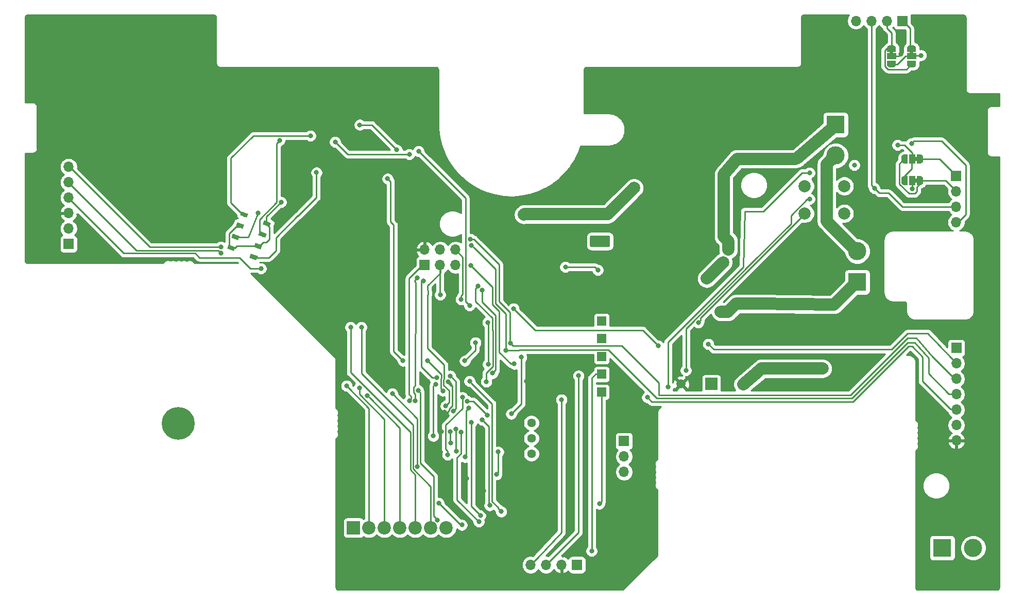
<source format=gbr>
G04 #@! TF.GenerationSoftware,KiCad,Pcbnew,(5.1.5-0-10_14)*
G04 #@! TF.CreationDate,2020-02-25T16:39:45+01:00*
G04 #@! TF.ProjectId,ErnoCCC,45726e6f-4343-4432-9e6b-696361645f70,rev?*
G04 #@! TF.SameCoordinates,Original*
G04 #@! TF.FileFunction,Copper,L2,Bot*
G04 #@! TF.FilePolarity,Positive*
%FSLAX46Y46*%
G04 Gerber Fmt 4.6, Leading zero omitted, Abs format (unit mm)*
G04 Created by KiCad (PCBNEW (5.1.5-0-10_14)) date 2020-02-25 16:39:45*
%MOMM*%
%LPD*%
G04 APERTURE LIST*
%ADD10C,0.050000*%
%ADD11O,1.700000X1.700000*%
%ADD12R,1.700000X1.700000*%
%ADD13R,1.500000X1.500000*%
%ADD14C,1.440000*%
%ADD15C,2.200000*%
%ADD16R,2.200000X2.200000*%
%ADD17C,0.800000*%
%ADD18C,5.400000*%
%ADD19R,1.500000X1.000000*%
%ADD20R,1.000000X1.500000*%
%ADD21C,3.000000*%
%ADD22R,3.000000X3.000000*%
%ADD23C,0.500000*%
%ADD24C,1.500000*%
%ADD25R,2.000000X2.000000*%
%ADD26C,2.000000*%
%ADD27C,0.250000*%
%ADD28C,2.000000*%
%ADD29C,0.254000*%
G04 APERTURE END LIST*
D10*
G36*
X209250000Y-31739000D02*
G01*
X209250000Y-32239000D01*
X209850000Y-32239000D01*
X209850000Y-31739000D01*
X209250000Y-31739000D01*
G37*
G36*
X205948000Y-31739000D02*
G01*
X205948000Y-32239000D01*
X206548000Y-32239000D01*
X206548000Y-31739000D01*
X205948000Y-31739000D01*
G37*
G36*
X210577000Y-49230000D02*
G01*
X210077000Y-49230000D01*
X210077000Y-49830000D01*
X210577000Y-49830000D01*
X210577000Y-49230000D01*
G37*
G36*
X210577000Y-52786000D02*
G01*
X210077000Y-52786000D01*
X210077000Y-53386000D01*
X210577000Y-53386000D01*
X210577000Y-52786000D01*
G37*
D11*
X146939000Y-116332000D03*
X149479000Y-116332000D03*
X152019000Y-116332000D03*
D12*
X154559000Y-116332000D03*
D11*
X216916000Y-95885000D03*
X216916000Y-93345000D03*
X216916000Y-90805000D03*
X216916000Y-88265000D03*
X216916000Y-85725000D03*
X216916000Y-83185000D03*
D12*
X216916000Y-80645000D03*
D13*
X158623000Y-82042000D03*
X158623000Y-76200000D03*
X158623000Y-79121000D03*
X158623000Y-84963000D03*
X158623000Y-87884000D03*
D11*
X70993000Y-50825400D03*
X70993000Y-53365400D03*
X70993000Y-55905400D03*
X70993000Y-58445400D03*
X70993000Y-60985400D03*
D12*
X70993000Y-63525400D03*
D11*
X216890600Y-59944000D03*
X216890600Y-57404000D03*
X216890600Y-54864000D03*
D12*
X216890600Y-52324000D03*
G04 #@! TA.AperFunction,SMDPad,CuDef*
D10*
G36*
X102824032Y-63772325D02*
G01*
X102561807Y-64421353D01*
X101449186Y-63971825D01*
X101711411Y-63322797D01*
X102824032Y-63772325D01*
G37*
G04 #@! TD.AperFunction*
G04 #@! TA.AperFunction,SMDPad,CuDef*
G36*
X99115297Y-62273899D02*
G01*
X98853072Y-62922927D01*
X97740451Y-62473399D01*
X98002676Y-61824371D01*
X99115297Y-62273899D01*
G37*
G04 #@! TD.AperFunction*
G04 #@! TA.AperFunction,SMDPad,CuDef*
G36*
X98394629Y-64057615D02*
G01*
X98132404Y-64706643D01*
X97019783Y-64257115D01*
X97282008Y-63608087D01*
X98394629Y-64057615D01*
G37*
G04 #@! TD.AperFunction*
G04 #@! TA.AperFunction,SMDPad,CuDef*
G36*
X102103364Y-65556041D02*
G01*
X101841139Y-66205069D01*
X100728518Y-65755541D01*
X100990743Y-65106513D01*
X102103364Y-65556041D01*
G37*
G04 #@! TD.AperFunction*
G04 #@! TA.AperFunction,SMDPad,CuDef*
G36*
X98470968Y-60560675D02*
G01*
X98733193Y-59911647D01*
X99845814Y-60361175D01*
X99583589Y-61010203D01*
X98470968Y-60560675D01*
G37*
G04 #@! TD.AperFunction*
G04 #@! TA.AperFunction,SMDPad,CuDef*
G36*
X102179703Y-62059101D02*
G01*
X102441928Y-61410073D01*
X103554549Y-61859601D01*
X103292324Y-62508629D01*
X102179703Y-62059101D01*
G37*
G04 #@! TD.AperFunction*
G04 #@! TA.AperFunction,SMDPad,CuDef*
G36*
X102900371Y-60275385D02*
G01*
X103162596Y-59626357D01*
X104275217Y-60075885D01*
X104012992Y-60724913D01*
X102900371Y-60275385D01*
G37*
G04 #@! TD.AperFunction*
G04 #@! TA.AperFunction,SMDPad,CuDef*
G36*
X99191636Y-58776959D02*
G01*
X99453861Y-58127931D01*
X100566482Y-58577459D01*
X100304257Y-59226487D01*
X99191636Y-58776959D01*
G37*
G04 #@! TD.AperFunction*
D14*
X147066000Y-92964000D03*
X147066000Y-95504000D03*
X147066000Y-98044000D03*
D15*
X133078000Y-110236000D03*
X130538000Y-110236000D03*
X127998000Y-110236000D03*
X125458000Y-110236000D03*
X122918000Y-110236000D03*
X120378000Y-110236000D03*
D16*
X117838000Y-110236000D03*
D17*
X90440891Y-91609109D03*
X89009000Y-91016000D03*
X87577109Y-91609109D03*
X86984000Y-93041000D03*
X87577109Y-94472891D03*
X89009000Y-95066000D03*
X90440891Y-94472891D03*
X91034000Y-93041000D03*
D18*
X89009000Y-93041000D03*
G04 #@! TA.AperFunction,SMDPad,CuDef*
D10*
G36*
X208800000Y-31889000D02*
G01*
X208800000Y-31339000D01*
X208800602Y-31339000D01*
X208800602Y-31314466D01*
X208805412Y-31265635D01*
X208814984Y-31217510D01*
X208829228Y-31170555D01*
X208848005Y-31125222D01*
X208871136Y-31081949D01*
X208898396Y-31041150D01*
X208929524Y-31003221D01*
X208964221Y-30968524D01*
X209002150Y-30937396D01*
X209042949Y-30910136D01*
X209086222Y-30887005D01*
X209131555Y-30868228D01*
X209178510Y-30853984D01*
X209226635Y-30844412D01*
X209275466Y-30839602D01*
X209300000Y-30839602D01*
X209300000Y-30839000D01*
X209800000Y-30839000D01*
X209800000Y-30839602D01*
X209824534Y-30839602D01*
X209873365Y-30844412D01*
X209921490Y-30853984D01*
X209968445Y-30868228D01*
X210013778Y-30887005D01*
X210057051Y-30910136D01*
X210097850Y-30937396D01*
X210135779Y-30968524D01*
X210170476Y-31003221D01*
X210201604Y-31041150D01*
X210228864Y-31081949D01*
X210251995Y-31125222D01*
X210270772Y-31170555D01*
X210285016Y-31217510D01*
X210294588Y-31265635D01*
X210299398Y-31314466D01*
X210299398Y-31339000D01*
X210300000Y-31339000D01*
X210300000Y-31889000D01*
X208800000Y-31889000D01*
G37*
G04 #@! TD.AperFunction*
D19*
X209550000Y-32639000D03*
G04 #@! TA.AperFunction,SMDPad,CuDef*
D10*
G36*
X210299398Y-33939000D02*
G01*
X210299398Y-33963534D01*
X210294588Y-34012365D01*
X210285016Y-34060490D01*
X210270772Y-34107445D01*
X210251995Y-34152778D01*
X210228864Y-34196051D01*
X210201604Y-34236850D01*
X210170476Y-34274779D01*
X210135779Y-34309476D01*
X210097850Y-34340604D01*
X210057051Y-34367864D01*
X210013778Y-34390995D01*
X209968445Y-34409772D01*
X209921490Y-34424016D01*
X209873365Y-34433588D01*
X209824534Y-34438398D01*
X209800000Y-34438398D01*
X209800000Y-34439000D01*
X209300000Y-34439000D01*
X209300000Y-34438398D01*
X209275466Y-34438398D01*
X209226635Y-34433588D01*
X209178510Y-34424016D01*
X209131555Y-34409772D01*
X209086222Y-34390995D01*
X209042949Y-34367864D01*
X209002150Y-34340604D01*
X208964221Y-34309476D01*
X208929524Y-34274779D01*
X208898396Y-34236850D01*
X208871136Y-34196051D01*
X208848005Y-34152778D01*
X208829228Y-34107445D01*
X208814984Y-34060490D01*
X208805412Y-34012365D01*
X208800602Y-33963534D01*
X208800602Y-33939000D01*
X208800000Y-33939000D01*
X208800000Y-33389000D01*
X210300000Y-33389000D01*
X210300000Y-33939000D01*
X210299398Y-33939000D01*
G37*
G04 #@! TD.AperFunction*
G04 #@! TA.AperFunction,SMDPad,CuDef*
G36*
X205498000Y-31889000D02*
G01*
X205498000Y-31339000D01*
X205498602Y-31339000D01*
X205498602Y-31314466D01*
X205503412Y-31265635D01*
X205512984Y-31217510D01*
X205527228Y-31170555D01*
X205546005Y-31125222D01*
X205569136Y-31081949D01*
X205596396Y-31041150D01*
X205627524Y-31003221D01*
X205662221Y-30968524D01*
X205700150Y-30937396D01*
X205740949Y-30910136D01*
X205784222Y-30887005D01*
X205829555Y-30868228D01*
X205876510Y-30853984D01*
X205924635Y-30844412D01*
X205973466Y-30839602D01*
X205998000Y-30839602D01*
X205998000Y-30839000D01*
X206498000Y-30839000D01*
X206498000Y-30839602D01*
X206522534Y-30839602D01*
X206571365Y-30844412D01*
X206619490Y-30853984D01*
X206666445Y-30868228D01*
X206711778Y-30887005D01*
X206755051Y-30910136D01*
X206795850Y-30937396D01*
X206833779Y-30968524D01*
X206868476Y-31003221D01*
X206899604Y-31041150D01*
X206926864Y-31081949D01*
X206949995Y-31125222D01*
X206968772Y-31170555D01*
X206983016Y-31217510D01*
X206992588Y-31265635D01*
X206997398Y-31314466D01*
X206997398Y-31339000D01*
X206998000Y-31339000D01*
X206998000Y-31889000D01*
X205498000Y-31889000D01*
G37*
G04 #@! TD.AperFunction*
D19*
X206248000Y-32639000D03*
G04 #@! TA.AperFunction,SMDPad,CuDef*
D10*
G36*
X206997398Y-33939000D02*
G01*
X206997398Y-33963534D01*
X206992588Y-34012365D01*
X206983016Y-34060490D01*
X206968772Y-34107445D01*
X206949995Y-34152778D01*
X206926864Y-34196051D01*
X206899604Y-34236850D01*
X206868476Y-34274779D01*
X206833779Y-34309476D01*
X206795850Y-34340604D01*
X206755051Y-34367864D01*
X206711778Y-34390995D01*
X206666445Y-34409772D01*
X206619490Y-34424016D01*
X206571365Y-34433588D01*
X206522534Y-34438398D01*
X206498000Y-34438398D01*
X206498000Y-34439000D01*
X205998000Y-34439000D01*
X205998000Y-34438398D01*
X205973466Y-34438398D01*
X205924635Y-34433588D01*
X205876510Y-34424016D01*
X205829555Y-34409772D01*
X205784222Y-34390995D01*
X205740949Y-34367864D01*
X205700150Y-34340604D01*
X205662221Y-34309476D01*
X205627524Y-34274779D01*
X205596396Y-34236850D01*
X205569136Y-34196051D01*
X205546005Y-34152778D01*
X205527228Y-34107445D01*
X205512984Y-34060490D01*
X205503412Y-34012365D01*
X205498602Y-33963534D01*
X205498602Y-33939000D01*
X205498000Y-33939000D01*
X205498000Y-33389000D01*
X206998000Y-33389000D01*
X206998000Y-33939000D01*
X206997398Y-33939000D01*
G37*
G04 #@! TD.AperFunction*
G04 #@! TA.AperFunction,SMDPad,CuDef*
G36*
X210427000Y-48780000D02*
G01*
X210977000Y-48780000D01*
X210977000Y-48780602D01*
X211001534Y-48780602D01*
X211050365Y-48785412D01*
X211098490Y-48794984D01*
X211145445Y-48809228D01*
X211190778Y-48828005D01*
X211234051Y-48851136D01*
X211274850Y-48878396D01*
X211312779Y-48909524D01*
X211347476Y-48944221D01*
X211378604Y-48982150D01*
X211405864Y-49022949D01*
X211428995Y-49066222D01*
X211447772Y-49111555D01*
X211462016Y-49158510D01*
X211471588Y-49206635D01*
X211476398Y-49255466D01*
X211476398Y-49280000D01*
X211477000Y-49280000D01*
X211477000Y-49780000D01*
X211476398Y-49780000D01*
X211476398Y-49804534D01*
X211471588Y-49853365D01*
X211462016Y-49901490D01*
X211447772Y-49948445D01*
X211428995Y-49993778D01*
X211405864Y-50037051D01*
X211378604Y-50077850D01*
X211347476Y-50115779D01*
X211312779Y-50150476D01*
X211274850Y-50181604D01*
X211234051Y-50208864D01*
X211190778Y-50231995D01*
X211145445Y-50250772D01*
X211098490Y-50265016D01*
X211050365Y-50274588D01*
X211001534Y-50279398D01*
X210977000Y-50279398D01*
X210977000Y-50280000D01*
X210427000Y-50280000D01*
X210427000Y-48780000D01*
G37*
G04 #@! TD.AperFunction*
D20*
X209677000Y-49530000D03*
G04 #@! TA.AperFunction,SMDPad,CuDef*
D10*
G36*
X208377000Y-50279398D02*
G01*
X208352466Y-50279398D01*
X208303635Y-50274588D01*
X208255510Y-50265016D01*
X208208555Y-50250772D01*
X208163222Y-50231995D01*
X208119949Y-50208864D01*
X208079150Y-50181604D01*
X208041221Y-50150476D01*
X208006524Y-50115779D01*
X207975396Y-50077850D01*
X207948136Y-50037051D01*
X207925005Y-49993778D01*
X207906228Y-49948445D01*
X207891984Y-49901490D01*
X207882412Y-49853365D01*
X207877602Y-49804534D01*
X207877602Y-49780000D01*
X207877000Y-49780000D01*
X207877000Y-49280000D01*
X207877602Y-49280000D01*
X207877602Y-49255466D01*
X207882412Y-49206635D01*
X207891984Y-49158510D01*
X207906228Y-49111555D01*
X207925005Y-49066222D01*
X207948136Y-49022949D01*
X207975396Y-48982150D01*
X208006524Y-48944221D01*
X208041221Y-48909524D01*
X208079150Y-48878396D01*
X208119949Y-48851136D01*
X208163222Y-48828005D01*
X208208555Y-48809228D01*
X208255510Y-48794984D01*
X208303635Y-48785412D01*
X208352466Y-48780602D01*
X208377000Y-48780602D01*
X208377000Y-48780000D01*
X208927000Y-48780000D01*
X208927000Y-50280000D01*
X208377000Y-50280000D01*
X208377000Y-50279398D01*
G37*
G04 #@! TD.AperFunction*
G04 #@! TA.AperFunction,SMDPad,CuDef*
G36*
X210427000Y-52336000D02*
G01*
X210977000Y-52336000D01*
X210977000Y-52336602D01*
X211001534Y-52336602D01*
X211050365Y-52341412D01*
X211098490Y-52350984D01*
X211145445Y-52365228D01*
X211190778Y-52384005D01*
X211234051Y-52407136D01*
X211274850Y-52434396D01*
X211312779Y-52465524D01*
X211347476Y-52500221D01*
X211378604Y-52538150D01*
X211405864Y-52578949D01*
X211428995Y-52622222D01*
X211447772Y-52667555D01*
X211462016Y-52714510D01*
X211471588Y-52762635D01*
X211476398Y-52811466D01*
X211476398Y-52836000D01*
X211477000Y-52836000D01*
X211477000Y-53336000D01*
X211476398Y-53336000D01*
X211476398Y-53360534D01*
X211471588Y-53409365D01*
X211462016Y-53457490D01*
X211447772Y-53504445D01*
X211428995Y-53549778D01*
X211405864Y-53593051D01*
X211378604Y-53633850D01*
X211347476Y-53671779D01*
X211312779Y-53706476D01*
X211274850Y-53737604D01*
X211234051Y-53764864D01*
X211190778Y-53787995D01*
X211145445Y-53806772D01*
X211098490Y-53821016D01*
X211050365Y-53830588D01*
X211001534Y-53835398D01*
X210977000Y-53835398D01*
X210977000Y-53836000D01*
X210427000Y-53836000D01*
X210427000Y-52336000D01*
G37*
G04 #@! TD.AperFunction*
D20*
X209677000Y-53086000D03*
G04 #@! TA.AperFunction,SMDPad,CuDef*
D10*
G36*
X208377000Y-53835398D02*
G01*
X208352466Y-53835398D01*
X208303635Y-53830588D01*
X208255510Y-53821016D01*
X208208555Y-53806772D01*
X208163222Y-53787995D01*
X208119949Y-53764864D01*
X208079150Y-53737604D01*
X208041221Y-53706476D01*
X208006524Y-53671779D01*
X207975396Y-53633850D01*
X207948136Y-53593051D01*
X207925005Y-53549778D01*
X207906228Y-53504445D01*
X207891984Y-53457490D01*
X207882412Y-53409365D01*
X207877602Y-53360534D01*
X207877602Y-53336000D01*
X207877000Y-53336000D01*
X207877000Y-52836000D01*
X207877602Y-52836000D01*
X207877602Y-52811466D01*
X207882412Y-52762635D01*
X207891984Y-52714510D01*
X207906228Y-52667555D01*
X207925005Y-52622222D01*
X207948136Y-52578949D01*
X207975396Y-52538150D01*
X208006524Y-52500221D01*
X208041221Y-52465524D01*
X208079150Y-52434396D01*
X208119949Y-52407136D01*
X208163222Y-52384005D01*
X208208555Y-52365228D01*
X208255510Y-52350984D01*
X208303635Y-52341412D01*
X208352466Y-52336602D01*
X208377000Y-52336602D01*
X208377000Y-52336000D01*
X208927000Y-52336000D01*
X208927000Y-53836000D01*
X208377000Y-53836000D01*
X208377000Y-53835398D01*
G37*
G04 #@! TD.AperFunction*
D21*
X197086000Y-48972000D03*
D22*
X197086000Y-43892000D03*
D12*
X162288000Y-95962000D03*
D11*
X162288000Y-98502000D03*
X162288000Y-101042000D03*
D21*
X219692000Y-113538000D03*
D22*
X214612000Y-113538000D03*
G04 #@! TA.AperFunction,Conductor*
D10*
G36*
X159775504Y-62120204D02*
G01*
X159799773Y-62123804D01*
X159823571Y-62129765D01*
X159846671Y-62138030D01*
X159868849Y-62148520D01*
X159889893Y-62161133D01*
X159909598Y-62175747D01*
X159927777Y-62192223D01*
X159944253Y-62210402D01*
X159958867Y-62230107D01*
X159971480Y-62251151D01*
X159981970Y-62273329D01*
X159990235Y-62296429D01*
X159996196Y-62320227D01*
X159999796Y-62344496D01*
X160001000Y-62369000D01*
X160001000Y-63769000D01*
X159999796Y-63793504D01*
X159996196Y-63817773D01*
X159990235Y-63841571D01*
X159981970Y-63864671D01*
X159971480Y-63886849D01*
X159958867Y-63907893D01*
X159944253Y-63927598D01*
X159927777Y-63945777D01*
X159909598Y-63962253D01*
X159889893Y-63976867D01*
X159868849Y-63989480D01*
X159846671Y-63999970D01*
X159823571Y-64008235D01*
X159799773Y-64014196D01*
X159775504Y-64017796D01*
X159751000Y-64019000D01*
X156951000Y-64019000D01*
X156926496Y-64017796D01*
X156902227Y-64014196D01*
X156878429Y-64008235D01*
X156855329Y-63999970D01*
X156833151Y-63989480D01*
X156812107Y-63976867D01*
X156792402Y-63962253D01*
X156774223Y-63945777D01*
X156757747Y-63927598D01*
X156743133Y-63907893D01*
X156730520Y-63886849D01*
X156720030Y-63864671D01*
X156711765Y-63841571D01*
X156705804Y-63817773D01*
X156702204Y-63793504D01*
X156701000Y-63769000D01*
X156701000Y-62369000D01*
X156702204Y-62344496D01*
X156705804Y-62320227D01*
X156711765Y-62296429D01*
X156720030Y-62273329D01*
X156730520Y-62251151D01*
X156743133Y-62230107D01*
X156757747Y-62210402D01*
X156774223Y-62192223D01*
X156792402Y-62175747D01*
X156812107Y-62161133D01*
X156833151Y-62148520D01*
X156855329Y-62138030D01*
X156878429Y-62129765D01*
X156902227Y-62123804D01*
X156926496Y-62120204D01*
X156951000Y-62119000D01*
X159751000Y-62119000D01*
X159775504Y-62120204D01*
G37*
G04 #@! TD.AperFunction*
D23*
X159751000Y-62369000D03*
X159751000Y-63769000D03*
X158351000Y-62369000D03*
X158351000Y-63769000D03*
X156951000Y-62369000D03*
X156951000Y-63769000D03*
D21*
X200642000Y-64720000D03*
D22*
X200642000Y-69800000D03*
D24*
X181846000Y-86564000D03*
D25*
X176639000Y-86564000D03*
D24*
X171686000Y-86564000D03*
D12*
X208026000Y-26800000D03*
D11*
X205486000Y-26800000D03*
X202946000Y-26800000D03*
X200406000Y-26800000D03*
D12*
X129522000Y-67006000D03*
D11*
X129522000Y-64466000D03*
X132062000Y-67006000D03*
X132062000Y-64466000D03*
X134602000Y-67006000D03*
X134602000Y-64466000D03*
D26*
X192006000Y-53997000D03*
X192006000Y-58497000D03*
X198506000Y-53997000D03*
X198506000Y-58497000D03*
D17*
X133696598Y-94363866D03*
X133767819Y-96266000D03*
X114790000Y-50242000D03*
X117330000Y-54814000D03*
X117330000Y-59386000D03*
X118346000Y-45162000D03*
X113266000Y-43919989D03*
X117330000Y-38100000D03*
X132753422Y-91165840D03*
X146286000Y-86142990D03*
X141997340Y-86593340D03*
X176530000Y-81788000D03*
X207772000Y-32258000D03*
X209677000Y-54483000D03*
X139228990Y-104140000D03*
X136398000Y-102108000D03*
X135890000Y-100584000D03*
X207010000Y-54610000D03*
X133385544Y-86186726D03*
X138938000Y-105537000D03*
X144145000Y-112522000D03*
X132246586Y-94395618D03*
X138430000Y-109220000D03*
X135479705Y-94503009D03*
X138684000Y-108204000D03*
X137196990Y-92883205D03*
X138942660Y-92451340D03*
X140208000Y-106553000D03*
X136906000Y-86106000D03*
X142113000Y-107569000D03*
X128445511Y-87624416D03*
X131625100Y-108929010D03*
X116686009Y-86868000D03*
X102108000Y-58420000D03*
X105664000Y-46482000D03*
X111742000Y-51766000D03*
X110744000Y-45720000D03*
X209550000Y-46990000D03*
X169500277Y-87044020D03*
X192786000Y-51816000D03*
X200152000Y-50546000D03*
X136779000Y-90551000D03*
X136147626Y-98584021D03*
X152019000Y-89154000D03*
X203454000Y-54356000D03*
X172466000Y-84328000D03*
X192786000Y-56134000D03*
X135741820Y-88771635D03*
X133317671Y-98195558D03*
X154813000Y-85217000D03*
X144254000Y-83262000D03*
X137123010Y-67039567D03*
X118854000Y-43919989D03*
X124950000Y-48042990D03*
X141622051Y-97748221D03*
X141321012Y-101433904D03*
X131318000Y-86614000D03*
X145415000Y-82169000D03*
X130937000Y-95123000D03*
X143764000Y-91472021D03*
X96012000Y-65024000D03*
X138311611Y-70441319D03*
X139669290Y-86192298D03*
X140698000Y-84786000D03*
X140698000Y-84786000D03*
X102616000Y-67564000D03*
X139010330Y-71156990D03*
X133001360Y-90189549D03*
X132080000Y-71882000D03*
X144145000Y-74168000D03*
X167894000Y-80264000D03*
X176149000Y-80010000D03*
X126997987Y-89358000D03*
X137033000Y-62738000D03*
X143637000Y-79883000D03*
X127998000Y-89358000D03*
X128270000Y-69088000D03*
X142875000Y-81026000D03*
X137197615Y-63724370D03*
X114808000Y-46736000D03*
X127000000Y-48768000D03*
X211094703Y-32484800D03*
X135502002Y-72631138D03*
X105918000Y-56642000D03*
X157988000Y-67818000D03*
X152654000Y-67310000D03*
X207264000Y-47244000D03*
X134255550Y-91033130D03*
X133707408Y-85228452D03*
X134620000Y-93980000D03*
X134739254Y-97646527D03*
X96012000Y-64008000D03*
X118804530Y-87189470D03*
X120074529Y-88459471D03*
X117348000Y-77216000D03*
X136126000Y-82754000D03*
X174495232Y-76466087D03*
X137881989Y-79756000D03*
X131492664Y-85539640D03*
X129286000Y-69596000D03*
D26*
X194927000Y-84024000D03*
X159621000Y-58624000D03*
X161832118Y-56390118D03*
X163939000Y-54306000D03*
X145800000Y-58700000D03*
X184132000Y-73356000D03*
X180703000Y-73356000D03*
X178180254Y-74690270D03*
X179433000Y-64466000D03*
X175904944Y-69192944D03*
X178571944Y-66525944D03*
D17*
X136500109Y-89423571D03*
X139827000Y-91694000D03*
X136906000Y-73660000D03*
X128524000Y-48260000D03*
X125966000Y-82754000D03*
X123426000Y-52782000D03*
X130030000Y-82754000D03*
X132524275Y-87684406D03*
X139954000Y-83312000D03*
X139910957Y-76454000D03*
X119126000Y-77216000D03*
X156972000Y-114046000D03*
X131826000Y-106172000D03*
X135632269Y-109756504D03*
X124206000Y-88138000D03*
X128344026Y-100159345D03*
X158242000Y-106299000D03*
X166116000Y-88773000D03*
D27*
X133696598Y-96194779D02*
X133767819Y-96266000D01*
X133696598Y-94363866D02*
X133696598Y-96194779D01*
X171754000Y-86564000D02*
X171686000Y-86564000D01*
X176530000Y-81788000D02*
X171754000Y-86564000D01*
X207391000Y-32639000D02*
X207772000Y-32258000D01*
X206248000Y-32639000D02*
X207391000Y-32639000D01*
X209677000Y-53086000D02*
X209677000Y-54483000D01*
X136398000Y-102108000D02*
X136398000Y-101092000D01*
X136398000Y-101092000D02*
X135890000Y-100584000D01*
X133319107Y-91165840D02*
X133530549Y-90954398D01*
X134031871Y-90183807D02*
X134031871Y-86833053D01*
X134031871Y-86833053D02*
X133785543Y-86586725D01*
X133785543Y-86586725D02*
X133385544Y-86186726D01*
X132753422Y-91165840D02*
X133319107Y-91165840D01*
X133530549Y-90685129D02*
X134031871Y-90183807D01*
X133530549Y-90954398D02*
X133530549Y-90685129D01*
X138938000Y-105537000D02*
X138938000Y-107188000D01*
X144145000Y-112395000D02*
X144145000Y-112522000D01*
X138938000Y-107188000D02*
X144145000Y-112395000D01*
X135479705Y-95068694D02*
X135479705Y-94503009D01*
X134848486Y-98655457D02*
X135479705Y-98024238D01*
X135479705Y-98024238D02*
X135479705Y-95068694D01*
X138430000Y-109220000D02*
X134848486Y-105638486D01*
X134848486Y-105638486D02*
X134848486Y-98655457D01*
X137196990Y-93448890D02*
X137196990Y-92883205D01*
X137196990Y-106716990D02*
X137196990Y-93448890D01*
X138684000Y-108204000D02*
X137196990Y-106716990D01*
X140044010Y-93552690D02*
X138942660Y-92451340D01*
X140044010Y-106215782D02*
X140044010Y-93552690D01*
X140208000Y-106553000D02*
X140044010Y-106215782D01*
X142113000Y-107569000D02*
X141607415Y-107063415D01*
X141607415Y-107063415D02*
X141607415Y-106877855D01*
X140607999Y-105878439D02*
X140607999Y-101792067D01*
X140607999Y-101792067D02*
X140596010Y-101780078D01*
X140596010Y-101780078D02*
X140596010Y-89796010D01*
X141607415Y-106877855D02*
X140607999Y-105878439D01*
X137305999Y-86505999D02*
X136906000Y-86106000D01*
X140596010Y-89796010D02*
X137305999Y-86505999D01*
X130988010Y-101730327D02*
X130988010Y-108291920D01*
X128445511Y-87624416D02*
X128845510Y-88024415D01*
X128845510Y-88024415D02*
X128845510Y-99587827D01*
X130988010Y-108291920D02*
X131225101Y-108529011D01*
X128845510Y-99587827D02*
X130988010Y-101730327D01*
X131225101Y-108529011D02*
X131625100Y-108929010D01*
X120378000Y-90559991D02*
X117086008Y-87267999D01*
X117086008Y-87267999D02*
X116686009Y-86868000D01*
X120378000Y-110236000D02*
X120378000Y-90559991D01*
X100566000Y-62434000D02*
X102108000Y-58420000D01*
X99260140Y-62408603D02*
X100566000Y-62434000D01*
X98451239Y-62408603D02*
X99260140Y-62408603D01*
X105192998Y-46953002D02*
X105192998Y-56617610D01*
X105664000Y-46482000D02*
X105192998Y-46953002D01*
X102358632Y-61718632D02*
X102870000Y-62230000D01*
X105192998Y-56617610D02*
X102358632Y-59527846D01*
X102358632Y-59527846D02*
X102358632Y-61718632D01*
X105105661Y-62466339D02*
X108694000Y-58878000D01*
X103908925Y-65761397D02*
X105105661Y-64564661D01*
X105105661Y-64564661D02*
X105105661Y-62466339D01*
X108694000Y-58878000D02*
X108694000Y-58910000D01*
X111742000Y-55862000D02*
X111742000Y-51766000D01*
X108694000Y-58910000D02*
X111742000Y-55862000D01*
X103908925Y-65761397D02*
X101829397Y-65761397D01*
X101829397Y-65761397D02*
X101600000Y-65532000D01*
X97663000Y-56769000D02*
X99822000Y-58928000D01*
X97663000Y-52324000D02*
X97663000Y-56261000D01*
X97663000Y-56261000D02*
X97663000Y-56769000D01*
X97663000Y-52324000D02*
X97663000Y-49403000D01*
X101346000Y-45720000D02*
X110744000Y-45720000D01*
X97663000Y-49403000D02*
X101346000Y-45720000D01*
X209550000Y-46990000D02*
X209949999Y-46590001D01*
X209949999Y-46590001D02*
X212483003Y-46590001D01*
X212483003Y-46590001D02*
X214484001Y-46590001D01*
X214484001Y-46590001D02*
X218440000Y-50546000D01*
X218440000Y-50546000D02*
X218440000Y-58674000D01*
X218440000Y-58674000D02*
X216916000Y-60198000D01*
X169500277Y-86478335D02*
X169500277Y-87044020D01*
X169500277Y-79672313D02*
X169500277Y-86478335D01*
X181864000Y-67308590D02*
X169500277Y-79672313D01*
X182118000Y-58166000D02*
X181864000Y-67308590D01*
X182118000Y-58166000D02*
X185166000Y-58166000D01*
X191516000Y-51816000D02*
X192786000Y-51816000D01*
X185166000Y-58166000D02*
X191516000Y-51816000D01*
X200152000Y-26924000D02*
X199898000Y-26670000D01*
X199898000Y-26670000D02*
X199898000Y-26924000D01*
X136379001Y-98352646D02*
X136147626Y-98584021D01*
X136779000Y-90551000D02*
X136379001Y-90950999D01*
X136379001Y-90950999D02*
X136379001Y-98352646D01*
X152019000Y-89154000D02*
X152019000Y-89535000D01*
X152019000Y-91135200D02*
X152019000Y-89154000D01*
X152019000Y-110998000D02*
X152019000Y-91135200D01*
X148111001Y-115159999D02*
X152019000Y-110998000D01*
X146939000Y-116332000D02*
X148111001Y-115159999D01*
X203454000Y-54229000D02*
X203454000Y-54356000D01*
X203454000Y-54356000D02*
X203054001Y-53956001D01*
X203054001Y-27540001D02*
X202438000Y-26924000D01*
X183537984Y-66398016D02*
X172466000Y-77470000D01*
X172466000Y-77470000D02*
X172466000Y-84328000D01*
X183537984Y-66398016D02*
X189738000Y-60198000D01*
X192407998Y-56134000D02*
X192786000Y-56134000D01*
X189738000Y-58803998D02*
X192407998Y-56134000D01*
X189738000Y-60198000D02*
X189738000Y-58803998D01*
X204251131Y-55153131D02*
X205775131Y-55153131D01*
X203454000Y-54356000D02*
X204251131Y-55153131D01*
X205775131Y-55153131D02*
X208026000Y-57404000D01*
X208026000Y-57404000D02*
X216916000Y-57404000D01*
X135741820Y-88771635D02*
X135741820Y-90572180D01*
X132971596Y-97283798D02*
X133317671Y-97629873D01*
X133317671Y-97629873D02*
X133317671Y-98195558D01*
X135741820Y-90572180D02*
X132971596Y-93342404D01*
X132971596Y-93342404D02*
X132971596Y-97283798D01*
X154813000Y-85782685D02*
X154813000Y-85217000D01*
X149479000Y-116332000D02*
X154813000Y-110998000D01*
X154813000Y-110998000D02*
X154813000Y-85782685D01*
X202946000Y-53848000D02*
X203054001Y-53956001D01*
X202946000Y-26800000D02*
X202946000Y-53848000D01*
X137523009Y-67439566D02*
X137123010Y-67039567D01*
X143688315Y-83262000D02*
X141789989Y-81363674D01*
X141789989Y-81363674D02*
X141789989Y-74609811D01*
X141789989Y-74609811D02*
X140704978Y-73524800D01*
X140704978Y-73524800D02*
X140704978Y-70621535D01*
X140704978Y-70621535D02*
X137523009Y-67439566D01*
X144254000Y-83262000D02*
X143688315Y-83262000D01*
X120826999Y-43919989D02*
X124950000Y-48042990D01*
X118854000Y-43919989D02*
X120826999Y-43919989D01*
X141622051Y-97748221D02*
X141622051Y-101132865D01*
X141622051Y-101132865D02*
X141321012Y-101433904D01*
X130937000Y-86868000D02*
X131318000Y-86614000D01*
X130937000Y-95123000D02*
X130937000Y-86868000D01*
X145415000Y-89821021D02*
X143764000Y-91472021D01*
X145415000Y-82169000D02*
X145415000Y-89821021D01*
X95598988Y-64610988D02*
X84422988Y-64610988D01*
X96012000Y-65024000D02*
X95598988Y-64610988D01*
X84422988Y-64610988D02*
X82136988Y-64610988D01*
X82136988Y-64610988D02*
X70866000Y-53340000D01*
X140757001Y-83653997D02*
X139669290Y-84741708D01*
X138311611Y-70441319D02*
X137911612Y-70841318D01*
X139669290Y-85626613D02*
X139669290Y-86192298D01*
X140635967Y-77648200D02*
X140757001Y-77769234D01*
X140635967Y-75691699D02*
X140635967Y-77648200D01*
X140757001Y-77769234D02*
X140757001Y-83653997D01*
X137911612Y-70841318D02*
X137911612Y-72967344D01*
X137911612Y-72967344D02*
X140635967Y-75691699D01*
X139669290Y-84741708D02*
X139669290Y-85626613D01*
X102616000Y-67564000D02*
X102870000Y-67564000D01*
X100874999Y-67564000D02*
X99060000Y-65749001D01*
X99060000Y-65749001D02*
X92476003Y-65749001D01*
X102616000Y-67564000D02*
X100874999Y-67564000D01*
X92476003Y-65749001D02*
X91788001Y-65060999D01*
X91788001Y-65060999D02*
X82332999Y-65060999D01*
X82332999Y-65060999D02*
X80046999Y-65060999D01*
X80046999Y-65060999D02*
X70866000Y-55880000D01*
X141207012Y-84276988D02*
X141207012Y-75298245D01*
X141207012Y-75298245D02*
X139010330Y-73101563D01*
X139010330Y-71722675D02*
X139010330Y-71156990D01*
X140698000Y-84786000D02*
X141207012Y-84276988D01*
X139010330Y-73101563D02*
X139010330Y-71722675D01*
X130030000Y-80722000D02*
X130030000Y-71900000D01*
X130030000Y-70337103D02*
X132080000Y-68287103D01*
X130048000Y-71882000D02*
X130030000Y-70337103D01*
X132660542Y-85838724D02*
X132724042Y-85775224D01*
X132080000Y-68287103D02*
X132080000Y-67056000D01*
X132724042Y-83416042D02*
X130030000Y-80722000D01*
X132660542Y-86747671D02*
X132660542Y-85838724D01*
X133581860Y-87668989D02*
X132660542Y-86747671D01*
X133581860Y-89609049D02*
X133581860Y-87668989D01*
X132724042Y-85775224D02*
X132724042Y-83416042D01*
X133001360Y-90189549D02*
X133581860Y-89609049D01*
X130030000Y-71900000D02*
X130048000Y-71882000D01*
X132062000Y-71864000D02*
X132080000Y-71882000D01*
X132062000Y-67006000D02*
X132062000Y-71864000D01*
X144145000Y-74168000D02*
X147701000Y-77724000D01*
X165354000Y-77724000D02*
X167894000Y-80264000D01*
X147701000Y-77724000D02*
X165354000Y-77724000D01*
X216916000Y-83185000D02*
X217043000Y-83185000D01*
X177038000Y-80899000D02*
X206248000Y-80899000D01*
X206248000Y-80899000D02*
X208915000Y-78232000D01*
X208915000Y-78232000D02*
X212217000Y-78232000D01*
X216066001Y-82335001D02*
X216916000Y-83185000D01*
X212217000Y-78232000D02*
X216066001Y-82335001D01*
X176149000Y-80010000D02*
X177038000Y-80899000D01*
X129359000Y-66802000D02*
X129540000Y-66802000D01*
X126982000Y-88284315D02*
X126982000Y-69179000D01*
X126982000Y-69179000D02*
X129359000Y-66802000D01*
X127272999Y-88575314D02*
X126982000Y-88284315D01*
X127272999Y-89082988D02*
X127272999Y-88575314D01*
X126997987Y-89358000D02*
X127272999Y-89082988D01*
X137033000Y-62738000D02*
X137598685Y-62738000D01*
X137598685Y-62738000D02*
X141732000Y-66871315D01*
X141732000Y-66871315D02*
X141732000Y-73025000D01*
X141732000Y-73025000D02*
X143510000Y-74803000D01*
X143510000Y-79756000D02*
X143637000Y-79883000D01*
X143510000Y-74803000D02*
X143510000Y-79756000D01*
X144036999Y-80282999D02*
X161943999Y-80282999D01*
X143637000Y-79883000D02*
X144036999Y-80282999D01*
X161943999Y-80282999D02*
X168021000Y-86360000D01*
X168021000Y-86433998D02*
X168021000Y-86360000D01*
X212979000Y-82042000D02*
X216789000Y-85852000D01*
X210312000Y-78994000D02*
X212979000Y-82042000D01*
X208915000Y-78994000D02*
X210312000Y-78994000D01*
X199517000Y-88392000D02*
X208915000Y-78994000D01*
X168021000Y-88392000D02*
X199517000Y-88392000D01*
X168021000Y-86360000D02*
X168021000Y-88392000D01*
X127870001Y-69487999D02*
X127870001Y-69704001D01*
X128016000Y-69850000D02*
X127998000Y-69850000D01*
X127870001Y-69704001D02*
X128016000Y-69850000D01*
X128270000Y-69088000D02*
X127870001Y-69487999D01*
X127998000Y-88249907D02*
X127720510Y-87972417D01*
X127720510Y-87100887D02*
X128000340Y-86821057D01*
X127998000Y-89358000D02*
X127998000Y-88249907D01*
X127720510Y-87972417D02*
X127720510Y-87100887D01*
X128000340Y-86821057D02*
X128016000Y-69850000D01*
X142875000Y-75058411D02*
X141154989Y-73338400D01*
X137597614Y-64124369D02*
X137197615Y-63724370D01*
X142875000Y-81026000D02*
X142875000Y-75058411D01*
X141154989Y-67681744D02*
X137597614Y-64124369D01*
X141154989Y-73338400D02*
X141154989Y-67681744D01*
X215713919Y-88265000D02*
X216916000Y-88265000D01*
X212344000Y-84836000D02*
X215713919Y-88265000D01*
X210058000Y-79756000D02*
X212344000Y-82296000D01*
X208915000Y-79756000D02*
X210058000Y-79756000D01*
X159706999Y-80966999D02*
X167640000Y-88900000D01*
X145093001Y-80966999D02*
X159706999Y-80966999D01*
X199771000Y-88900000D02*
X208915000Y-79756000D01*
X167640000Y-88900000D02*
X199771000Y-88900000D01*
X212344000Y-82296000D02*
X212344000Y-84836000D01*
X145034000Y-81026000D02*
X145093001Y-80966999D01*
X142875000Y-81026000D02*
X145034000Y-81026000D01*
X116840000Y-48768000D02*
X127000000Y-48768000D01*
X114808000Y-46736000D02*
X116840000Y-48768000D01*
X209704200Y-32484800D02*
X209550000Y-32639000D01*
X211094703Y-32484800D02*
X209704200Y-32484800D01*
X207250000Y-33939000D02*
X206995592Y-33939000D01*
X208550000Y-32639000D02*
X207250000Y-33939000D01*
X206995592Y-33939000D02*
X206248000Y-33939000D01*
X209550000Y-32639000D02*
X208550000Y-32639000D01*
X97524441Y-61689971D02*
X98508412Y-60706000D01*
X98508412Y-60706000D02*
X99060000Y-60706000D01*
X103514794Y-59045206D02*
X105918000Y-56642000D01*
X157480000Y-67310000D02*
X152654000Y-67310000D01*
X157988000Y-67818000D02*
X157480000Y-67310000D01*
X208377000Y-52338408D02*
X209550000Y-51165408D01*
X208377000Y-53086000D02*
X208377000Y-52338408D01*
X209550000Y-51165408D02*
X209550000Y-49784000D01*
X208391000Y-47244000D02*
X207264000Y-47244000D01*
X209677000Y-48530000D02*
X208391000Y-47244000D01*
X209677000Y-49530000D02*
X209677000Y-48530000D01*
X97415441Y-61798971D02*
X97415441Y-63887441D01*
X97524441Y-61689971D02*
X97415441Y-61798971D01*
X97415441Y-63887441D02*
X97536000Y-64008000D01*
X97536000Y-64008000D02*
X97663000Y-64008000D01*
X98354327Y-64157365D02*
X98630692Y-63881000D01*
X97707206Y-64157365D02*
X98354327Y-64157365D01*
X102379588Y-63881000D02*
X103014588Y-63246000D01*
X98630692Y-63881000D02*
X102379588Y-63881000D01*
X103014588Y-63246000D02*
X103505000Y-63246000D01*
X103505000Y-63246000D02*
X104013000Y-62738000D01*
X104013000Y-62738000D02*
X104013000Y-60706000D01*
X104013000Y-60706000D02*
X103505000Y-60198000D01*
X103514794Y-59045206D02*
X103514794Y-60061206D01*
X103514794Y-60061206D02*
X103505000Y-60071000D01*
X134266339Y-91279663D02*
X134266339Y-91043919D01*
X134266339Y-91043919D02*
X134255550Y-91033130D01*
X134655549Y-90633131D02*
X134655549Y-86176593D01*
X134107407Y-85628451D02*
X133707408Y-85228452D01*
X134255550Y-91033130D02*
X134655549Y-90633131D01*
X134655549Y-86176593D02*
X134107407Y-85628451D01*
X134620000Y-93980000D02*
X134620000Y-97527273D01*
X134620000Y-97527273D02*
X134739254Y-97646527D01*
X135777001Y-71790454D02*
X135777001Y-65673001D01*
X135502002Y-72065453D02*
X135777001Y-71790454D01*
X135502002Y-72631138D02*
X135502002Y-72065453D01*
X135777001Y-65673001D02*
X134620000Y-64516000D01*
X96012000Y-64008000D02*
X85344000Y-64008000D01*
X85344000Y-64008000D02*
X84328000Y-64008000D01*
X84328000Y-64008000D02*
X71120000Y-50800000D01*
X118804530Y-87755155D02*
X118804530Y-87189470D01*
X122918000Y-110236000D02*
X122918000Y-92375944D01*
X122918000Y-92375944D02*
X118804530Y-88262474D01*
X118804530Y-88262474D02*
X118804530Y-87755155D01*
X125458000Y-93842942D02*
X120474528Y-88859470D01*
X120474528Y-88859470D02*
X120074529Y-88459471D01*
X125458000Y-110236000D02*
X125458000Y-93842942D01*
X117348000Y-77781685D02*
X117348000Y-77216000D01*
X117348000Y-84707620D02*
X117348000Y-77781685D01*
X127998000Y-110236000D02*
X127998000Y-101522734D01*
X127998000Y-101522734D02*
X127169013Y-100693747D01*
X127169013Y-100693747D02*
X127169013Y-94528633D01*
X127169013Y-94528633D02*
X117348000Y-84707620D01*
X174895231Y-75677179D02*
X174895231Y-76066088D01*
X192006000Y-58565000D02*
X192006000Y-58566410D01*
X192006000Y-58566410D02*
X174895231Y-75677179D01*
X174895231Y-76066088D02*
X174495232Y-76466087D01*
X137881989Y-80998011D02*
X136126000Y-82754000D01*
X137881989Y-79756000D02*
X137881989Y-80998011D01*
X129014000Y-83770000D02*
X129014000Y-69596000D01*
X130783640Y-85539640D02*
X129014000Y-83770000D01*
X131492664Y-85539640D02*
X130783640Y-85539640D01*
X129014000Y-69596000D02*
X129286000Y-69596000D01*
D28*
X184386000Y-84532000D02*
X181864000Y-86614000D01*
X184894000Y-84024000D02*
X184386000Y-84532000D01*
X194927000Y-84024000D02*
X184894000Y-84024000D01*
X155430000Y-58624000D02*
X159621000Y-58624000D01*
X159621000Y-58624000D02*
X163939000Y-54306000D01*
X155430000Y-58624000D02*
X145876000Y-58624000D01*
X145876000Y-58624000D02*
X145800000Y-58700000D01*
X182717787Y-73356000D02*
X184132000Y-73356000D01*
X180703000Y-73356000D02*
X182717787Y-73356000D01*
X184132000Y-73356000D02*
X196705000Y-73483000D01*
X196705000Y-73483000D02*
X196832000Y-73483000D01*
X196832000Y-73483000D02*
X200388000Y-69927000D01*
X179368730Y-74690270D02*
X178180254Y-74690270D01*
X180703000Y-73356000D02*
X179368730Y-74690270D01*
X195586001Y-59791001D02*
X200642000Y-64847000D01*
X195580000Y-51816000D02*
X195586001Y-59791001D01*
X195580000Y-51816000D02*
X195580000Y-50419000D01*
X195580000Y-50419000D02*
X197104000Y-48895000D01*
X178571944Y-66525944D02*
X175904944Y-69192944D01*
X190373000Y-49530000D02*
X190754000Y-49403000D01*
X179433000Y-63051787D02*
X178687999Y-62306786D01*
X180848000Y-49530000D02*
X190373000Y-49530000D01*
X178687999Y-62306786D02*
X178687999Y-52099999D01*
X178687999Y-52099999D02*
X180848000Y-49530000D01*
X190754000Y-49403000D02*
X197104000Y-43942000D01*
X179433000Y-64466000D02*
X179433000Y-63051787D01*
D27*
X137556571Y-89423571D02*
X136500109Y-89423571D01*
X139827000Y-91694000D02*
X137556571Y-89423571D01*
X136227012Y-72981012D02*
X136227012Y-55963012D01*
X136906000Y-73660000D02*
X136227012Y-72981012D01*
X136227012Y-55963012D02*
X128524000Y-48260000D01*
X123934000Y-59894000D02*
X123934000Y-53290000D01*
X124442000Y-81230000D02*
X124442000Y-60402000D01*
X123934000Y-53290000D02*
X123426000Y-52782000D01*
X125966000Y-82754000D02*
X124442000Y-81230000D01*
X123934000Y-59894000D02*
X124442000Y-60402000D01*
X130030000Y-82754000D02*
X132274031Y-84998031D01*
X132274031Y-85588824D02*
X132210531Y-85652324D01*
X132274031Y-84998031D02*
X132274031Y-85588824D01*
X132210531Y-85652324D02*
X132210531Y-87370662D01*
X132210531Y-87370662D02*
X132524275Y-87684406D01*
X139954000Y-76497043D02*
X139910957Y-76454000D01*
X139954000Y-83312000D02*
X139954000Y-76497043D01*
X209296000Y-29596000D02*
X209296000Y-31496000D01*
X209296000Y-29596000D02*
X209296000Y-28067000D01*
X209296000Y-28067000D02*
X208026000Y-26797000D01*
X209095936Y-34393064D02*
X209550000Y-33939000D01*
X208724990Y-34764010D02*
X209095936Y-34393064D01*
X205659672Y-34764010D02*
X208724990Y-34764010D01*
X205172990Y-34277328D02*
X205659672Y-34764010D01*
X205172990Y-31666418D02*
X205172990Y-34277328D01*
X205500408Y-31339000D02*
X205172990Y-31666418D01*
X206248000Y-31339000D02*
X205500408Y-31339000D01*
X205486000Y-28002081D02*
X206248000Y-28764081D01*
X205486000Y-26800000D02*
X205486000Y-28002081D01*
X206248000Y-28764081D02*
X206248000Y-31242000D01*
X211154000Y-52909000D02*
X210977000Y-53086000D01*
X207922936Y-49984064D02*
X208377000Y-49530000D01*
X207551990Y-50355010D02*
X207922936Y-49984064D01*
X207551990Y-53674328D02*
X207551990Y-50355010D01*
X209122662Y-55245000D02*
X207551990Y-53674328D01*
X210058000Y-55245000D02*
X209122662Y-55245000D01*
X210437001Y-54161001D02*
X210437001Y-54865999D01*
X210977000Y-53621002D02*
X210437001Y-54161001D01*
X210437001Y-54865999D02*
X210058000Y-55245000D01*
X210977000Y-53086000D02*
X210977000Y-53621002D01*
X210977000Y-53086000D02*
X215138000Y-53086000D01*
X215138000Y-53086000D02*
X216916000Y-54864000D01*
X214122000Y-49530000D02*
X216916000Y-52324000D01*
X210977000Y-49530000D02*
X214122000Y-49530000D01*
X127619024Y-93331846D02*
X119126000Y-84838822D01*
X119126000Y-84838822D02*
X119126000Y-77781685D01*
X130538000Y-103426323D02*
X127619024Y-100507347D01*
X127619024Y-100507347D02*
X127619024Y-93331846D01*
X130538000Y-110236000D02*
X130538000Y-103426323D01*
X119126000Y-77781685D02*
X119126000Y-77216000D01*
X157623000Y-84963000D02*
X156972000Y-85614000D01*
X158623000Y-84963000D02*
X157623000Y-84963000D01*
X156972000Y-85614000D02*
X156972000Y-114046000D01*
X131826000Y-106172000D02*
X135410504Y-109756504D01*
X135410504Y-109756504D02*
X135632269Y-109756504D01*
X128344026Y-99593660D02*
X128344026Y-100159345D01*
X124206000Y-88138000D02*
X128344026Y-92276026D01*
X128344026Y-92276026D02*
X128344026Y-99593660D01*
X158623000Y-105918000D02*
X158242000Y-106299000D01*
X158623000Y-87884000D02*
X158623000Y-105918000D01*
X209677000Y-80391000D02*
X211328000Y-82169000D01*
X209042000Y-80391000D02*
X209677000Y-80391000D01*
X199898000Y-89535000D02*
X209042000Y-80391000D01*
X199644000Y-89535000D02*
X199898000Y-89535000D01*
X166820009Y-89477009D02*
X199644000Y-89535000D01*
X166116000Y-88773000D02*
X166820009Y-89477009D01*
X211328000Y-82169000D02*
X211328000Y-86106000D01*
X211328000Y-86106000D02*
X215900000Y-90678000D01*
X215900000Y-90678000D02*
X216789000Y-90678000D01*
D29*
G36*
X94965424Y-25869580D02*
G01*
X95028356Y-25888580D01*
X95086405Y-25919445D01*
X95137343Y-25960989D01*
X95179248Y-26011644D01*
X95210515Y-26069471D01*
X95229956Y-26132272D01*
X95240000Y-26227835D01*
X95240001Y-33767571D01*
X95236807Y-33800000D01*
X95249550Y-33929383D01*
X95287290Y-34053793D01*
X95348575Y-34168450D01*
X95431052Y-34268948D01*
X95531550Y-34351425D01*
X95646207Y-34412710D01*
X95770617Y-34450450D01*
X95867581Y-34460000D01*
X95900000Y-34463193D01*
X95932419Y-34460000D01*
X131367721Y-34460000D01*
X131465424Y-34469580D01*
X131528356Y-34488580D01*
X131586405Y-34519445D01*
X131637343Y-34560989D01*
X131679248Y-34611644D01*
X131710515Y-34669471D01*
X131729956Y-34732272D01*
X131740000Y-34827835D01*
X131740001Y-43782419D01*
X131741119Y-43793768D01*
X131767516Y-44556996D01*
X131768975Y-44572637D01*
X131772489Y-44618180D01*
X131941308Y-45933874D01*
X131942268Y-45938975D01*
X131942708Y-45944145D01*
X131955550Y-46009530D01*
X131955578Y-46009677D01*
X131955584Y-46009697D01*
X132276748Y-47296688D01*
X132278296Y-47301641D01*
X132279337Y-47306727D01*
X132299765Y-47370309D01*
X132768898Y-48611060D01*
X132771017Y-48615806D01*
X132772641Y-48620727D01*
X132800325Y-48681444D01*
X132800347Y-48681492D01*
X132800351Y-48681499D01*
X133411034Y-49859034D01*
X133413692Y-49863500D01*
X133415880Y-49868200D01*
X133450486Y-49925316D01*
X134194388Y-51023568D01*
X134197547Y-51027691D01*
X134200270Y-51032106D01*
X134241304Y-51084795D01*
X135108260Y-52088755D01*
X135111880Y-52092482D01*
X135115097Y-52096547D01*
X135161938Y-52144027D01*
X135161999Y-52144090D01*
X135162010Y-52144099D01*
X136140165Y-53040044D01*
X136144193Y-53043322D01*
X136147866Y-53046987D01*
X136199993Y-53088732D01*
X137276012Y-53864444D01*
X137280389Y-53867226D01*
X137284469Y-53870441D01*
X137341111Y-53905819D01*
X138500285Y-54550695D01*
X138504966Y-54552952D01*
X138509384Y-54555663D01*
X138569767Y-54584191D01*
X139796262Y-55089421D01*
X139801173Y-55091116D01*
X139805879Y-55093294D01*
X139869025Y-55114530D01*
X139869177Y-55114583D01*
X139869198Y-55114588D01*
X141146243Y-55473265D01*
X141151310Y-55474373D01*
X141156245Y-55475990D01*
X141221500Y-55489727D01*
X141221596Y-55489748D01*
X141221610Y-55489749D01*
X142531787Y-55696986D01*
X142536963Y-55697497D01*
X142542039Y-55698524D01*
X142608548Y-55704564D01*
X143933970Y-55757525D01*
X143939165Y-55757429D01*
X143944331Y-55757857D01*
X144010961Y-55756098D01*
X144011092Y-55756096D01*
X144011110Y-55756094D01*
X145333639Y-55654057D01*
X145338785Y-55653356D01*
X145343970Y-55653178D01*
X145410068Y-55643640D01*
X146711679Y-55387996D01*
X146716707Y-55386699D01*
X146721836Y-55385918D01*
X146786370Y-55368733D01*
X148049267Y-54962975D01*
X148054111Y-54961100D01*
X148059112Y-54959726D01*
X148121157Y-54935146D01*
X148121201Y-54935129D01*
X148121207Y-54935126D01*
X149328132Y-54384799D01*
X149332720Y-54382374D01*
X149337531Y-54380424D01*
X149396273Y-54348779D01*
X149396326Y-54348751D01*
X149396333Y-54348746D01*
X150530807Y-53661365D01*
X150535083Y-53658419D01*
X150539631Y-53655923D01*
X150594269Y-53617648D01*
X150594329Y-53617607D01*
X150594337Y-53617600D01*
X151640864Y-52802555D01*
X151644765Y-52799132D01*
X151648993Y-52796121D01*
X151698847Y-52751685D01*
X152643144Y-51820099D01*
X152646625Y-51816238D01*
X152650466Y-51812760D01*
X152694795Y-51762811D01*
X153523954Y-50727417D01*
X153526963Y-50723173D01*
X153530370Y-50719273D01*
X153568569Y-50664494D01*
X154271265Y-49539430D01*
X154273756Y-49534869D01*
X154276687Y-49530594D01*
X154308234Y-49471732D01*
X154874868Y-48272368D01*
X154876809Y-48267548D01*
X154879222Y-48262960D01*
X154903659Y-48200886D01*
X154903686Y-48200819D01*
X154903689Y-48200809D01*
X155175221Y-47393419D01*
X159798048Y-47396018D01*
X159832420Y-47392652D01*
X159858776Y-47392652D01*
X159867940Y-47391689D01*
X160262046Y-47347483D01*
X160320529Y-47335052D01*
X160379238Y-47323427D01*
X160388041Y-47320702D01*
X160766055Y-47200789D01*
X160821040Y-47177222D01*
X160876341Y-47154429D01*
X160884447Y-47150046D01*
X161231970Y-46958994D01*
X161281327Y-46925199D01*
X161331153Y-46892094D01*
X161338254Y-46886220D01*
X161642049Y-46631305D01*
X161683912Y-46588555D01*
X161726347Y-46546416D01*
X161732171Y-46539274D01*
X161980668Y-46230206D01*
X162013415Y-46180164D01*
X162046873Y-46130561D01*
X162051199Y-46122425D01*
X162234932Y-45770978D01*
X162257337Y-45715523D01*
X162280522Y-45660368D01*
X162283185Y-45651546D01*
X162395155Y-45271104D01*
X162406355Y-45212388D01*
X162418393Y-45153746D01*
X162419292Y-45144575D01*
X162455234Y-44749630D01*
X162454816Y-44689814D01*
X162455234Y-44629997D01*
X162454334Y-44620826D01*
X162412882Y-44226422D01*
X162400855Y-44167829D01*
X162389645Y-44109065D01*
X162386981Y-44100243D01*
X162269710Y-43721401D01*
X162246526Y-43666250D01*
X162224120Y-43610792D01*
X162219794Y-43602655D01*
X162031172Y-43253807D01*
X161997717Y-43204208D01*
X161964968Y-43154162D01*
X161959144Y-43147021D01*
X161706356Y-42841453D01*
X161663923Y-42799315D01*
X161622057Y-42756562D01*
X161614962Y-42750694D01*
X161614957Y-42750689D01*
X161614952Y-42750685D01*
X161307631Y-42500041D01*
X161257838Y-42466959D01*
X161208449Y-42433141D01*
X161200343Y-42428759D01*
X160850187Y-42242577D01*
X160794867Y-42219776D01*
X160739899Y-42196216D01*
X160731099Y-42193492D01*
X160731093Y-42193490D01*
X160351444Y-42078868D01*
X160292764Y-42067249D01*
X160234254Y-42054812D01*
X160225089Y-42053849D01*
X159830405Y-42015150D01*
X159830402Y-42015150D01*
X159798419Y-42012000D01*
X155760000Y-42012000D01*
X155760000Y-34832279D01*
X155769580Y-34734576D01*
X155788580Y-34671644D01*
X155819445Y-34613595D01*
X155860989Y-34562657D01*
X155911644Y-34520752D01*
X155969471Y-34489485D01*
X156032272Y-34470044D01*
X156127835Y-34460000D01*
X190767581Y-34460000D01*
X190800000Y-34463193D01*
X190832419Y-34460000D01*
X190929383Y-34450450D01*
X191053793Y-34412710D01*
X191168450Y-34351425D01*
X191268948Y-34268948D01*
X191351425Y-34168450D01*
X191412710Y-34053793D01*
X191450450Y-33929383D01*
X191463193Y-33800000D01*
X191460000Y-33767581D01*
X191460000Y-26232279D01*
X191469580Y-26134576D01*
X191488580Y-26071644D01*
X191519445Y-26013595D01*
X191560989Y-25962657D01*
X191611644Y-25920752D01*
X191669471Y-25889485D01*
X191732272Y-25870044D01*
X191827835Y-25860000D01*
X199248094Y-25860000D01*
X199090010Y-26096589D01*
X198978068Y-26366842D01*
X198921000Y-26653740D01*
X198921000Y-26946260D01*
X198978068Y-27233158D01*
X199090010Y-27503411D01*
X199252525Y-27746632D01*
X199459368Y-27953475D01*
X199702589Y-28115990D01*
X199972842Y-28227932D01*
X200259740Y-28285000D01*
X200552260Y-28285000D01*
X200839158Y-28227932D01*
X201109411Y-28115990D01*
X201352632Y-27953475D01*
X201559475Y-27746632D01*
X201676000Y-27572240D01*
X201792525Y-27746632D01*
X201999368Y-27953475D01*
X202186000Y-28078178D01*
X202186001Y-53810667D01*
X202182324Y-53848000D01*
X202186001Y-53885333D01*
X202196998Y-53996986D01*
X202204463Y-54021594D01*
X202240454Y-54140246D01*
X202311026Y-54272276D01*
X202379737Y-54356000D01*
X202406000Y-54388001D01*
X202419000Y-54398670D01*
X202419000Y-54457939D01*
X202458774Y-54657898D01*
X202536795Y-54846256D01*
X202650063Y-55015774D01*
X202794226Y-55159937D01*
X202963744Y-55273205D01*
X203152102Y-55351226D01*
X203352061Y-55391000D01*
X203414198Y-55391000D01*
X203687336Y-55664139D01*
X203711130Y-55693132D01*
X203740123Y-55716926D01*
X203740127Y-55716930D01*
X203791561Y-55759140D01*
X203826855Y-55788105D01*
X203958884Y-55858677D01*
X204102145Y-55902134D01*
X204213798Y-55913131D01*
X204213807Y-55913131D01*
X204251130Y-55916807D01*
X204288453Y-55913131D01*
X205460330Y-55913131D01*
X207462205Y-57915008D01*
X207485999Y-57944001D01*
X207514992Y-57967795D01*
X207514996Y-57967799D01*
X207569256Y-58012328D01*
X207601724Y-58038974D01*
X207733753Y-58109546D01*
X207877014Y-58153003D01*
X207988667Y-58164000D01*
X207988676Y-58164000D01*
X208025999Y-58167676D01*
X208063322Y-58164000D01*
X215612422Y-58164000D01*
X215737125Y-58350632D01*
X215943968Y-58557475D01*
X216118360Y-58674000D01*
X215943968Y-58790525D01*
X215737125Y-58997368D01*
X215574610Y-59240589D01*
X215462668Y-59510842D01*
X215405600Y-59797740D01*
X215405600Y-60090260D01*
X215462668Y-60377158D01*
X215574610Y-60647411D01*
X215737125Y-60890632D01*
X215943968Y-61097475D01*
X216187189Y-61259990D01*
X216322410Y-61316000D01*
X206480581Y-61316000D01*
X206452397Y-61318776D01*
X206446976Y-61318738D01*
X206437805Y-61319638D01*
X206265253Y-61337774D01*
X206206660Y-61349801D01*
X206147896Y-61361011D01*
X206139075Y-61363674D01*
X205973332Y-61414980D01*
X205918181Y-61438164D01*
X205862723Y-61460570D01*
X205854586Y-61464896D01*
X205701966Y-61547418D01*
X205652367Y-61580873D01*
X205602321Y-61613622D01*
X205595180Y-61619446D01*
X205461494Y-61730040D01*
X205419372Y-61772457D01*
X205376603Y-61814339D01*
X205370729Y-61821440D01*
X205261070Y-61955895D01*
X205227976Y-62005706D01*
X205194170Y-62055078D01*
X205189787Y-62063184D01*
X205108333Y-62216377D01*
X205085534Y-62271692D01*
X205061973Y-62326664D01*
X205059248Y-62335467D01*
X205009100Y-62501565D01*
X204997480Y-62560253D01*
X204985044Y-62618756D01*
X204984081Y-62627921D01*
X204967150Y-62800595D01*
X204967150Y-62800608D01*
X204964001Y-62832581D01*
X204964000Y-71533418D01*
X204966776Y-71561602D01*
X204966738Y-71567024D01*
X204967638Y-71576195D01*
X204985774Y-71748747D01*
X204997794Y-71807303D01*
X205009010Y-71866103D01*
X205011674Y-71874925D01*
X205062980Y-72040668D01*
X205086168Y-72095831D01*
X205108570Y-72151277D01*
X205112896Y-72159413D01*
X205195418Y-72312034D01*
X205228855Y-72361606D01*
X205261621Y-72411679D01*
X205267446Y-72418820D01*
X205378040Y-72552506D01*
X205420477Y-72594647D01*
X205462340Y-72637397D01*
X205469440Y-72643271D01*
X205603895Y-72752930D01*
X205653722Y-72786035D01*
X205703078Y-72819830D01*
X205711184Y-72824213D01*
X205864377Y-72905667D01*
X205919692Y-72928466D01*
X205974664Y-72952027D01*
X205983467Y-72954752D01*
X206149565Y-73004900D01*
X206208259Y-73016522D01*
X206266756Y-73028956D01*
X206275921Y-73029919D01*
X206444934Y-73046491D01*
X206473282Y-73049600D01*
X208375076Y-73070643D01*
X208454863Y-73078466D01*
X208497058Y-73091205D01*
X208535976Y-73111898D01*
X208570132Y-73139755D01*
X208598225Y-73173714D01*
X208619188Y-73212485D01*
X208632223Y-73254593D01*
X208640255Y-73331012D01*
X208651010Y-74515084D01*
X208651026Y-74519546D01*
X208651053Y-74519813D01*
X208651322Y-74549412D01*
X208653772Y-74572165D01*
X208653738Y-74577024D01*
X208654638Y-74586195D01*
X208672774Y-74758747D01*
X208684794Y-74817303D01*
X208696010Y-74876103D01*
X208698674Y-74884925D01*
X208749980Y-75050668D01*
X208773168Y-75105831D01*
X208795570Y-75161277D01*
X208799896Y-75169413D01*
X208882418Y-75322034D01*
X208915855Y-75371606D01*
X208948621Y-75421679D01*
X208954446Y-75428820D01*
X209065040Y-75562506D01*
X209107477Y-75604647D01*
X209149340Y-75647397D01*
X209156440Y-75653271D01*
X209290895Y-75762930D01*
X209340722Y-75796035D01*
X209390078Y-75829830D01*
X209398184Y-75834213D01*
X209551377Y-75915667D01*
X209606692Y-75938466D01*
X209661664Y-75962027D01*
X209670467Y-75964752D01*
X209836565Y-76014900D01*
X209895259Y-76026522D01*
X209953756Y-76038956D01*
X209962921Y-76039919D01*
X210135595Y-76056850D01*
X210135598Y-76056850D01*
X210167581Y-76060000D01*
X218298984Y-76060000D01*
X218315443Y-76060044D01*
X218315904Y-76060000D01*
X218332419Y-76060000D01*
X218360687Y-76057216D01*
X218377023Y-76057330D01*
X218386195Y-76056431D01*
X218558760Y-76038294D01*
X218617379Y-76026261D01*
X218676117Y-76015057D01*
X218684939Y-76012393D01*
X218850695Y-75961083D01*
X218905850Y-75937898D01*
X218961303Y-75915494D01*
X218969439Y-75911168D01*
X219122072Y-75828639D01*
X219171646Y-75795201D01*
X219221720Y-75762434D01*
X219228861Y-75756610D01*
X219362557Y-75646006D01*
X219404678Y-75603590D01*
X219447447Y-75561708D01*
X219453320Y-75554607D01*
X219562988Y-75420142D01*
X219596106Y-75370294D01*
X219629888Y-75320957D01*
X219634271Y-75312851D01*
X219715731Y-75159645D01*
X219738520Y-75104353D01*
X219762089Y-75049364D01*
X219764814Y-75040561D01*
X219814966Y-74874451D01*
X219826583Y-74815782D01*
X219839023Y-74757257D01*
X219839986Y-74748092D01*
X219856918Y-74575404D01*
X219856918Y-74574707D01*
X219859994Y-74543532D01*
X219862005Y-62832695D01*
X219859224Y-62804408D01*
X219859262Y-62798976D01*
X219858362Y-62789805D01*
X219840226Y-62617253D01*
X219828199Y-62558660D01*
X219816989Y-62499896D01*
X219814326Y-62491075D01*
X219763020Y-62325332D01*
X219739836Y-62270181D01*
X219717430Y-62214723D01*
X219713104Y-62206586D01*
X219630582Y-62053966D01*
X219597127Y-62004367D01*
X219564378Y-61954321D01*
X219558554Y-61947180D01*
X219447960Y-61813494D01*
X219405543Y-61771372D01*
X219363661Y-61728603D01*
X219356560Y-61722729D01*
X219222105Y-61613070D01*
X219172294Y-61579976D01*
X219122922Y-61546170D01*
X219114816Y-61541787D01*
X218961623Y-61460333D01*
X218906308Y-61437534D01*
X218851336Y-61413973D01*
X218842533Y-61411248D01*
X218676435Y-61361100D01*
X218617747Y-61349480D01*
X218559244Y-61337044D01*
X218550079Y-61336081D01*
X218377405Y-61319150D01*
X218377402Y-61319150D01*
X218345419Y-61316000D01*
X217458790Y-61316000D01*
X217594011Y-61259990D01*
X217837232Y-61097475D01*
X218044075Y-60890632D01*
X218206590Y-60647411D01*
X218318532Y-60377158D01*
X218375600Y-60090260D01*
X218375600Y-59813202D01*
X218951008Y-59237795D01*
X218980001Y-59214001D01*
X219003795Y-59185008D01*
X219003799Y-59185004D01*
X219068298Y-59106411D01*
X219074974Y-59098276D01*
X219145546Y-58966247D01*
X219189003Y-58822986D01*
X219200000Y-58711333D01*
X219200000Y-58711324D01*
X219203676Y-58674001D01*
X219200000Y-58636678D01*
X219200000Y-50583322D01*
X219203676Y-50545999D01*
X219200000Y-50508676D01*
X219200000Y-50508667D01*
X219189003Y-50397014D01*
X219145546Y-50253753D01*
X219074974Y-50121724D01*
X219060821Y-50104478D01*
X219003799Y-50034996D01*
X219003795Y-50034992D01*
X218980001Y-50005999D01*
X218951009Y-49982206D01*
X215047805Y-46079004D01*
X215024002Y-46050000D01*
X214908277Y-45955027D01*
X214776248Y-45884455D01*
X214632987Y-45840998D01*
X214521334Y-45830001D01*
X214521323Y-45830001D01*
X214484001Y-45826325D01*
X214446679Y-45830001D01*
X209987321Y-45830001D01*
X209949998Y-45826325D01*
X209912676Y-45830001D01*
X209912666Y-45830001D01*
X209801013Y-45840998D01*
X209657752Y-45884455D01*
X209525774Y-45955000D01*
X209448061Y-45955000D01*
X209248102Y-45994774D01*
X209059744Y-46072795D01*
X208890226Y-46186063D01*
X208746063Y-46330226D01*
X208632795Y-46499744D01*
X208624182Y-46520537D01*
X208539986Y-46494997D01*
X208428333Y-46484000D01*
X208428322Y-46484000D01*
X208391000Y-46480324D01*
X208353678Y-46484000D01*
X207967711Y-46484000D01*
X207923774Y-46440063D01*
X207754256Y-46326795D01*
X207565898Y-46248774D01*
X207365939Y-46209000D01*
X207162061Y-46209000D01*
X206962102Y-46248774D01*
X206773744Y-46326795D01*
X206604226Y-46440063D01*
X206460063Y-46584226D01*
X206346795Y-46753744D01*
X206268774Y-46942102D01*
X206229000Y-47142061D01*
X206229000Y-47345939D01*
X206268774Y-47545898D01*
X206346795Y-47734256D01*
X206460063Y-47903774D01*
X206604226Y-48047937D01*
X206773744Y-48161205D01*
X206962102Y-48239226D01*
X207162061Y-48279000D01*
X207365939Y-48279000D01*
X207565898Y-48239226D01*
X207754256Y-48161205D01*
X207923774Y-48047937D01*
X207967711Y-48004000D01*
X208076199Y-48004000D01*
X208226528Y-48154329D01*
X208203510Y-48156596D01*
X208107377Y-48175718D01*
X207987681Y-48212027D01*
X207897125Y-48249536D01*
X207786808Y-48308502D01*
X207705309Y-48362958D01*
X207608618Y-48442310D01*
X207539310Y-48511618D01*
X207459958Y-48608309D01*
X207405502Y-48689808D01*
X207346536Y-48800125D01*
X207309027Y-48890681D01*
X207272718Y-49010377D01*
X207253596Y-49106510D01*
X207241336Y-49230991D01*
X207241336Y-49255550D01*
X207238928Y-49280000D01*
X207238928Y-49593271D01*
X207040988Y-49791211D01*
X207011990Y-49815009D01*
X206988192Y-49844007D01*
X206988191Y-49844008D01*
X206917016Y-49930734D01*
X206846444Y-50062764D01*
X206825124Y-50133049D01*
X206802988Y-50206024D01*
X206794717Y-50290000D01*
X206788314Y-50355010D01*
X206791991Y-50392342D01*
X206791990Y-53637005D01*
X206788314Y-53674328D01*
X206791990Y-53711650D01*
X206791990Y-53711660D01*
X206802987Y-53823313D01*
X206843237Y-53956001D01*
X206846444Y-53966574D01*
X206917016Y-54098604D01*
X206950867Y-54139851D01*
X207011989Y-54214329D01*
X207040993Y-54238132D01*
X208558863Y-55756003D01*
X208582661Y-55785001D01*
X208698386Y-55879974D01*
X208830415Y-55950546D01*
X208973676Y-55994003D01*
X209085329Y-56005000D01*
X209085337Y-56005000D01*
X209122662Y-56008676D01*
X209159987Y-56005000D01*
X210020678Y-56005000D01*
X210058000Y-56008676D01*
X210095322Y-56005000D01*
X210095333Y-56005000D01*
X210206986Y-55994003D01*
X210350247Y-55950546D01*
X210482276Y-55879974D01*
X210598001Y-55785001D01*
X210621804Y-55755997D01*
X210947998Y-55429803D01*
X210977002Y-55406000D01*
X211071975Y-55290275D01*
X211142547Y-55158246D01*
X211186004Y-55014985D01*
X211197001Y-54903332D01*
X211197001Y-54903323D01*
X211200677Y-54866000D01*
X211197001Y-54828677D01*
X211197001Y-54475802D01*
X211229020Y-54443783D01*
X211246623Y-54440282D01*
X211366319Y-54403973D01*
X211456875Y-54366464D01*
X211567192Y-54307498D01*
X211648691Y-54253042D01*
X211745382Y-54173690D01*
X211814690Y-54104382D01*
X211894042Y-54007691D01*
X211948498Y-53926192D01*
X211991362Y-53846000D01*
X214823199Y-53846000D01*
X215453605Y-54476406D01*
X215405600Y-54717740D01*
X215405600Y-55010260D01*
X215462668Y-55297158D01*
X215574610Y-55567411D01*
X215737125Y-55810632D01*
X215943968Y-56017475D01*
X216118360Y-56134000D01*
X215943968Y-56250525D01*
X215737125Y-56457368D01*
X215612422Y-56644000D01*
X208340803Y-56644000D01*
X206338935Y-54642133D01*
X206315132Y-54613130D01*
X206199407Y-54518157D01*
X206067378Y-54447585D01*
X205924117Y-54404128D01*
X205812464Y-54393131D01*
X205812453Y-54393131D01*
X205775131Y-54389455D01*
X205737809Y-54393131D01*
X204565933Y-54393131D01*
X204489000Y-54316198D01*
X204489000Y-54254061D01*
X204449226Y-54054102D01*
X204371205Y-53865744D01*
X204257937Y-53696226D01*
X204113774Y-53552063D01*
X203944256Y-53438795D01*
X203755898Y-53360774D01*
X203706000Y-53350849D01*
X203706000Y-28078178D01*
X203892632Y-27953475D01*
X204099475Y-27746632D01*
X204216000Y-27572240D01*
X204332525Y-27746632D01*
X204539368Y-27953475D01*
X204730088Y-28080910D01*
X204736998Y-28151067D01*
X204750180Y-28194523D01*
X204780454Y-28294327D01*
X204851026Y-28426357D01*
X204922201Y-28513083D01*
X204946000Y-28542082D01*
X204974998Y-28565880D01*
X205488000Y-29078883D01*
X205488001Y-30324638D01*
X205407808Y-30367502D01*
X205326309Y-30421958D01*
X205229618Y-30501310D01*
X205160310Y-30570618D01*
X205080958Y-30667309D01*
X205032496Y-30739837D01*
X204960407Y-30798999D01*
X204936604Y-30828003D01*
X204661993Y-31102614D01*
X204632989Y-31126417D01*
X204580797Y-31190014D01*
X204538016Y-31242142D01*
X204499313Y-31314550D01*
X204467444Y-31374172D01*
X204423987Y-31517433D01*
X204412990Y-31629086D01*
X204412990Y-31629096D01*
X204409314Y-31666418D01*
X204412990Y-31703741D01*
X204412991Y-34239996D01*
X204409314Y-34277328D01*
X204412991Y-34314661D01*
X204423988Y-34426314D01*
X204431439Y-34450876D01*
X204467444Y-34569574D01*
X204538016Y-34701604D01*
X204599638Y-34776690D01*
X204632990Y-34817329D01*
X204661988Y-34841127D01*
X205095868Y-35275007D01*
X205119671Y-35304011D01*
X205235396Y-35398984D01*
X205367425Y-35469556D01*
X205510686Y-35513013D01*
X205622339Y-35524010D01*
X205622348Y-35524010D01*
X205659671Y-35527686D01*
X205696994Y-35524010D01*
X208687668Y-35524010D01*
X208724990Y-35527686D01*
X208762312Y-35524010D01*
X208762323Y-35524010D01*
X208873976Y-35513013D01*
X209017237Y-35469556D01*
X209149266Y-35398984D01*
X209264991Y-35304011D01*
X209288794Y-35275007D01*
X209486729Y-35077072D01*
X209800000Y-35077072D01*
X209824450Y-35074664D01*
X209849009Y-35074664D01*
X209973490Y-35062404D01*
X210069623Y-35043282D01*
X210189319Y-35006973D01*
X210279875Y-34969464D01*
X210390192Y-34910498D01*
X210471691Y-34856042D01*
X210568382Y-34776690D01*
X210637690Y-34707382D01*
X210717042Y-34610691D01*
X210771498Y-34529192D01*
X210830464Y-34418875D01*
X210867973Y-34328319D01*
X210904282Y-34208623D01*
X210923404Y-34112490D01*
X210935664Y-33988009D01*
X210935664Y-33963450D01*
X210938072Y-33939000D01*
X210938072Y-33508921D01*
X210992764Y-33519800D01*
X211196642Y-33519800D01*
X211396601Y-33480026D01*
X211584959Y-33402005D01*
X211754477Y-33288737D01*
X211898640Y-33144574D01*
X212011908Y-32975056D01*
X212089929Y-32786698D01*
X212129703Y-32586739D01*
X212129703Y-32382861D01*
X212089929Y-32182902D01*
X212011908Y-31994544D01*
X211898640Y-31825026D01*
X211754477Y-31680863D01*
X211584959Y-31567595D01*
X211396601Y-31489574D01*
X211196642Y-31449800D01*
X210992764Y-31449800D01*
X210938072Y-31460679D01*
X210938072Y-31339000D01*
X210935664Y-31314550D01*
X210935664Y-31289991D01*
X210923404Y-31165510D01*
X210904282Y-31069377D01*
X210867973Y-30949681D01*
X210830464Y-30859125D01*
X210771498Y-30748808D01*
X210717042Y-30667309D01*
X210637690Y-30570618D01*
X210568382Y-30501310D01*
X210471691Y-30421958D01*
X210390192Y-30367502D01*
X210279875Y-30308536D01*
X210189319Y-30271027D01*
X210069623Y-30234718D01*
X210056000Y-30232008D01*
X210056000Y-28104322D01*
X210059676Y-28066999D01*
X210056000Y-28029676D01*
X210056000Y-28029667D01*
X210045003Y-27918014D01*
X210001546Y-27774753D01*
X209930974Y-27642724D01*
X209836001Y-27526999D01*
X209807003Y-27503201D01*
X209514072Y-27210270D01*
X209514072Y-25950000D01*
X209505208Y-25860000D01*
X218067721Y-25860000D01*
X218165424Y-25869580D01*
X218228356Y-25888580D01*
X218286405Y-25919445D01*
X218337343Y-25960989D01*
X218379248Y-26011644D01*
X218410515Y-26069471D01*
X218429956Y-26132272D01*
X218440000Y-26227835D01*
X218440001Y-38067571D01*
X218436807Y-38100000D01*
X218449550Y-38229383D01*
X218487290Y-38353793D01*
X218548575Y-38468450D01*
X218631052Y-38568948D01*
X218731550Y-38651425D01*
X218846207Y-38712710D01*
X218970617Y-38750450D01*
X219067581Y-38760000D01*
X219100000Y-38763193D01*
X219132419Y-38760000D01*
X223940000Y-38760000D01*
X223940001Y-40840000D01*
X222632419Y-40840000D01*
X222600000Y-40836807D01*
X222567581Y-40840000D01*
X222470617Y-40849550D01*
X222346207Y-40887290D01*
X222231550Y-40948575D01*
X222131052Y-41031052D01*
X222048575Y-41131550D01*
X221987290Y-41246207D01*
X221949550Y-41370617D01*
X221936807Y-41500000D01*
X221940000Y-41532419D01*
X221940001Y-48467571D01*
X221936807Y-48500000D01*
X221949550Y-48629383D01*
X221987290Y-48753793D01*
X222048575Y-48868450D01*
X222131052Y-48968948D01*
X222231550Y-49051425D01*
X222346207Y-49112710D01*
X222470617Y-49150450D01*
X222567581Y-49160000D01*
X222600000Y-49163193D01*
X222632419Y-49160000D01*
X223940000Y-49160000D01*
X223940001Y-69367572D01*
X223940000Y-69367582D01*
X223940001Y-120067711D01*
X223930420Y-120165424D01*
X223911420Y-120228357D01*
X223880554Y-120286406D01*
X223839011Y-120337343D01*
X223788356Y-120379248D01*
X223730529Y-120410515D01*
X223667728Y-120429956D01*
X223572165Y-120440000D01*
X210632279Y-120440000D01*
X210534576Y-120430420D01*
X210471643Y-120411420D01*
X210413594Y-120380554D01*
X210362657Y-120339011D01*
X210320752Y-120288356D01*
X210289485Y-120230529D01*
X210270044Y-120167728D01*
X210260000Y-120072165D01*
X210260000Y-112038000D01*
X212473928Y-112038000D01*
X212473928Y-115038000D01*
X212486188Y-115162482D01*
X212522498Y-115282180D01*
X212581463Y-115392494D01*
X212660815Y-115489185D01*
X212757506Y-115568537D01*
X212867820Y-115627502D01*
X212987518Y-115663812D01*
X213112000Y-115676072D01*
X216112000Y-115676072D01*
X216236482Y-115663812D01*
X216356180Y-115627502D01*
X216466494Y-115568537D01*
X216563185Y-115489185D01*
X216642537Y-115392494D01*
X216701502Y-115282180D01*
X216737812Y-115162482D01*
X216750072Y-115038000D01*
X216750072Y-113327721D01*
X217557000Y-113327721D01*
X217557000Y-113748279D01*
X217639047Y-114160756D01*
X217799988Y-114549302D01*
X218033637Y-114898983D01*
X218331017Y-115196363D01*
X218680698Y-115430012D01*
X219069244Y-115590953D01*
X219481721Y-115673000D01*
X219902279Y-115673000D01*
X220314756Y-115590953D01*
X220703302Y-115430012D01*
X221052983Y-115196363D01*
X221350363Y-114898983D01*
X221584012Y-114549302D01*
X221744953Y-114160756D01*
X221827000Y-113748279D01*
X221827000Y-113327721D01*
X221744953Y-112915244D01*
X221584012Y-112526698D01*
X221350363Y-112177017D01*
X221052983Y-111879637D01*
X220703302Y-111645988D01*
X220314756Y-111485047D01*
X219902279Y-111403000D01*
X219481721Y-111403000D01*
X219069244Y-111485047D01*
X218680698Y-111645988D01*
X218331017Y-111879637D01*
X218033637Y-112177017D01*
X217799988Y-112526698D01*
X217639047Y-112915244D01*
X217557000Y-113327721D01*
X216750072Y-113327721D01*
X216750072Y-112038000D01*
X216737812Y-111913518D01*
X216701502Y-111793820D01*
X216642537Y-111683506D01*
X216563185Y-111586815D01*
X216466494Y-111507463D01*
X216356180Y-111448498D01*
X216236482Y-111412188D01*
X216112000Y-111399928D01*
X213112000Y-111399928D01*
X212987518Y-111412188D01*
X212867820Y-111448498D01*
X212757506Y-111507463D01*
X212660815Y-111586815D01*
X212581463Y-111683506D01*
X212522498Y-111793820D01*
X212486188Y-111913518D01*
X212473928Y-112038000D01*
X210260000Y-112038000D01*
X210260000Y-103079872D01*
X211365000Y-103079872D01*
X211365000Y-103520128D01*
X211450890Y-103951925D01*
X211619369Y-104358669D01*
X211863962Y-104724729D01*
X212175271Y-105036038D01*
X212541331Y-105280631D01*
X212948075Y-105449110D01*
X213379872Y-105535000D01*
X213820128Y-105535000D01*
X214251925Y-105449110D01*
X214658669Y-105280631D01*
X215024729Y-105036038D01*
X215336038Y-104724729D01*
X215580631Y-104358669D01*
X215749110Y-103951925D01*
X215835000Y-103520128D01*
X215835000Y-103079872D01*
X215749110Y-102648075D01*
X215580631Y-102241331D01*
X215336038Y-101875271D01*
X215024729Y-101563962D01*
X214658669Y-101319369D01*
X214251925Y-101150890D01*
X213820128Y-101065000D01*
X213379872Y-101065000D01*
X212948075Y-101150890D01*
X212541331Y-101319369D01*
X212175271Y-101563962D01*
X211863962Y-101875271D01*
X211619369Y-102241331D01*
X211450890Y-102648075D01*
X211365000Y-103079872D01*
X210260000Y-103079872D01*
X210260000Y-97558757D01*
X210367655Y-97486824D01*
X210490924Y-97363555D01*
X210587777Y-97218605D01*
X210654490Y-97057545D01*
X210688500Y-96886565D01*
X210688500Y-96712235D01*
X210654490Y-96541255D01*
X210587777Y-96380195D01*
X210566632Y-96348550D01*
X210587777Y-96316905D01*
X210618849Y-96241890D01*
X215474524Y-96241890D01*
X215519175Y-96389099D01*
X215644359Y-96651920D01*
X215818412Y-96885269D01*
X216034645Y-97080178D01*
X216284748Y-97229157D01*
X216559109Y-97326481D01*
X216789000Y-97205814D01*
X216789000Y-96012000D01*
X217043000Y-96012000D01*
X217043000Y-97205814D01*
X217272891Y-97326481D01*
X217547252Y-97229157D01*
X217797355Y-97080178D01*
X218013588Y-96885269D01*
X218187641Y-96651920D01*
X218312825Y-96389099D01*
X218357476Y-96241890D01*
X218236155Y-96012000D01*
X217043000Y-96012000D01*
X216789000Y-96012000D01*
X215595845Y-96012000D01*
X215474524Y-96241890D01*
X210618849Y-96241890D01*
X210654490Y-96155845D01*
X210688500Y-95984865D01*
X210688500Y-95810535D01*
X210654490Y-95639555D01*
X210587777Y-95478495D01*
X210570875Y-95453200D01*
X210587777Y-95427905D01*
X210654490Y-95266845D01*
X210688500Y-95095865D01*
X210688500Y-94921535D01*
X210654490Y-94750555D01*
X210587777Y-94589495D01*
X210570875Y-94564200D01*
X210587777Y-94538905D01*
X210654490Y-94377845D01*
X210688500Y-94206865D01*
X210688500Y-94032535D01*
X210654490Y-93861555D01*
X210587777Y-93700495D01*
X210581566Y-93691200D01*
X210587777Y-93681905D01*
X210654490Y-93520845D01*
X210688500Y-93349865D01*
X210688500Y-93175535D01*
X210654490Y-93004555D01*
X210587777Y-92843495D01*
X210490924Y-92698545D01*
X210367655Y-92575276D01*
X210260774Y-92503860D01*
X210259997Y-82967528D01*
X210257286Y-82940027D01*
X210251215Y-82867807D01*
X210242385Y-82819721D01*
X210235832Y-82771254D01*
X210233649Y-82762301D01*
X210205180Y-82648967D01*
X210185013Y-82592645D01*
X210165639Y-82536059D01*
X210161759Y-82527701D01*
X210111819Y-82422054D01*
X210081096Y-82370720D01*
X210051099Y-82318974D01*
X210045670Y-82311528D01*
X209976160Y-82217593D01*
X209936071Y-82173226D01*
X209896574Y-82128268D01*
X209889802Y-82122019D01*
X209803371Y-82043374D01*
X209755414Y-82007629D01*
X209707952Y-81971210D01*
X209700094Y-81966395D01*
X209600034Y-81906036D01*
X209546024Y-81880275D01*
X209492413Y-81853779D01*
X209483770Y-81850582D01*
X209373892Y-81810809D01*
X209315945Y-81796039D01*
X209258174Y-81780451D01*
X209249075Y-81778994D01*
X209133564Y-81761319D01*
X209073854Y-81758086D01*
X209014151Y-81754016D01*
X209004942Y-81754354D01*
X208888198Y-81759452D01*
X208828952Y-81767885D01*
X208769641Y-81775483D01*
X208760673Y-81777603D01*
X208720375Y-81787427D01*
X209350987Y-81156815D01*
X210568000Y-82467445D01*
X210568001Y-86068668D01*
X210564324Y-86106000D01*
X210568001Y-86143333D01*
X210578998Y-86254986D01*
X210587282Y-86282296D01*
X210622454Y-86398246D01*
X210693026Y-86530276D01*
X210753090Y-86603463D01*
X210788000Y-86646001D01*
X210816998Y-86669799D01*
X215336205Y-91189008D01*
X215359999Y-91218001D01*
X215388992Y-91241795D01*
X215388996Y-91241799D01*
X215444696Y-91287510D01*
X215475724Y-91312974D01*
X215531380Y-91342723D01*
X215600010Y-91508411D01*
X215762525Y-91751632D01*
X215969368Y-91958475D01*
X216143760Y-92075000D01*
X215969368Y-92191525D01*
X215762525Y-92398368D01*
X215600010Y-92641589D01*
X215488068Y-92911842D01*
X215431000Y-93198740D01*
X215431000Y-93491260D01*
X215488068Y-93778158D01*
X215600010Y-94048411D01*
X215762525Y-94291632D01*
X215969368Y-94498475D01*
X216151534Y-94620195D01*
X216034645Y-94689822D01*
X215818412Y-94884731D01*
X215644359Y-95118080D01*
X215519175Y-95380901D01*
X215474524Y-95528110D01*
X215595845Y-95758000D01*
X216789000Y-95758000D01*
X216789000Y-95738000D01*
X217043000Y-95738000D01*
X217043000Y-95758000D01*
X218236155Y-95758000D01*
X218357476Y-95528110D01*
X218312825Y-95380901D01*
X218187641Y-95118080D01*
X218013588Y-94884731D01*
X217797355Y-94689822D01*
X217680466Y-94620195D01*
X217862632Y-94498475D01*
X218069475Y-94291632D01*
X218231990Y-94048411D01*
X218343932Y-93778158D01*
X218401000Y-93491260D01*
X218401000Y-93198740D01*
X218343932Y-92911842D01*
X218231990Y-92641589D01*
X218069475Y-92398368D01*
X217862632Y-92191525D01*
X217688240Y-92075000D01*
X217862632Y-91958475D01*
X218069475Y-91751632D01*
X218231990Y-91508411D01*
X218343932Y-91238158D01*
X218401000Y-90951260D01*
X218401000Y-90658740D01*
X218343932Y-90371842D01*
X218231990Y-90101589D01*
X218069475Y-89858368D01*
X217862632Y-89651525D01*
X217688240Y-89535000D01*
X217862632Y-89418475D01*
X218069475Y-89211632D01*
X218231990Y-88968411D01*
X218343932Y-88698158D01*
X218401000Y-88411260D01*
X218401000Y-88118740D01*
X218343932Y-87831842D01*
X218231990Y-87561589D01*
X218069475Y-87318368D01*
X217862632Y-87111525D01*
X217688240Y-86995000D01*
X217862632Y-86878475D01*
X218069475Y-86671632D01*
X218231990Y-86428411D01*
X218343932Y-86158158D01*
X218401000Y-85871260D01*
X218401000Y-85578740D01*
X218343932Y-85291842D01*
X218231990Y-85021589D01*
X218069475Y-84778368D01*
X217862632Y-84571525D01*
X217688240Y-84455000D01*
X217862632Y-84338475D01*
X218069475Y-84131632D01*
X218231990Y-83888411D01*
X218343932Y-83618158D01*
X218401000Y-83331260D01*
X218401000Y-83038740D01*
X218343932Y-82751842D01*
X218231990Y-82481589D01*
X218069475Y-82238368D01*
X217937620Y-82106513D01*
X218010180Y-82084502D01*
X218120494Y-82025537D01*
X218217185Y-81946185D01*
X218296537Y-81849494D01*
X218355502Y-81739180D01*
X218391812Y-81619482D01*
X218404072Y-81495000D01*
X218404072Y-79795000D01*
X218391812Y-79670518D01*
X218355502Y-79550820D01*
X218296537Y-79440506D01*
X218217185Y-79343815D01*
X218120494Y-79264463D01*
X218010180Y-79205498D01*
X217890482Y-79169188D01*
X217766000Y-79156928D01*
X216066000Y-79156928D01*
X215941518Y-79169188D01*
X215821820Y-79205498D01*
X215711506Y-79264463D01*
X215614815Y-79343815D01*
X215535463Y-79440506D01*
X215476498Y-79550820D01*
X215440188Y-79670518D01*
X215427928Y-79795000D01*
X215427928Y-80543990D01*
X212788513Y-77730397D01*
X212757001Y-77691999D01*
X212708508Y-77652202D01*
X212661331Y-77610895D01*
X212650734Y-77604788D01*
X212641276Y-77597026D01*
X212585952Y-77567455D01*
X212531622Y-77536144D01*
X212520039Y-77532222D01*
X212509247Y-77526454D01*
X212449205Y-77508241D01*
X212389822Y-77488136D01*
X212377697Y-77486550D01*
X212365986Y-77482997D01*
X212303545Y-77476847D01*
X212241380Y-77468713D01*
X212191834Y-77472000D01*
X208952333Y-77472000D01*
X208915000Y-77468323D01*
X208877667Y-77472000D01*
X208766014Y-77482997D01*
X208622753Y-77526454D01*
X208490724Y-77597026D01*
X208374999Y-77691999D01*
X208351201Y-77720997D01*
X205933199Y-80139000D01*
X177352802Y-80139000D01*
X177184000Y-79970198D01*
X177184000Y-79908061D01*
X177144226Y-79708102D01*
X177066205Y-79519744D01*
X176952937Y-79350226D01*
X176808774Y-79206063D01*
X176639256Y-79092795D01*
X176450898Y-79014774D01*
X176250939Y-78975000D01*
X176047061Y-78975000D01*
X175847102Y-79014774D01*
X175658744Y-79092795D01*
X175489226Y-79206063D01*
X175345063Y-79350226D01*
X175231795Y-79519744D01*
X175153774Y-79708102D01*
X175114000Y-79908061D01*
X175114000Y-80111939D01*
X175153774Y-80311898D01*
X175231795Y-80500256D01*
X175345063Y-80669774D01*
X175489226Y-80813937D01*
X175658744Y-80927205D01*
X175847102Y-81005226D01*
X176047061Y-81045000D01*
X176109198Y-81045000D01*
X176474201Y-81410003D01*
X176497999Y-81439001D01*
X176613724Y-81533974D01*
X176745753Y-81604546D01*
X176889014Y-81648003D01*
X177000667Y-81659000D01*
X177000677Y-81659000D01*
X177038000Y-81662676D01*
X177075323Y-81659000D01*
X205175198Y-81659000D01*
X199202199Y-87632000D01*
X183199076Y-87632000D01*
X185425253Y-85794214D01*
X185485323Y-85744915D01*
X185486995Y-85743243D01*
X185488829Y-85741729D01*
X185543945Y-85686293D01*
X185571238Y-85659000D01*
X195088033Y-85659000D01*
X195167193Y-85643254D01*
X195247516Y-85635343D01*
X195324751Y-85611914D01*
X195403912Y-85596168D01*
X195478479Y-85565281D01*
X195555715Y-85541852D01*
X195626898Y-85503804D01*
X195701463Y-85472918D01*
X195768569Y-85428079D01*
X195839752Y-85390031D01*
X195902146Y-85338826D01*
X195969252Y-85293987D01*
X196026319Y-85236920D01*
X196088714Y-85185714D01*
X196139920Y-85123319D01*
X196196987Y-85066252D01*
X196241826Y-84999146D01*
X196293031Y-84936752D01*
X196331079Y-84865569D01*
X196375918Y-84798463D01*
X196406804Y-84723898D01*
X196444852Y-84652715D01*
X196468281Y-84575479D01*
X196499168Y-84500912D01*
X196514914Y-84421751D01*
X196538343Y-84344516D01*
X196546254Y-84264193D01*
X196562000Y-84185033D01*
X196562000Y-84104322D01*
X196569911Y-84024000D01*
X196562000Y-83943678D01*
X196562000Y-83862967D01*
X196546254Y-83783807D01*
X196538343Y-83703484D01*
X196514914Y-83626249D01*
X196499168Y-83547088D01*
X196468281Y-83472521D01*
X196444852Y-83395285D01*
X196406804Y-83324102D01*
X196375918Y-83249537D01*
X196331079Y-83182431D01*
X196293031Y-83111248D01*
X196241826Y-83048854D01*
X196196987Y-82981748D01*
X196139920Y-82924681D01*
X196088714Y-82862286D01*
X196026319Y-82811080D01*
X195969252Y-82754013D01*
X195902146Y-82709174D01*
X195839752Y-82657969D01*
X195768569Y-82619921D01*
X195701463Y-82575082D01*
X195626898Y-82544196D01*
X195555715Y-82506148D01*
X195478479Y-82482719D01*
X195403912Y-82451832D01*
X195324751Y-82436086D01*
X195247516Y-82412657D01*
X195167193Y-82404746D01*
X195088033Y-82389000D01*
X184974319Y-82389000D01*
X184893999Y-82381089D01*
X184813679Y-82389000D01*
X184813678Y-82389000D01*
X184573484Y-82412657D01*
X184265285Y-82506148D01*
X183981248Y-82657969D01*
X183732286Y-82862286D01*
X183681075Y-82924687D01*
X183285006Y-83320756D01*
X180761171Y-85404272D01*
X180591001Y-85575430D01*
X180412846Y-85843736D01*
X180290459Y-86141642D01*
X180228541Y-86457701D01*
X180229474Y-86779766D01*
X180293220Y-87095461D01*
X180417331Y-87392654D01*
X180578261Y-87632000D01*
X178270375Y-87632000D01*
X178277072Y-87564000D01*
X178277072Y-85564000D01*
X178264812Y-85439518D01*
X178228502Y-85319820D01*
X178169537Y-85209506D01*
X178090185Y-85112815D01*
X177993494Y-85033463D01*
X177883180Y-84974498D01*
X177763482Y-84938188D01*
X177639000Y-84925928D01*
X175639000Y-84925928D01*
X175514518Y-84938188D01*
X175394820Y-84974498D01*
X175284506Y-85033463D01*
X175187815Y-85112815D01*
X175108463Y-85209506D01*
X175049498Y-85319820D01*
X175013188Y-85439518D01*
X175000928Y-85564000D01*
X175000928Y-87564000D01*
X175007625Y-87632000D01*
X172432937Y-87632000D01*
X172463388Y-87520993D01*
X171686000Y-86743605D01*
X170908612Y-87520993D01*
X170939063Y-87632000D01*
X170352185Y-87632000D01*
X170417482Y-87534276D01*
X170495503Y-87345918D01*
X170508439Y-87280883D01*
X170729007Y-87341388D01*
X171506395Y-86564000D01*
X171865605Y-86564000D01*
X172642993Y-87341388D01*
X172881860Y-87275863D01*
X172997760Y-87028884D01*
X173063250Y-86764040D01*
X173075812Y-86491508D01*
X173034965Y-86221762D01*
X172942277Y-85965168D01*
X172881860Y-85852137D01*
X172642993Y-85786612D01*
X171865605Y-86564000D01*
X171506395Y-86564000D01*
X170729007Y-85786612D01*
X170490140Y-85852137D01*
X170374240Y-86099116D01*
X170308750Y-86363960D01*
X170307583Y-86389287D01*
X170304214Y-86384246D01*
X170260277Y-86340309D01*
X170260277Y-79987114D01*
X171706000Y-78541391D01*
X171706001Y-83624288D01*
X171662063Y-83668226D01*
X171548795Y-83837744D01*
X171470774Y-84026102D01*
X171431000Y-84226061D01*
X171431000Y-84429939D01*
X171470774Y-84629898D01*
X171548795Y-84818256D01*
X171662063Y-84987774D01*
X171806226Y-85131937D01*
X171889564Y-85187621D01*
X171886040Y-85186750D01*
X171613508Y-85174188D01*
X171343762Y-85215035D01*
X171087168Y-85307723D01*
X170974137Y-85368140D01*
X170908612Y-85607007D01*
X171686000Y-86384395D01*
X172463388Y-85607007D01*
X172397863Y-85368140D01*
X172386910Y-85363000D01*
X172567939Y-85363000D01*
X172767898Y-85323226D01*
X172956256Y-85245205D01*
X173125774Y-85131937D01*
X173269937Y-84987774D01*
X173383205Y-84818256D01*
X173461226Y-84629898D01*
X173501000Y-84429939D01*
X173501000Y-84226061D01*
X173461226Y-84026102D01*
X173383205Y-83837744D01*
X173269937Y-83668226D01*
X173226000Y-83624289D01*
X173226000Y-77784801D01*
X173788118Y-77222684D01*
X173835458Y-77270024D01*
X174004976Y-77383292D01*
X174193334Y-77461313D01*
X174393293Y-77501087D01*
X174597171Y-77501087D01*
X174797130Y-77461313D01*
X174985488Y-77383292D01*
X175155006Y-77270024D01*
X175299169Y-77125861D01*
X175412437Y-76956343D01*
X175490458Y-76767985D01*
X175530232Y-76568026D01*
X175530232Y-76490313D01*
X175600777Y-76358335D01*
X175644234Y-76215074D01*
X175655231Y-76103420D01*
X175655231Y-76103411D01*
X175658907Y-76066089D01*
X175655231Y-76028766D01*
X175655231Y-75991980D01*
X176584625Y-75062587D01*
X176592340Y-75088021D01*
X176608086Y-75167182D01*
X176638973Y-75241749D01*
X176662402Y-75318985D01*
X176700450Y-75390168D01*
X176731336Y-75464733D01*
X176776175Y-75531839D01*
X176814223Y-75603022D01*
X176865428Y-75665416D01*
X176910267Y-75732522D01*
X176967334Y-75789589D01*
X177018540Y-75851984D01*
X177080935Y-75903190D01*
X177138002Y-75960257D01*
X177205108Y-76005096D01*
X177267502Y-76056301D01*
X177338685Y-76094349D01*
X177405791Y-76139188D01*
X177480356Y-76170074D01*
X177551539Y-76208122D01*
X177628775Y-76231551D01*
X177703342Y-76262438D01*
X177782503Y-76278184D01*
X177859738Y-76301613D01*
X177940061Y-76309524D01*
X178019221Y-76325270D01*
X179288411Y-76325270D01*
X179368730Y-76333181D01*
X179449049Y-76325270D01*
X179449052Y-76325270D01*
X179689246Y-76301613D01*
X179997445Y-76208122D01*
X180281482Y-76056301D01*
X180530444Y-75851984D01*
X180581654Y-75789584D01*
X181380239Y-74991000D01*
X184123773Y-74991000D01*
X196616433Y-75117188D01*
X196624678Y-75118000D01*
X196696830Y-75118000D01*
X196757949Y-75118617D01*
X196832000Y-75125911D01*
X196912319Y-75118000D01*
X196912322Y-75118000D01*
X197152516Y-75094343D01*
X197460715Y-75000852D01*
X197744752Y-74849031D01*
X197993714Y-74644714D01*
X198044925Y-74582313D01*
X200689167Y-71938072D01*
X202142000Y-71938072D01*
X202266482Y-71925812D01*
X202386180Y-71889502D01*
X202496494Y-71830537D01*
X202593185Y-71751185D01*
X202672537Y-71654494D01*
X202731502Y-71544180D01*
X202767812Y-71424482D01*
X202780072Y-71300000D01*
X202780072Y-68300000D01*
X202767812Y-68175518D01*
X202731502Y-68055820D01*
X202672537Y-67945506D01*
X202593185Y-67848815D01*
X202496494Y-67769463D01*
X202386180Y-67710498D01*
X202266482Y-67674188D01*
X202142000Y-67661928D01*
X199142000Y-67661928D01*
X199017518Y-67674188D01*
X198897820Y-67710498D01*
X198787506Y-67769463D01*
X198690815Y-67848815D01*
X198611463Y-67945506D01*
X198552498Y-68055820D01*
X198516188Y-68175518D01*
X198503928Y-68300000D01*
X198503928Y-69498833D01*
X196160346Y-71842415D01*
X184301211Y-71722627D01*
X184293033Y-71721000D01*
X184140170Y-71721000D01*
X184068197Y-71720273D01*
X184059964Y-71721000D01*
X180783322Y-71721000D01*
X180703000Y-71713089D01*
X180622678Y-71721000D01*
X180541967Y-71721000D01*
X180462807Y-71736746D01*
X180382483Y-71744657D01*
X180305247Y-71768086D01*
X180226088Y-71783832D01*
X180151522Y-71814718D01*
X180092413Y-71832649D01*
X180074285Y-71838148D01*
X180003102Y-71876196D01*
X179928537Y-71907082D01*
X179861431Y-71951921D01*
X179790248Y-71989969D01*
X179727854Y-72041174D01*
X179660748Y-72086013D01*
X179603681Y-72143080D01*
X179541286Y-72194286D01*
X179490084Y-72256677D01*
X178691491Y-73055270D01*
X178591941Y-73055270D01*
X191569922Y-60077290D01*
X191844967Y-60132000D01*
X192167033Y-60132000D01*
X192482912Y-60069168D01*
X192780463Y-59945918D01*
X193048252Y-59766987D01*
X193275987Y-59539252D01*
X193454918Y-59271463D01*
X193578168Y-58973912D01*
X193641000Y-58658033D01*
X193641000Y-58335967D01*
X193578168Y-58020088D01*
X193454918Y-57722537D01*
X193275987Y-57454748D01*
X193048252Y-57227013D01*
X192944571Y-57157735D01*
X193087898Y-57129226D01*
X193276256Y-57051205D01*
X193445774Y-56937937D01*
X193589937Y-56793774D01*
X193703205Y-56624256D01*
X193781226Y-56435898D01*
X193821000Y-56235939D01*
X193821000Y-56032061D01*
X193781226Y-55832102D01*
X193703205Y-55643744D01*
X193589937Y-55474226D01*
X193445774Y-55330063D01*
X193276256Y-55216795D01*
X193150524Y-55164715D01*
X193275987Y-55039252D01*
X193454918Y-54771463D01*
X193578168Y-54473912D01*
X193641000Y-54158033D01*
X193641000Y-53835967D01*
X193578168Y-53520088D01*
X193454918Y-53222537D01*
X193275987Y-52954748D01*
X193119412Y-52798173D01*
X193276256Y-52733205D01*
X193445774Y-52619937D01*
X193589937Y-52475774D01*
X193703205Y-52306256D01*
X193781226Y-52117898D01*
X193821000Y-51917939D01*
X193821000Y-51714061D01*
X193781226Y-51514102D01*
X193703205Y-51325744D01*
X193589937Y-51156226D01*
X193445774Y-51012063D01*
X193276256Y-50898795D01*
X193087898Y-50820774D01*
X192887939Y-50781000D01*
X192684061Y-50781000D01*
X192484102Y-50820774D01*
X192295744Y-50898795D01*
X192126226Y-51012063D01*
X192082289Y-51056000D01*
X191553322Y-51056000D01*
X191515999Y-51052324D01*
X191478676Y-51056000D01*
X191478667Y-51056000D01*
X191367014Y-51066997D01*
X191226812Y-51109526D01*
X191223753Y-51110454D01*
X191091723Y-51181026D01*
X191013966Y-51244840D01*
X190975999Y-51275999D01*
X190952201Y-51304997D01*
X184851199Y-57406000D01*
X182165917Y-57406000D01*
X182139208Y-57402618D01*
X182091245Y-57406000D01*
X182080667Y-57406000D01*
X182054011Y-57408625D01*
X181989872Y-57413148D01*
X181979603Y-57415954D01*
X181969014Y-57416997D01*
X181907493Y-57435659D01*
X181845460Y-57452610D01*
X181835938Y-57457364D01*
X181825753Y-57460454D01*
X181769043Y-57490767D01*
X181711522Y-57519488D01*
X181703111Y-57526009D01*
X181693724Y-57531026D01*
X181644016Y-57571821D01*
X181593204Y-57611211D01*
X181586228Y-57619246D01*
X181577999Y-57625999D01*
X181537198Y-57675715D01*
X181495054Y-57724254D01*
X181489780Y-57733495D01*
X181483026Y-57741724D01*
X181452706Y-57798448D01*
X181420843Y-57854272D01*
X181417473Y-57864363D01*
X181412454Y-57873753D01*
X181393781Y-57935311D01*
X181373424Y-57996271D01*
X181372087Y-58006826D01*
X181368997Y-58017014D01*
X181362694Y-58081008D01*
X181359330Y-58107575D01*
X181359036Y-58118145D01*
X181354323Y-58166000D01*
X181356962Y-58192797D01*
X181112695Y-66985093D01*
X168989280Y-79108509D01*
X168960276Y-79132312D01*
X168914276Y-79188364D01*
X168865303Y-79248037D01*
X168797387Y-79375098D01*
X168794731Y-79380067D01*
X168751274Y-79523328D01*
X168740277Y-79634981D01*
X168740277Y-79634991D01*
X168737478Y-79663404D01*
X168697937Y-79604226D01*
X168553774Y-79460063D01*
X168384256Y-79346795D01*
X168195898Y-79268774D01*
X167995939Y-79229000D01*
X167933803Y-79229000D01*
X165917804Y-77213003D01*
X165894001Y-77183999D01*
X165778276Y-77089026D01*
X165646247Y-77018454D01*
X165502986Y-76974997D01*
X165391333Y-76964000D01*
X165391322Y-76964000D01*
X165354000Y-76960324D01*
X165316678Y-76964000D01*
X160009693Y-76964000D01*
X160011072Y-76950000D01*
X160011072Y-75450000D01*
X159998812Y-75325518D01*
X159962502Y-75205820D01*
X159903537Y-75095506D01*
X159824185Y-74998815D01*
X159727494Y-74919463D01*
X159617180Y-74860498D01*
X159497482Y-74824188D01*
X159373000Y-74811928D01*
X157873000Y-74811928D01*
X157748518Y-74824188D01*
X157628820Y-74860498D01*
X157518506Y-74919463D01*
X157421815Y-74998815D01*
X157342463Y-75095506D01*
X157283498Y-75205820D01*
X157247188Y-75325518D01*
X157234928Y-75450000D01*
X157234928Y-76950000D01*
X157236307Y-76964000D01*
X148015803Y-76964000D01*
X145180000Y-74128199D01*
X145180000Y-74066061D01*
X145140226Y-73866102D01*
X145062205Y-73677744D01*
X144948937Y-73508226D01*
X144804774Y-73364063D01*
X144635256Y-73250795D01*
X144446898Y-73172774D01*
X144246939Y-73133000D01*
X144043061Y-73133000D01*
X143843102Y-73172774D01*
X143654744Y-73250795D01*
X143485226Y-73364063D01*
X143341063Y-73508226D01*
X143320621Y-73538820D01*
X142492000Y-72710199D01*
X142492000Y-69192944D01*
X174262033Y-69192944D01*
X174269944Y-69273263D01*
X174269944Y-69353977D01*
X174285691Y-69433145D01*
X174293602Y-69513460D01*
X174317028Y-69590687D01*
X174332776Y-69669856D01*
X174363665Y-69744427D01*
X174387092Y-69821658D01*
X174425138Y-69892836D01*
X174456026Y-69967407D01*
X174500870Y-70034520D01*
X174538914Y-70105696D01*
X174590113Y-70168082D01*
X174634957Y-70235196D01*
X174692033Y-70292272D01*
X174743231Y-70354657D01*
X174805616Y-70405855D01*
X174862692Y-70462931D01*
X174929806Y-70507775D01*
X174992192Y-70558974D01*
X175063368Y-70597018D01*
X175130481Y-70641862D01*
X175205052Y-70672750D01*
X175276230Y-70710796D01*
X175353461Y-70734223D01*
X175428032Y-70765112D01*
X175507201Y-70780860D01*
X175584428Y-70804286D01*
X175664743Y-70812197D01*
X175743911Y-70827944D01*
X175824625Y-70827944D01*
X175904944Y-70835855D01*
X175985263Y-70827944D01*
X176065977Y-70827944D01*
X176145145Y-70812197D01*
X176225460Y-70804286D01*
X176302687Y-70780860D01*
X176381856Y-70765112D01*
X176456427Y-70734223D01*
X176533658Y-70710796D01*
X176604836Y-70672750D01*
X176679407Y-70641862D01*
X176746520Y-70597018D01*
X176817696Y-70558974D01*
X176880081Y-70507776D01*
X176947196Y-70462931D01*
X177174931Y-70235196D01*
X177174933Y-70235193D01*
X179784860Y-67625268D01*
X179784865Y-67625262D01*
X179841931Y-67568196D01*
X179886770Y-67501089D01*
X179937974Y-67438697D01*
X179976021Y-67367516D01*
X180020862Y-67300407D01*
X180051748Y-67225841D01*
X180089796Y-67154659D01*
X180113226Y-67077422D01*
X180144112Y-67002856D01*
X180159858Y-66923697D01*
X180183287Y-66846461D01*
X180191198Y-66766137D01*
X180206944Y-66686977D01*
X180206944Y-66606266D01*
X180214855Y-66525944D01*
X180206944Y-66445622D01*
X180206944Y-66364911D01*
X180191198Y-66285751D01*
X180183287Y-66205428D01*
X180159858Y-66128193D01*
X180144112Y-66049032D01*
X180113225Y-65974465D01*
X180108489Y-65958850D01*
X180132893Y-65945806D01*
X180207463Y-65914918D01*
X180274573Y-65870076D01*
X180345751Y-65832031D01*
X180408142Y-65780829D01*
X180475252Y-65735987D01*
X180532320Y-65678919D01*
X180594714Y-65627714D01*
X180645920Y-65565319D01*
X180702987Y-65508252D01*
X180747826Y-65441146D01*
X180799031Y-65378752D01*
X180837079Y-65307569D01*
X180881918Y-65240463D01*
X180912804Y-65165898D01*
X180950852Y-65094715D01*
X180974281Y-65017479D01*
X181005168Y-64942912D01*
X181020914Y-64863751D01*
X181044343Y-64786516D01*
X181052254Y-64706193D01*
X181068000Y-64627033D01*
X181068000Y-63132117D01*
X181075912Y-63051787D01*
X181044343Y-62731270D01*
X180950852Y-62423072D01*
X180936453Y-62396133D01*
X180799031Y-62139035D01*
X180594714Y-61890073D01*
X180532318Y-61838866D01*
X180322999Y-61629547D01*
X180322999Y-53627872D01*
X181407000Y-53627872D01*
X181407000Y-54068128D01*
X181492890Y-54499925D01*
X181661369Y-54906669D01*
X181905962Y-55272729D01*
X182217271Y-55584038D01*
X182583331Y-55828631D01*
X182990075Y-55997110D01*
X183421872Y-56083000D01*
X183862128Y-56083000D01*
X184293925Y-55997110D01*
X184700669Y-55828631D01*
X185066729Y-55584038D01*
X185378038Y-55272729D01*
X185622631Y-54906669D01*
X185791110Y-54499925D01*
X185877000Y-54068128D01*
X185877000Y-53627872D01*
X185791110Y-53196075D01*
X185622631Y-52789331D01*
X185378038Y-52423271D01*
X185066729Y-52111962D01*
X184700669Y-51867369D01*
X184293925Y-51698890D01*
X183862128Y-51613000D01*
X183421872Y-51613000D01*
X182990075Y-51698890D01*
X182583331Y-51867369D01*
X182217271Y-52111962D01*
X181905962Y-52423271D01*
X181661369Y-52789331D01*
X181492890Y-53196075D01*
X181407000Y-53627872D01*
X180322999Y-53627872D01*
X180322999Y-52695832D01*
X181609614Y-51165000D01*
X190234416Y-51165000D01*
X190256536Y-51168777D01*
X190395237Y-51165000D01*
X190453322Y-51165000D01*
X190475518Y-51162814D01*
X190578483Y-51160010D01*
X190635411Y-51147066D01*
X190693516Y-51141343D01*
X190792094Y-51111440D01*
X190813832Y-51106497D01*
X190868902Y-51088140D01*
X191001715Y-51047852D01*
X191021512Y-51037270D01*
X191191587Y-50980579D01*
X191267016Y-50963759D01*
X191343980Y-50929781D01*
X191347232Y-50928697D01*
X191417531Y-50897310D01*
X191561648Y-50833685D01*
X191564469Y-50831704D01*
X191567619Y-50830298D01*
X191696293Y-50739158D01*
X191759185Y-50695005D01*
X191761778Y-50692775D01*
X191830438Y-50644143D01*
X191883581Y-50588024D01*
X192080120Y-50419000D01*
X193937089Y-50419000D01*
X193945000Y-50499319D01*
X193945000Y-51736305D01*
X193944941Y-51736909D01*
X193945000Y-51815328D01*
X193945000Y-51896321D01*
X193945061Y-51896944D01*
X193950941Y-59711294D01*
X193943090Y-59791001D01*
X193951062Y-59871935D01*
X193951062Y-59872553D01*
X193958973Y-59952255D01*
X193974659Y-60111517D01*
X193974838Y-60112108D01*
X193974900Y-60112729D01*
X194021590Y-60266230D01*
X194068149Y-60419715D01*
X194068443Y-60420265D01*
X194068623Y-60420857D01*
X194144186Y-60561970D01*
X194219971Y-60703753D01*
X194220365Y-60704234D01*
X194220658Y-60704780D01*
X194322683Y-60828908D01*
X194373086Y-60890324D01*
X194373519Y-60890757D01*
X194425162Y-60953588D01*
X194487117Y-61004355D01*
X198530331Y-65047569D01*
X198589047Y-65342756D01*
X198749988Y-65731302D01*
X198983637Y-66080983D01*
X199281017Y-66378363D01*
X199630698Y-66612012D01*
X200019244Y-66772953D01*
X200431721Y-66855000D01*
X200852279Y-66855000D01*
X201264756Y-66772953D01*
X201653302Y-66612012D01*
X202002983Y-66378363D01*
X202300363Y-66080983D01*
X202534012Y-65731302D01*
X202694953Y-65342756D01*
X202777000Y-64930279D01*
X202777000Y-64509721D01*
X202694953Y-64097244D01*
X202534012Y-63708698D01*
X202300363Y-63359017D01*
X202002983Y-63061637D01*
X201653302Y-62827988D01*
X201264756Y-62667047D01*
X200852279Y-62585000D01*
X200692239Y-62585000D01*
X198212986Y-60105747D01*
X198344967Y-60132000D01*
X198667033Y-60132000D01*
X198982912Y-60069168D01*
X199280463Y-59945918D01*
X199548252Y-59766987D01*
X199775987Y-59539252D01*
X199954918Y-59271463D01*
X200078168Y-58973912D01*
X200141000Y-58658033D01*
X200141000Y-58335967D01*
X200078168Y-58020088D01*
X199954918Y-57722537D01*
X199775987Y-57454748D01*
X199548252Y-57227013D01*
X199280463Y-57048082D01*
X198982912Y-56924832D01*
X198667033Y-56862000D01*
X198344967Y-56862000D01*
X198029088Y-56924832D01*
X197731537Y-57048082D01*
X197463748Y-57227013D01*
X197236013Y-57454748D01*
X197219262Y-57479818D01*
X197217404Y-55011402D01*
X197236013Y-55039252D01*
X197463748Y-55266987D01*
X197731537Y-55445918D01*
X198029088Y-55569168D01*
X198344967Y-55632000D01*
X198667033Y-55632000D01*
X198982912Y-55569168D01*
X199280463Y-55445918D01*
X199548252Y-55266987D01*
X199775987Y-55039252D01*
X199954918Y-54771463D01*
X200078168Y-54473912D01*
X200141000Y-54158033D01*
X200141000Y-53835967D01*
X200078168Y-53520088D01*
X199954918Y-53222537D01*
X199775987Y-52954748D01*
X199548252Y-52727013D01*
X199280463Y-52548082D01*
X198982912Y-52424832D01*
X198667033Y-52362000D01*
X198344967Y-52362000D01*
X198029088Y-52424832D01*
X197731537Y-52548082D01*
X197463748Y-52727013D01*
X197236013Y-52954748D01*
X197215880Y-52984879D01*
X197215000Y-51815525D01*
X197215000Y-51107000D01*
X197296279Y-51107000D01*
X197708756Y-51024953D01*
X198097302Y-50864012D01*
X198446983Y-50630363D01*
X198633285Y-50444061D01*
X199117000Y-50444061D01*
X199117000Y-50647939D01*
X199156774Y-50847898D01*
X199234795Y-51036256D01*
X199348063Y-51205774D01*
X199492226Y-51349937D01*
X199661744Y-51463205D01*
X199850102Y-51541226D01*
X200050061Y-51581000D01*
X200253939Y-51581000D01*
X200453898Y-51541226D01*
X200642256Y-51463205D01*
X200811774Y-51349937D01*
X200955937Y-51205774D01*
X201069205Y-51036256D01*
X201147226Y-50847898D01*
X201187000Y-50647939D01*
X201187000Y-50444061D01*
X201147226Y-50244102D01*
X201069205Y-50055744D01*
X200955937Y-49886226D01*
X200811774Y-49742063D01*
X200642256Y-49628795D01*
X200453898Y-49550774D01*
X200253939Y-49511000D01*
X200050061Y-49511000D01*
X199850102Y-49550774D01*
X199661744Y-49628795D01*
X199492226Y-49742063D01*
X199348063Y-49886226D01*
X199234795Y-50055744D01*
X199156774Y-50244102D01*
X199117000Y-50444061D01*
X198633285Y-50444061D01*
X198744363Y-50332983D01*
X198978012Y-49983302D01*
X199138953Y-49594756D01*
X199221000Y-49182279D01*
X199221000Y-48761721D01*
X199138953Y-48349244D01*
X198978012Y-47960698D01*
X198744363Y-47611017D01*
X198446983Y-47313637D01*
X198097302Y-47079988D01*
X197708756Y-46919047D01*
X197296279Y-46837000D01*
X196875721Y-46837000D01*
X196463244Y-46919047D01*
X196074698Y-47079988D01*
X195725017Y-47313637D01*
X195427637Y-47611017D01*
X195193988Y-47960698D01*
X195033047Y-48349244D01*
X194957446Y-48729316D01*
X194480682Y-49206080D01*
X194418287Y-49257286D01*
X194241205Y-49473062D01*
X194213970Y-49506248D01*
X194062148Y-49790286D01*
X194035308Y-49878768D01*
X193968657Y-50098484D01*
X193946704Y-50321378D01*
X193937089Y-50419000D01*
X192080120Y-50419000D01*
X197183526Y-46030072D01*
X198586000Y-46030072D01*
X198710482Y-46017812D01*
X198830180Y-45981502D01*
X198940494Y-45922537D01*
X199037185Y-45843185D01*
X199116537Y-45746494D01*
X199175502Y-45636180D01*
X199211812Y-45516482D01*
X199224072Y-45392000D01*
X199224072Y-42392000D01*
X199211812Y-42267518D01*
X199175502Y-42147820D01*
X199116537Y-42037506D01*
X199037185Y-41940815D01*
X198940494Y-41861463D01*
X198830180Y-41802498D01*
X198710482Y-41766188D01*
X198586000Y-41753928D01*
X195586000Y-41753928D01*
X195461518Y-41766188D01*
X195341820Y-41802498D01*
X195231506Y-41861463D01*
X195134815Y-41940815D01*
X195055463Y-42037506D01*
X194996498Y-42147820D01*
X194960188Y-42267518D01*
X194947928Y-42392000D01*
X194947928Y-43639757D01*
X189999972Y-47895000D01*
X180857498Y-47895000D01*
X180706123Y-47893227D01*
X180617360Y-47909805D01*
X180527484Y-47918657D01*
X180459429Y-47939301D01*
X180389530Y-47952356D01*
X180305707Y-47985932D01*
X180219285Y-48012148D01*
X180156564Y-48045673D01*
X180090557Y-48072113D01*
X180014895Y-48121397D01*
X179935248Y-48163969D01*
X179880276Y-48209084D01*
X179820691Y-48247895D01*
X179756096Y-48310995D01*
X179686286Y-48368286D01*
X179590198Y-48485371D01*
X177533756Y-50932155D01*
X177526286Y-50938285D01*
X177430192Y-51055376D01*
X177384681Y-51109526D01*
X177379258Y-51117440D01*
X177321969Y-51187247D01*
X177288448Y-51249961D01*
X177248250Y-51308622D01*
X177212717Y-51391644D01*
X177170148Y-51471284D01*
X177149506Y-51539332D01*
X177121524Y-51604710D01*
X177102869Y-51693073D01*
X177076657Y-51779483D01*
X177069688Y-51850245D01*
X177054997Y-51919830D01*
X177053939Y-52010141D01*
X177053000Y-52019677D01*
X177053000Y-52090330D01*
X177051225Y-52241875D01*
X177053000Y-52251379D01*
X177052999Y-62226466D01*
X177045088Y-62306786D01*
X177052999Y-62387105D01*
X177052999Y-62387107D01*
X177076656Y-62627301D01*
X177170147Y-62935500D01*
X177321968Y-63219537D01*
X177526285Y-63468500D01*
X177588685Y-63519710D01*
X177798000Y-63729025D01*
X177798000Y-64627033D01*
X177813746Y-64706194D01*
X177821657Y-64786515D01*
X177845085Y-64863748D01*
X177860832Y-64942912D01*
X177891720Y-65017482D01*
X177896456Y-65033093D01*
X177872047Y-65046140D01*
X177797481Y-65077026D01*
X177730372Y-65121867D01*
X177659191Y-65159914D01*
X177596799Y-65211118D01*
X177529692Y-65255957D01*
X177472626Y-65313023D01*
X177472620Y-65313028D01*
X174862695Y-67922955D01*
X174862692Y-67922957D01*
X174634957Y-68150692D01*
X174590112Y-68217807D01*
X174538914Y-68280192D01*
X174500870Y-68351368D01*
X174456026Y-68418481D01*
X174425138Y-68493052D01*
X174387092Y-68564230D01*
X174363665Y-68641461D01*
X174332776Y-68716032D01*
X174317028Y-68795201D01*
X174293602Y-68872428D01*
X174285691Y-68952743D01*
X174269944Y-69031911D01*
X174269944Y-69112625D01*
X174262033Y-69192944D01*
X142492000Y-69192944D01*
X142492000Y-67208061D01*
X151619000Y-67208061D01*
X151619000Y-67411939D01*
X151658774Y-67611898D01*
X151736795Y-67800256D01*
X151850063Y-67969774D01*
X151994226Y-68113937D01*
X152163744Y-68227205D01*
X152352102Y-68305226D01*
X152552061Y-68345000D01*
X152755939Y-68345000D01*
X152955898Y-68305226D01*
X153144256Y-68227205D01*
X153313774Y-68113937D01*
X153357711Y-68070000D01*
X156982849Y-68070000D01*
X156992774Y-68119898D01*
X157070795Y-68308256D01*
X157184063Y-68477774D01*
X157328226Y-68621937D01*
X157497744Y-68735205D01*
X157686102Y-68813226D01*
X157886061Y-68853000D01*
X158089939Y-68853000D01*
X158289898Y-68813226D01*
X158478256Y-68735205D01*
X158647774Y-68621937D01*
X158791937Y-68477774D01*
X158905205Y-68308256D01*
X158983226Y-68119898D01*
X159023000Y-67919939D01*
X159023000Y-67716061D01*
X158983226Y-67516102D01*
X158905205Y-67327744D01*
X158791937Y-67158226D01*
X158647774Y-67014063D01*
X158478256Y-66900795D01*
X158289898Y-66822774D01*
X158089939Y-66783000D01*
X158030671Y-66783000D01*
X158020001Y-66769999D01*
X157904276Y-66675026D01*
X157772247Y-66604454D01*
X157628986Y-66560997D01*
X157517333Y-66550000D01*
X157517322Y-66550000D01*
X157480000Y-66546324D01*
X157442678Y-66550000D01*
X153357711Y-66550000D01*
X153313774Y-66506063D01*
X153144256Y-66392795D01*
X152955898Y-66314774D01*
X152755939Y-66275000D01*
X152552061Y-66275000D01*
X152352102Y-66314774D01*
X152163744Y-66392795D01*
X151994226Y-66506063D01*
X151850063Y-66650226D01*
X151736795Y-66819744D01*
X151658774Y-67008102D01*
X151619000Y-67208061D01*
X142492000Y-67208061D01*
X142492000Y-66908637D01*
X142495676Y-66871314D01*
X142492000Y-66833991D01*
X142492000Y-66833982D01*
X142481003Y-66722329D01*
X142437546Y-66579068D01*
X142427133Y-66559587D01*
X142366974Y-66447038D01*
X142295799Y-66360312D01*
X142272001Y-66331314D01*
X142243004Y-66307517D01*
X138304487Y-62369000D01*
X156062928Y-62369000D01*
X156062928Y-63769000D01*
X156066000Y-63800191D01*
X156066000Y-63856165D01*
X156076920Y-63911064D01*
X156079992Y-63942254D01*
X156089090Y-63972246D01*
X156100010Y-64027145D01*
X156121430Y-64078857D01*
X156130528Y-64108850D01*
X156145302Y-64136491D01*
X156166723Y-64188205D01*
X156197822Y-64234747D01*
X156212595Y-64262386D01*
X156232477Y-64286613D01*
X156263576Y-64333155D01*
X156303153Y-64372732D01*
X156323038Y-64396962D01*
X156347268Y-64416847D01*
X156386845Y-64456424D01*
X156433387Y-64487523D01*
X156457614Y-64507405D01*
X156485253Y-64522178D01*
X156531795Y-64553277D01*
X156583509Y-64574698D01*
X156611150Y-64589472D01*
X156641143Y-64598570D01*
X156692855Y-64619990D01*
X156747754Y-64630910D01*
X156777746Y-64640008D01*
X156808936Y-64643080D01*
X156863835Y-64654000D01*
X156919809Y-64654000D01*
X156951000Y-64657072D01*
X159751000Y-64657072D01*
X159782191Y-64654000D01*
X159838165Y-64654000D01*
X159893064Y-64643080D01*
X159924254Y-64640008D01*
X159954246Y-64630910D01*
X160009145Y-64619990D01*
X160060857Y-64598570D01*
X160090850Y-64589472D01*
X160118491Y-64574698D01*
X160170205Y-64553277D01*
X160216747Y-64522178D01*
X160244386Y-64507405D01*
X160268613Y-64487523D01*
X160315155Y-64456424D01*
X160354732Y-64416847D01*
X160378962Y-64396962D01*
X160398847Y-64372732D01*
X160438424Y-64333155D01*
X160469523Y-64286613D01*
X160489405Y-64262386D01*
X160504178Y-64234747D01*
X160535277Y-64188205D01*
X160556698Y-64136491D01*
X160571472Y-64108850D01*
X160580570Y-64078857D01*
X160601990Y-64027145D01*
X160612910Y-63972246D01*
X160622008Y-63942254D01*
X160625080Y-63911064D01*
X160636000Y-63856165D01*
X160636000Y-63800191D01*
X160639072Y-63769000D01*
X160639072Y-62369000D01*
X160636000Y-62337809D01*
X160636000Y-62281835D01*
X160625080Y-62226936D01*
X160622008Y-62195746D01*
X160612910Y-62165754D01*
X160601990Y-62110855D01*
X160580570Y-62059143D01*
X160571472Y-62029150D01*
X160556698Y-62001509D01*
X160535277Y-61949795D01*
X160504178Y-61903253D01*
X160489405Y-61875614D01*
X160469523Y-61851387D01*
X160438424Y-61804845D01*
X160398847Y-61765268D01*
X160378962Y-61741038D01*
X160354732Y-61721153D01*
X160315155Y-61681576D01*
X160268613Y-61650477D01*
X160244386Y-61630595D01*
X160216747Y-61615822D01*
X160170205Y-61584723D01*
X160118491Y-61563302D01*
X160090850Y-61548528D01*
X160060857Y-61539430D01*
X160009145Y-61518010D01*
X159954246Y-61507090D01*
X159924254Y-61497992D01*
X159893064Y-61494920D01*
X159838165Y-61484000D01*
X159782191Y-61484000D01*
X159751000Y-61480928D01*
X156951000Y-61480928D01*
X156919809Y-61484000D01*
X156863835Y-61484000D01*
X156808936Y-61494920D01*
X156777746Y-61497992D01*
X156747754Y-61507090D01*
X156692855Y-61518010D01*
X156641143Y-61539430D01*
X156611150Y-61548528D01*
X156583509Y-61563302D01*
X156531795Y-61584723D01*
X156485253Y-61615822D01*
X156457614Y-61630595D01*
X156433387Y-61650477D01*
X156386845Y-61681576D01*
X156347268Y-61721153D01*
X156323038Y-61741038D01*
X156303153Y-61765268D01*
X156263576Y-61804845D01*
X156232477Y-61851387D01*
X156212595Y-61875614D01*
X156197822Y-61903253D01*
X156166723Y-61949795D01*
X156145302Y-62001509D01*
X156130528Y-62029150D01*
X156121430Y-62059143D01*
X156100010Y-62110855D01*
X156089090Y-62165754D01*
X156079992Y-62195746D01*
X156076920Y-62226936D01*
X156066000Y-62281835D01*
X156066000Y-62337809D01*
X156062928Y-62369000D01*
X138304487Y-62369000D01*
X138162489Y-62227003D01*
X138138686Y-62197999D01*
X138022961Y-62103026D01*
X137890932Y-62032454D01*
X137747724Y-61989013D01*
X137692774Y-61934063D01*
X137523256Y-61820795D01*
X137334898Y-61742774D01*
X137134939Y-61703000D01*
X136987012Y-61703000D01*
X136987012Y-58700000D01*
X144157089Y-58700000D01*
X144165000Y-58780319D01*
X144165000Y-58861033D01*
X144180747Y-58940201D01*
X144188658Y-59020516D01*
X144212084Y-59097743D01*
X144227832Y-59176912D01*
X144258721Y-59251483D01*
X144282148Y-59328714D01*
X144320194Y-59399892D01*
X144351082Y-59474463D01*
X144395926Y-59541576D01*
X144433970Y-59612752D01*
X144485169Y-59675138D01*
X144530013Y-59742252D01*
X144587089Y-59799328D01*
X144638287Y-59861713D01*
X144700672Y-59912911D01*
X144757748Y-59969987D01*
X144824862Y-60014831D01*
X144887248Y-60066030D01*
X144958424Y-60104074D01*
X145025537Y-60148918D01*
X145100108Y-60179806D01*
X145171286Y-60217852D01*
X145248517Y-60241279D01*
X145323088Y-60272168D01*
X145402257Y-60287916D01*
X145479484Y-60311342D01*
X145559799Y-60319253D01*
X145638967Y-60335000D01*
X145719681Y-60335000D01*
X145800000Y-60342911D01*
X145880319Y-60335000D01*
X145961033Y-60335000D01*
X146040201Y-60319253D01*
X146120516Y-60311342D01*
X146197743Y-60287916D01*
X146276912Y-60272168D01*
X146308702Y-60259000D01*
X159540681Y-60259000D01*
X159621000Y-60266911D01*
X159701319Y-60259000D01*
X159782033Y-60259000D01*
X159861193Y-60243254D01*
X159941516Y-60235343D01*
X160018751Y-60211914D01*
X160097912Y-60196168D01*
X160172479Y-60165281D01*
X160249715Y-60141852D01*
X160320898Y-60103804D01*
X160395463Y-60072918D01*
X160462569Y-60028079D01*
X160533752Y-59990031D01*
X160596146Y-59938826D01*
X160663252Y-59893987D01*
X160720319Y-59836920D01*
X160782714Y-59785714D01*
X160833920Y-59723319D01*
X160890987Y-59666252D01*
X160890989Y-59666249D01*
X165151915Y-55405324D01*
X165208987Y-55348252D01*
X165253828Y-55281143D01*
X165305030Y-55218753D01*
X165343076Y-55147574D01*
X165387918Y-55080463D01*
X165418807Y-55005890D01*
X165456851Y-54934715D01*
X165480278Y-54857487D01*
X165511168Y-54782912D01*
X165526915Y-54703744D01*
X165550342Y-54626517D01*
X165558253Y-54546200D01*
X165574000Y-54467033D01*
X165574000Y-54386320D01*
X165581911Y-54306001D01*
X165574000Y-54225681D01*
X165574000Y-54144967D01*
X165558253Y-54065799D01*
X165550342Y-53985484D01*
X165526916Y-53908259D01*
X165511168Y-53829088D01*
X165480277Y-53754510D01*
X165456851Y-53677286D01*
X165418809Y-53606114D01*
X165387918Y-53531537D01*
X165343073Y-53464422D01*
X165305030Y-53393248D01*
X165253831Y-53330862D01*
X165208987Y-53263748D01*
X165151911Y-53206672D01*
X165100713Y-53144287D01*
X165038328Y-53093089D01*
X164981252Y-53036013D01*
X164914138Y-52991169D01*
X164851752Y-52939970D01*
X164780578Y-52901927D01*
X164713463Y-52857082D01*
X164638886Y-52826191D01*
X164567714Y-52788149D01*
X164490490Y-52764723D01*
X164415912Y-52733832D01*
X164336741Y-52718084D01*
X164259516Y-52694658D01*
X164179201Y-52686747D01*
X164100033Y-52671000D01*
X164019319Y-52671000D01*
X163938999Y-52663089D01*
X163858680Y-52671000D01*
X163777967Y-52671000D01*
X163698800Y-52686747D01*
X163618483Y-52694658D01*
X163541256Y-52718085D01*
X163462088Y-52733832D01*
X163387513Y-52764722D01*
X163310285Y-52788149D01*
X163239110Y-52826193D01*
X163164537Y-52857082D01*
X163097426Y-52901924D01*
X163026247Y-52939970D01*
X162963857Y-52991172D01*
X162896748Y-53036013D01*
X162839676Y-53093085D01*
X160858471Y-55074291D01*
X160789866Y-55120131D01*
X160562131Y-55347866D01*
X160516291Y-55416471D01*
X158943762Y-56989000D01*
X145956319Y-56989000D01*
X145875999Y-56981089D01*
X145795680Y-56989000D01*
X145795678Y-56989000D01*
X145555484Y-57012657D01*
X145247285Y-57106148D01*
X144963248Y-57257969D01*
X144714286Y-57462286D01*
X144663080Y-57524681D01*
X144530013Y-57657748D01*
X144485168Y-57724863D01*
X144433970Y-57787248D01*
X144395926Y-57858424D01*
X144351082Y-57925537D01*
X144320194Y-58000108D01*
X144282148Y-58071286D01*
X144258721Y-58148517D01*
X144227832Y-58223088D01*
X144212084Y-58302257D01*
X144188658Y-58379484D01*
X144180747Y-58459799D01*
X144165000Y-58538967D01*
X144165000Y-58619681D01*
X144157089Y-58700000D01*
X136987012Y-58700000D01*
X136987012Y-56000334D01*
X136990688Y-55963011D01*
X136987012Y-55925688D01*
X136987012Y-55925679D01*
X136976015Y-55814026D01*
X136932558Y-55670765D01*
X136912987Y-55634151D01*
X136861986Y-55538735D01*
X136790811Y-55452009D01*
X136767013Y-55423011D01*
X136738015Y-55399213D01*
X129559000Y-48220199D01*
X129559000Y-48158061D01*
X129519226Y-47958102D01*
X129441205Y-47769744D01*
X129327937Y-47600226D01*
X129183774Y-47456063D01*
X129014256Y-47342795D01*
X128825898Y-47264774D01*
X128625939Y-47225000D01*
X128422061Y-47225000D01*
X128222102Y-47264774D01*
X128033744Y-47342795D01*
X127864226Y-47456063D01*
X127720063Y-47600226D01*
X127606795Y-47769744D01*
X127555237Y-47894214D01*
X127490256Y-47850795D01*
X127301898Y-47772774D01*
X127101939Y-47733000D01*
X126898061Y-47733000D01*
X126698102Y-47772774D01*
X126509744Y-47850795D01*
X126340226Y-47964063D01*
X126296289Y-48008000D01*
X125985000Y-48008000D01*
X125985000Y-47941051D01*
X125945226Y-47741092D01*
X125867205Y-47552734D01*
X125753937Y-47383216D01*
X125609774Y-47239053D01*
X125440256Y-47125785D01*
X125251898Y-47047764D01*
X125051939Y-47007990D01*
X124989802Y-47007990D01*
X121390803Y-43408992D01*
X121367000Y-43379988D01*
X121251275Y-43285015D01*
X121119246Y-43214443D01*
X120975985Y-43170986D01*
X120864332Y-43159989D01*
X120864321Y-43159989D01*
X120826999Y-43156313D01*
X120789677Y-43159989D01*
X119557711Y-43159989D01*
X119513774Y-43116052D01*
X119344256Y-43002784D01*
X119155898Y-42924763D01*
X118955939Y-42884989D01*
X118752061Y-42884989D01*
X118552102Y-42924763D01*
X118363744Y-43002784D01*
X118194226Y-43116052D01*
X118050063Y-43260215D01*
X117936795Y-43429733D01*
X117858774Y-43618091D01*
X117819000Y-43818050D01*
X117819000Y-44021928D01*
X117858774Y-44221887D01*
X117936795Y-44410245D01*
X118050063Y-44579763D01*
X118194226Y-44723926D01*
X118363744Y-44837194D01*
X118552102Y-44915215D01*
X118752061Y-44954989D01*
X118955939Y-44954989D01*
X119155898Y-44915215D01*
X119344256Y-44837194D01*
X119513774Y-44723926D01*
X119557711Y-44679989D01*
X120512198Y-44679989D01*
X123840208Y-48008000D01*
X117154802Y-48008000D01*
X115843000Y-46696199D01*
X115843000Y-46634061D01*
X115803226Y-46434102D01*
X115725205Y-46245744D01*
X115611937Y-46076226D01*
X115467774Y-45932063D01*
X115298256Y-45818795D01*
X115109898Y-45740774D01*
X114909939Y-45701000D01*
X114706061Y-45701000D01*
X114506102Y-45740774D01*
X114317744Y-45818795D01*
X114148226Y-45932063D01*
X114004063Y-46076226D01*
X113890795Y-46245744D01*
X113812774Y-46434102D01*
X113773000Y-46634061D01*
X113773000Y-46837939D01*
X113812774Y-47037898D01*
X113890795Y-47226256D01*
X114004063Y-47395774D01*
X114148226Y-47539937D01*
X114317744Y-47653205D01*
X114506102Y-47731226D01*
X114706061Y-47771000D01*
X114768199Y-47771000D01*
X116276201Y-49279003D01*
X116299999Y-49308001D01*
X116328997Y-49331799D01*
X116415723Y-49402974D01*
X116537143Y-49467875D01*
X116547753Y-49473546D01*
X116691014Y-49517003D01*
X116802667Y-49528000D01*
X116802677Y-49528000D01*
X116840000Y-49531676D01*
X116877323Y-49528000D01*
X126296289Y-49528000D01*
X126340226Y-49571937D01*
X126509744Y-49685205D01*
X126698102Y-49763226D01*
X126898061Y-49803000D01*
X127101939Y-49803000D01*
X127301898Y-49763226D01*
X127490256Y-49685205D01*
X127659774Y-49571937D01*
X127803937Y-49427774D01*
X127917205Y-49258256D01*
X127968763Y-49133786D01*
X128033744Y-49177205D01*
X128222102Y-49255226D01*
X128422061Y-49295000D01*
X128484199Y-49295000D01*
X135467013Y-56277815D01*
X135467013Y-58415379D01*
X135170669Y-58217369D01*
X134763925Y-58048890D01*
X134332128Y-57963000D01*
X133891872Y-57963000D01*
X133460075Y-58048890D01*
X133053331Y-58217369D01*
X132687271Y-58461962D01*
X132375962Y-58773271D01*
X132131369Y-59139331D01*
X131962890Y-59546075D01*
X131877000Y-59977872D01*
X131877000Y-60418128D01*
X131962890Y-60849925D01*
X132131369Y-61256669D01*
X132375962Y-61622729D01*
X132687271Y-61934038D01*
X133053331Y-62178631D01*
X133460075Y-62347110D01*
X133891872Y-62433000D01*
X134332128Y-62433000D01*
X134763925Y-62347110D01*
X135170669Y-62178631D01*
X135467013Y-61980621D01*
X135467013Y-63257989D01*
X135305411Y-63150010D01*
X135035158Y-63038068D01*
X134748260Y-62981000D01*
X134455740Y-62981000D01*
X134168842Y-63038068D01*
X133898589Y-63150010D01*
X133655368Y-63312525D01*
X133448525Y-63519368D01*
X133332000Y-63693760D01*
X133215475Y-63519368D01*
X133008632Y-63312525D01*
X132765411Y-63150010D01*
X132495158Y-63038068D01*
X132208260Y-62981000D01*
X131915740Y-62981000D01*
X131628842Y-63038068D01*
X131358589Y-63150010D01*
X131115368Y-63312525D01*
X130908525Y-63519368D01*
X130786805Y-63701534D01*
X130717178Y-63584645D01*
X130522269Y-63368412D01*
X130288920Y-63194359D01*
X130026099Y-63069175D01*
X129878890Y-63024524D01*
X129649000Y-63145845D01*
X129649000Y-64339000D01*
X129669000Y-64339000D01*
X129669000Y-64593000D01*
X129649000Y-64593000D01*
X129649000Y-64613000D01*
X129395000Y-64613000D01*
X129395000Y-64593000D01*
X128201186Y-64593000D01*
X128080519Y-64822891D01*
X128177843Y-65097252D01*
X128326822Y-65347355D01*
X128503626Y-65543502D01*
X128427820Y-65566498D01*
X128317506Y-65625463D01*
X128220815Y-65704815D01*
X128141463Y-65801506D01*
X128082498Y-65911820D01*
X128046188Y-66031518D01*
X128033928Y-66156000D01*
X128033928Y-67052270D01*
X126470998Y-68615201D01*
X126442000Y-68638999D01*
X126418202Y-68667997D01*
X126418201Y-68667998D01*
X126347026Y-68754724D01*
X126276454Y-68886754D01*
X126260204Y-68940325D01*
X126237781Y-69014248D01*
X126232998Y-69030015D01*
X126218324Y-69179000D01*
X126222001Y-69216333D01*
X126222000Y-81749644D01*
X126067939Y-81719000D01*
X126005802Y-81719000D01*
X125202000Y-80915199D01*
X125202000Y-64109109D01*
X128080519Y-64109109D01*
X128201186Y-64339000D01*
X129395000Y-64339000D01*
X129395000Y-63145845D01*
X129165110Y-63024524D01*
X129017901Y-63069175D01*
X128755080Y-63194359D01*
X128521731Y-63368412D01*
X128326822Y-63584645D01*
X128177843Y-63834748D01*
X128080519Y-64109109D01*
X125202000Y-64109109D01*
X125202000Y-60439322D01*
X125205676Y-60401999D01*
X125202000Y-60364676D01*
X125202000Y-60364667D01*
X125191003Y-60253014D01*
X125147546Y-60109753D01*
X125076974Y-59977724D01*
X124982001Y-59861999D01*
X124953002Y-59838200D01*
X124694000Y-59579199D01*
X124694000Y-53327322D01*
X124697676Y-53289999D01*
X124694000Y-53252676D01*
X124694000Y-53252667D01*
X124683003Y-53141014D01*
X124639546Y-52997753D01*
X124568974Y-52865724D01*
X124474001Y-52749999D01*
X124461000Y-52739329D01*
X124461000Y-52680061D01*
X124421226Y-52480102D01*
X124343205Y-52291744D01*
X124229937Y-52122226D01*
X124085774Y-51978063D01*
X123916256Y-51864795D01*
X123727898Y-51786774D01*
X123527939Y-51747000D01*
X123324061Y-51747000D01*
X123124102Y-51786774D01*
X122935744Y-51864795D01*
X122766226Y-51978063D01*
X122622063Y-52122226D01*
X122508795Y-52291744D01*
X122430774Y-52480102D01*
X122391000Y-52680061D01*
X122391000Y-52883939D01*
X122430774Y-53083898D01*
X122508795Y-53272256D01*
X122622063Y-53441774D01*
X122766226Y-53585937D01*
X122935744Y-53699205D01*
X123124102Y-53777226D01*
X123174001Y-53787151D01*
X123174000Y-59856677D01*
X123170324Y-59894000D01*
X123174000Y-59931322D01*
X123174000Y-59931332D01*
X123184997Y-60042985D01*
X123222312Y-60165999D01*
X123228454Y-60186246D01*
X123299026Y-60318276D01*
X123329663Y-60355607D01*
X123393999Y-60434001D01*
X123423002Y-60457803D01*
X123682001Y-60716803D01*
X123682000Y-81192678D01*
X123678324Y-81230000D01*
X123682000Y-81267322D01*
X123682000Y-81267332D01*
X123692997Y-81378985D01*
X123733480Y-81512443D01*
X123736454Y-81522246D01*
X123807026Y-81654276D01*
X123832045Y-81684761D01*
X123901999Y-81770001D01*
X123931002Y-81793803D01*
X124931000Y-82793802D01*
X124931000Y-82855939D01*
X124970774Y-83055898D01*
X125048795Y-83244256D01*
X125162063Y-83413774D01*
X125306226Y-83557937D01*
X125475744Y-83671205D01*
X125664102Y-83749226D01*
X125864061Y-83789000D01*
X126067939Y-83789000D01*
X126222000Y-83758356D01*
X126222000Y-88246993D01*
X126218324Y-88284315D01*
X126222000Y-88321637D01*
X126222000Y-88321647D01*
X126232997Y-88433300D01*
X126272770Y-88564416D01*
X126276454Y-88576561D01*
X126290130Y-88602146D01*
X126194050Y-88698226D01*
X126080782Y-88867744D01*
X126060210Y-88917409D01*
X125241000Y-88098199D01*
X125241000Y-88036061D01*
X125201226Y-87836102D01*
X125123205Y-87647744D01*
X125009937Y-87478226D01*
X124865774Y-87334063D01*
X124696256Y-87220795D01*
X124507898Y-87142774D01*
X124307939Y-87103000D01*
X124104061Y-87103000D01*
X123904102Y-87142774D01*
X123715744Y-87220795D01*
X123546226Y-87334063D01*
X123402063Y-87478226D01*
X123288795Y-87647744D01*
X123210774Y-87836102D01*
X123208668Y-87846689D01*
X119886000Y-84524021D01*
X119886000Y-77919711D01*
X119929937Y-77875774D01*
X120043205Y-77706256D01*
X120121226Y-77517898D01*
X120161000Y-77317939D01*
X120161000Y-77114061D01*
X120121226Y-76914102D01*
X120043205Y-76725744D01*
X119929937Y-76556226D01*
X119785774Y-76412063D01*
X119616256Y-76298795D01*
X119427898Y-76220774D01*
X119227939Y-76181000D01*
X119024061Y-76181000D01*
X118824102Y-76220774D01*
X118635744Y-76298795D01*
X118466226Y-76412063D01*
X118322063Y-76556226D01*
X118237000Y-76683532D01*
X118151937Y-76556226D01*
X118007774Y-76412063D01*
X117838256Y-76298795D01*
X117649898Y-76220774D01*
X117449939Y-76181000D01*
X117246061Y-76181000D01*
X117046102Y-76220774D01*
X116857744Y-76298795D01*
X116688226Y-76412063D01*
X116544063Y-76556226D01*
X116430795Y-76725744D01*
X116352774Y-76914102D01*
X116313000Y-77114061D01*
X116313000Y-77317939D01*
X116352774Y-77517898D01*
X116430795Y-77706256D01*
X116544063Y-77875774D01*
X116588001Y-77919712D01*
X116588000Y-84670297D01*
X116584324Y-84707620D01*
X116588000Y-84744942D01*
X116588000Y-84744952D01*
X116598997Y-84856605D01*
X116637940Y-84984986D01*
X116642454Y-84999866D01*
X116713026Y-85131896D01*
X116736677Y-85160714D01*
X116807999Y-85247621D01*
X116837003Y-85271424D01*
X118047934Y-86482355D01*
X118000593Y-86529696D01*
X117887325Y-86699214D01*
X117809304Y-86887572D01*
X117804506Y-86911696D01*
X117721009Y-86828199D01*
X117721009Y-86766061D01*
X117681235Y-86566102D01*
X117603214Y-86377744D01*
X117489946Y-86208226D01*
X117345783Y-86064063D01*
X117176265Y-85950795D01*
X116987907Y-85872774D01*
X116787948Y-85833000D01*
X116584070Y-85833000D01*
X116384111Y-85872774D01*
X116195753Y-85950795D01*
X116026235Y-86064063D01*
X115882072Y-86208226D01*
X115768804Y-86377744D01*
X115690783Y-86566102D01*
X115651009Y-86766061D01*
X115651009Y-86969939D01*
X115690783Y-87169898D01*
X115768804Y-87358256D01*
X115882072Y-87527774D01*
X116026235Y-87671937D01*
X116195753Y-87785205D01*
X116384111Y-87863226D01*
X116584070Y-87903000D01*
X116646208Y-87903000D01*
X119618001Y-90874794D01*
X119618000Y-108672852D01*
X119556169Y-108698463D01*
X119455557Y-108765690D01*
X119389185Y-108684815D01*
X119292494Y-108605463D01*
X119182180Y-108546498D01*
X119062482Y-108510188D01*
X118938000Y-108497928D01*
X116738000Y-108497928D01*
X116613518Y-108510188D01*
X116493820Y-108546498D01*
X116383506Y-108605463D01*
X116286815Y-108684815D01*
X116207463Y-108781506D01*
X116148498Y-108891820D01*
X116112188Y-109011518D01*
X116099928Y-109136000D01*
X116099928Y-111336000D01*
X116112188Y-111460482D01*
X116148498Y-111580180D01*
X116207463Y-111690494D01*
X116286815Y-111787185D01*
X116383506Y-111866537D01*
X116493820Y-111925502D01*
X116613518Y-111961812D01*
X116738000Y-111974072D01*
X118938000Y-111974072D01*
X119062482Y-111961812D01*
X119182180Y-111925502D01*
X119292494Y-111866537D01*
X119389185Y-111787185D01*
X119455557Y-111706310D01*
X119556169Y-111773537D01*
X119871919Y-111904325D01*
X120207117Y-111971000D01*
X120548883Y-111971000D01*
X120884081Y-111904325D01*
X121199831Y-111773537D01*
X121483998Y-111583663D01*
X121648000Y-111419661D01*
X121812002Y-111583663D01*
X122096169Y-111773537D01*
X122411919Y-111904325D01*
X122747117Y-111971000D01*
X123088883Y-111971000D01*
X123424081Y-111904325D01*
X123739831Y-111773537D01*
X124023998Y-111583663D01*
X124188000Y-111419661D01*
X124352002Y-111583663D01*
X124636169Y-111773537D01*
X124951919Y-111904325D01*
X125287117Y-111971000D01*
X125628883Y-111971000D01*
X125964081Y-111904325D01*
X126279831Y-111773537D01*
X126563998Y-111583663D01*
X126728000Y-111419661D01*
X126892002Y-111583663D01*
X127176169Y-111773537D01*
X127491919Y-111904325D01*
X127827117Y-111971000D01*
X128168883Y-111971000D01*
X128504081Y-111904325D01*
X128819831Y-111773537D01*
X129103998Y-111583663D01*
X129268000Y-111419661D01*
X129432002Y-111583663D01*
X129716169Y-111773537D01*
X130031919Y-111904325D01*
X130367117Y-111971000D01*
X130708883Y-111971000D01*
X131044081Y-111904325D01*
X131359831Y-111773537D01*
X131643998Y-111583663D01*
X131808000Y-111419661D01*
X131972002Y-111583663D01*
X132256169Y-111773537D01*
X132571919Y-111904325D01*
X132907117Y-111971000D01*
X133248883Y-111971000D01*
X133584081Y-111904325D01*
X133899831Y-111773537D01*
X134183998Y-111583663D01*
X134425663Y-111341998D01*
X134615537Y-111057831D01*
X134746325Y-110742081D01*
X134813000Y-110406883D01*
X134813000Y-110393332D01*
X134828332Y-110416278D01*
X134972495Y-110560441D01*
X135142013Y-110673709D01*
X135330371Y-110751730D01*
X135530330Y-110791504D01*
X135734208Y-110791504D01*
X135934167Y-110751730D01*
X136122525Y-110673709D01*
X136292043Y-110560441D01*
X136436206Y-110416278D01*
X136549474Y-110246760D01*
X136627495Y-110058402D01*
X136667269Y-109858443D01*
X136667269Y-109654565D01*
X136627495Y-109454606D01*
X136549474Y-109266248D01*
X136436206Y-109096730D01*
X136292043Y-108952567D01*
X136122525Y-108839299D01*
X135934167Y-108761278D01*
X135734208Y-108721504D01*
X135530330Y-108721504D01*
X135463583Y-108734781D01*
X132861000Y-106132199D01*
X132861000Y-106070061D01*
X132821226Y-105870102D01*
X132743205Y-105681744D01*
X132629937Y-105512226D01*
X132485774Y-105368063D01*
X132316256Y-105254795D01*
X132127898Y-105176774D01*
X131927939Y-105137000D01*
X131748010Y-105137000D01*
X131748010Y-101767660D01*
X131751687Y-101730327D01*
X131737013Y-101581341D01*
X131693556Y-101438080D01*
X131622984Y-101306051D01*
X131551809Y-101219324D01*
X131528011Y-101190326D01*
X131499014Y-101166529D01*
X129605510Y-99273026D01*
X129605510Y-88061737D01*
X129609186Y-88024414D01*
X129605510Y-87987092D01*
X129605510Y-87987082D01*
X129594513Y-87875429D01*
X129551056Y-87732168D01*
X129480511Y-87600190D01*
X129480511Y-87522477D01*
X129440737Y-87322518D01*
X129362716Y-87134160D01*
X129249448Y-86964642D01*
X129105285Y-86820479D01*
X128935767Y-86707211D01*
X128760512Y-86634618D01*
X128762396Y-84593197D01*
X130219841Y-86050643D01*
X130243639Y-86079641D01*
X130272637Y-86103439D01*
X130359363Y-86174614D01*
X130376033Y-86183524D01*
X130322774Y-86312102D01*
X130293372Y-86459916D01*
X130267144Y-86508985D01*
X130231761Y-86575016D01*
X130231645Y-86575398D01*
X130231455Y-86575753D01*
X130209835Y-86647026D01*
X130188154Y-86718231D01*
X130188114Y-86718631D01*
X130187998Y-86719014D01*
X130180724Y-86792863D01*
X130173324Y-86867202D01*
X130177001Y-86904942D01*
X130177000Y-94419289D01*
X130133063Y-94463226D01*
X130019795Y-94632744D01*
X129941774Y-94821102D01*
X129902000Y-95021061D01*
X129902000Y-95224939D01*
X129941774Y-95424898D01*
X130019795Y-95613256D01*
X130133063Y-95782774D01*
X130277226Y-95926937D01*
X130446744Y-96040205D01*
X130635102Y-96118226D01*
X130835061Y-96158000D01*
X131038939Y-96158000D01*
X131238898Y-96118226D01*
X131427256Y-96040205D01*
X131596774Y-95926937D01*
X131740937Y-95782774D01*
X131854205Y-95613256D01*
X131932226Y-95424898D01*
X131972000Y-95224939D01*
X131972000Y-95021061D01*
X131932226Y-94821102D01*
X131854205Y-94632744D01*
X131740937Y-94463226D01*
X131697000Y-94419289D01*
X131697000Y-88309252D01*
X131720338Y-88344180D01*
X131864501Y-88488343D01*
X132034019Y-88601611D01*
X132222377Y-88679632D01*
X132422336Y-88719406D01*
X132626214Y-88719406D01*
X132821860Y-88680490D01*
X132821860Y-89169977D01*
X132699462Y-89194323D01*
X132511104Y-89272344D01*
X132341586Y-89385612D01*
X132197423Y-89529775D01*
X132084155Y-89699293D01*
X132006134Y-89887651D01*
X131966360Y-90087610D01*
X131966360Y-90291488D01*
X132006134Y-90491447D01*
X132084155Y-90679805D01*
X132197423Y-90849323D01*
X132341586Y-90993486D01*
X132511104Y-91106754D01*
X132699462Y-91184775D01*
X132899421Y-91224549D01*
X133103299Y-91224549D01*
X133233209Y-91198709D01*
X133260324Y-91335028D01*
X133338345Y-91523386D01*
X133451613Y-91692904D01*
X133498954Y-91740245D01*
X132460599Y-92778600D01*
X132431595Y-92802403D01*
X132385976Y-92857991D01*
X132336622Y-92918128D01*
X132274921Y-93033562D01*
X132266050Y-93050158D01*
X132222593Y-93193419D01*
X132211596Y-93305072D01*
X132211596Y-93305082D01*
X132207920Y-93342404D01*
X132211596Y-93379727D01*
X132211597Y-97246466D01*
X132207920Y-97283798D01*
X132211597Y-97321131D01*
X132222594Y-97432784D01*
X132232696Y-97466086D01*
X132266050Y-97576044D01*
X132336622Y-97708074D01*
X132378288Y-97758844D01*
X132322445Y-97893660D01*
X132282671Y-98093619D01*
X132282671Y-98297497D01*
X132322445Y-98497456D01*
X132400466Y-98685814D01*
X132513734Y-98855332D01*
X132657897Y-98999495D01*
X132827415Y-99112763D01*
X133015773Y-99190784D01*
X133215732Y-99230558D01*
X133419610Y-99230558D01*
X133619569Y-99190784D01*
X133807927Y-99112763D01*
X133977445Y-98999495D01*
X134088487Y-98888453D01*
X134088486Y-105601163D01*
X134084810Y-105638486D01*
X134088486Y-105675808D01*
X134088486Y-105675818D01*
X134099483Y-105787471D01*
X134133771Y-105900506D01*
X134142940Y-105930732D01*
X134213512Y-106062762D01*
X134229314Y-106082016D01*
X134308485Y-106178487D01*
X134337489Y-106202290D01*
X137395000Y-109259802D01*
X137395000Y-109321939D01*
X137434774Y-109521898D01*
X137512795Y-109710256D01*
X137626063Y-109879774D01*
X137770226Y-110023937D01*
X137939744Y-110137205D01*
X138128102Y-110215226D01*
X138328061Y-110255000D01*
X138531939Y-110255000D01*
X138731898Y-110215226D01*
X138920256Y-110137205D01*
X139089774Y-110023937D01*
X139233937Y-109879774D01*
X139347205Y-109710256D01*
X139425226Y-109521898D01*
X139465000Y-109321939D01*
X139465000Y-109118061D01*
X139426617Y-108925094D01*
X139487937Y-108863774D01*
X139601205Y-108694256D01*
X139679226Y-108505898D01*
X139719000Y-108305939D01*
X139719000Y-108102061D01*
X139679226Y-107902102D01*
X139601205Y-107713744D01*
X139487937Y-107544226D01*
X139343774Y-107400063D01*
X139174256Y-107286795D01*
X138985898Y-107208774D01*
X138785939Y-107169000D01*
X138723802Y-107169000D01*
X137956990Y-106402189D01*
X137956990Y-93586916D01*
X138000927Y-93542979D01*
X138114195Y-93373461D01*
X138192216Y-93185103D01*
X138195616Y-93168007D01*
X138282886Y-93255277D01*
X138452404Y-93368545D01*
X138640762Y-93446566D01*
X138840721Y-93486340D01*
X138902859Y-93486340D01*
X139284011Y-93867493D01*
X139284010Y-106079124D01*
X139212774Y-106251102D01*
X139173000Y-106451061D01*
X139173000Y-106654939D01*
X139212774Y-106854898D01*
X139290795Y-107043256D01*
X139404063Y-107212774D01*
X139548226Y-107356937D01*
X139717744Y-107470205D01*
X139906102Y-107548226D01*
X140106061Y-107588000D01*
X140309939Y-107588000D01*
X140509898Y-107548226D01*
X140698256Y-107470205D01*
X140867774Y-107356937D01*
X140894231Y-107330480D01*
X140901869Y-107355661D01*
X140972441Y-107487691D01*
X141012286Y-107536241D01*
X141067414Y-107603416D01*
X141078000Y-107612104D01*
X141078000Y-107670939D01*
X141117774Y-107870898D01*
X141195795Y-108059256D01*
X141309063Y-108228774D01*
X141453226Y-108372937D01*
X141622744Y-108486205D01*
X141811102Y-108564226D01*
X142011061Y-108604000D01*
X142214939Y-108604000D01*
X142414898Y-108564226D01*
X142603256Y-108486205D01*
X142772774Y-108372937D01*
X142916937Y-108228774D01*
X143030205Y-108059256D01*
X143108226Y-107870898D01*
X143148000Y-107670939D01*
X143148000Y-107467061D01*
X143108226Y-107267102D01*
X143030205Y-107078744D01*
X142916937Y-106909226D01*
X142772774Y-106765063D01*
X142603256Y-106651795D01*
X142414898Y-106573774D01*
X142293755Y-106549677D01*
X142242389Y-106453579D01*
X142171214Y-106366852D01*
X142147416Y-106337854D01*
X142118418Y-106314056D01*
X141367999Y-105563638D01*
X141367999Y-102468904D01*
X141422951Y-102468904D01*
X141622910Y-102429130D01*
X141811268Y-102351109D01*
X141980786Y-102237841D01*
X142124949Y-102093678D01*
X142238217Y-101924160D01*
X142316238Y-101735802D01*
X142356012Y-101535843D01*
X142356012Y-101331965D01*
X142355949Y-101331647D01*
X142371054Y-101281851D01*
X142382051Y-101170198D01*
X142382051Y-101170189D01*
X142385727Y-101132866D01*
X142382051Y-101095543D01*
X142382051Y-98451932D01*
X142425988Y-98407995D01*
X142539256Y-98238477D01*
X142617277Y-98050119D01*
X142657051Y-97850160D01*
X142657051Y-97646282D01*
X142617277Y-97446323D01*
X142539256Y-97257965D01*
X142425988Y-97088447D01*
X142281825Y-96944284D01*
X142112307Y-96831016D01*
X141923949Y-96752995D01*
X141723990Y-96713221D01*
X141520112Y-96713221D01*
X141356010Y-96745863D01*
X141356010Y-92830544D01*
X145711000Y-92830544D01*
X145711000Y-93097456D01*
X145763072Y-93359239D01*
X145865215Y-93605833D01*
X146013503Y-93827762D01*
X146202238Y-94016497D01*
X146424167Y-94164785D01*
X146591266Y-94234000D01*
X146424167Y-94303215D01*
X146202238Y-94451503D01*
X146013503Y-94640238D01*
X145865215Y-94862167D01*
X145763072Y-95108761D01*
X145711000Y-95370544D01*
X145711000Y-95637456D01*
X145763072Y-95899239D01*
X145865215Y-96145833D01*
X146013503Y-96367762D01*
X146202238Y-96556497D01*
X146424167Y-96704785D01*
X146591266Y-96774000D01*
X146424167Y-96843215D01*
X146202238Y-96991503D01*
X146013503Y-97180238D01*
X145865215Y-97402167D01*
X145763072Y-97648761D01*
X145711000Y-97910544D01*
X145711000Y-98177456D01*
X145763072Y-98439239D01*
X145865215Y-98685833D01*
X146013503Y-98907762D01*
X146202238Y-99096497D01*
X146424167Y-99244785D01*
X146670761Y-99346928D01*
X146932544Y-99399000D01*
X147199456Y-99399000D01*
X147461239Y-99346928D01*
X147707833Y-99244785D01*
X147929762Y-99096497D01*
X148118497Y-98907762D01*
X148266785Y-98685833D01*
X148368928Y-98439239D01*
X148421000Y-98177456D01*
X148421000Y-97910544D01*
X148368928Y-97648761D01*
X148266785Y-97402167D01*
X148118497Y-97180238D01*
X147929762Y-96991503D01*
X147707833Y-96843215D01*
X147540734Y-96774000D01*
X147707833Y-96704785D01*
X147929762Y-96556497D01*
X148118497Y-96367762D01*
X148266785Y-96145833D01*
X148368928Y-95899239D01*
X148421000Y-95637456D01*
X148421000Y-95370544D01*
X148368928Y-95108761D01*
X148266785Y-94862167D01*
X148118497Y-94640238D01*
X147929762Y-94451503D01*
X147707833Y-94303215D01*
X147540734Y-94234000D01*
X147707833Y-94164785D01*
X147929762Y-94016497D01*
X148118497Y-93827762D01*
X148266785Y-93605833D01*
X148368928Y-93359239D01*
X148421000Y-93097456D01*
X148421000Y-92830544D01*
X148368928Y-92568761D01*
X148266785Y-92322167D01*
X148118497Y-92100238D01*
X147929762Y-91911503D01*
X147707833Y-91763215D01*
X147461239Y-91661072D01*
X147199456Y-91609000D01*
X146932544Y-91609000D01*
X146670761Y-91661072D01*
X146424167Y-91763215D01*
X146202238Y-91911503D01*
X146013503Y-92100238D01*
X145865215Y-92322167D01*
X145763072Y-92568761D01*
X145711000Y-92830544D01*
X141356010Y-92830544D01*
X141356010Y-89833332D01*
X141359686Y-89796009D01*
X141356010Y-89758686D01*
X141356010Y-89758677D01*
X141345013Y-89647024D01*
X141301556Y-89503763D01*
X141230984Y-89371734D01*
X141136011Y-89256009D01*
X141107013Y-89232211D01*
X137941000Y-86066199D01*
X137941000Y-86004061D01*
X137901226Y-85804102D01*
X137823205Y-85615744D01*
X137709937Y-85446226D01*
X137565774Y-85302063D01*
X137396256Y-85188795D01*
X137207898Y-85110774D01*
X137007939Y-85071000D01*
X136804061Y-85071000D01*
X136604102Y-85110774D01*
X136415744Y-85188795D01*
X136246226Y-85302063D01*
X136102063Y-85446226D01*
X135988795Y-85615744D01*
X135910774Y-85804102D01*
X135871000Y-86004061D01*
X135871000Y-86207939D01*
X135910774Y-86407898D01*
X135988795Y-86596256D01*
X136102063Y-86765774D01*
X136246226Y-86909937D01*
X136415744Y-87023205D01*
X136604102Y-87101226D01*
X136804061Y-87141000D01*
X136866199Y-87141000D01*
X139836011Y-90110813D01*
X139836011Y-90628208D01*
X138120375Y-88912573D01*
X138096572Y-88883570D01*
X137980847Y-88788597D01*
X137848818Y-88718025D01*
X137705557Y-88674568D01*
X137593904Y-88663571D01*
X137593893Y-88663571D01*
X137556571Y-88659895D01*
X137519249Y-88663571D01*
X137203820Y-88663571D01*
X137159883Y-88619634D01*
X136990365Y-88506366D01*
X136802007Y-88428345D01*
X136712528Y-88410547D01*
X136659025Y-88281379D01*
X136545757Y-88111861D01*
X136401594Y-87967698D01*
X136232076Y-87854430D01*
X136043718Y-87776409D01*
X135843759Y-87736635D01*
X135639881Y-87736635D01*
X135439922Y-87776409D01*
X135415549Y-87786505D01*
X135415549Y-86213916D01*
X135419225Y-86176593D01*
X135415549Y-86139270D01*
X135415549Y-86139260D01*
X135404552Y-86027607D01*
X135361095Y-85884346D01*
X135290523Y-85752317D01*
X135195550Y-85636592D01*
X135166551Y-85612793D01*
X134742408Y-85188651D01*
X134742408Y-85126513D01*
X134702634Y-84926554D01*
X134624613Y-84738196D01*
X134511345Y-84568678D01*
X134367182Y-84424515D01*
X134197664Y-84311247D01*
X134009306Y-84233226D01*
X133809347Y-84193452D01*
X133605469Y-84193452D01*
X133484042Y-84217605D01*
X133484042Y-83453367D01*
X133487718Y-83416042D01*
X133484042Y-83378717D01*
X133484042Y-83378709D01*
X133473045Y-83267056D01*
X133429588Y-83123795D01*
X133359016Y-82991766D01*
X133264043Y-82876041D01*
X133235045Y-82852243D01*
X133034863Y-82652061D01*
X135091000Y-82652061D01*
X135091000Y-82855939D01*
X135130774Y-83055898D01*
X135208795Y-83244256D01*
X135322063Y-83413774D01*
X135466226Y-83557937D01*
X135635744Y-83671205D01*
X135824102Y-83749226D01*
X136024061Y-83789000D01*
X136227939Y-83789000D01*
X136427898Y-83749226D01*
X136616256Y-83671205D01*
X136785774Y-83557937D01*
X136929937Y-83413774D01*
X137043205Y-83244256D01*
X137121226Y-83055898D01*
X137161000Y-82855939D01*
X137161000Y-82793802D01*
X138392997Y-81561806D01*
X138421990Y-81538012D01*
X138445784Y-81509019D01*
X138445788Y-81509015D01*
X138516962Y-81422288D01*
X138518187Y-81419997D01*
X138587535Y-81290258D01*
X138630992Y-81146997D01*
X138641989Y-81035344D01*
X138641989Y-81035335D01*
X138645665Y-80998012D01*
X138641989Y-80960689D01*
X138641989Y-80459711D01*
X138685926Y-80415774D01*
X138799194Y-80246256D01*
X138877215Y-80057898D01*
X138916989Y-79857939D01*
X138916989Y-79654061D01*
X138877215Y-79454102D01*
X138799194Y-79265744D01*
X138685926Y-79096226D01*
X138541763Y-78952063D01*
X138372245Y-78838795D01*
X138183887Y-78760774D01*
X137983928Y-78721000D01*
X137780050Y-78721000D01*
X137580091Y-78760774D01*
X137391733Y-78838795D01*
X137222215Y-78952063D01*
X137078052Y-79096226D01*
X136964784Y-79265744D01*
X136886763Y-79454102D01*
X136846989Y-79654061D01*
X136846989Y-79857939D01*
X136886763Y-80057898D01*
X136964784Y-80246256D01*
X137078052Y-80415774D01*
X137121990Y-80459712D01*
X137121990Y-80683208D01*
X136086198Y-81719000D01*
X136024061Y-81719000D01*
X135824102Y-81758774D01*
X135635744Y-81836795D01*
X135466226Y-81950063D01*
X135322063Y-82094226D01*
X135208795Y-82263744D01*
X135130774Y-82452102D01*
X135091000Y-82652061D01*
X133034863Y-82652061D01*
X130790000Y-80407199D01*
X130790000Y-72054068D01*
X130797002Y-72030985D01*
X130797440Y-72026540D01*
X130798687Y-72022249D01*
X130804777Y-71952049D01*
X130811676Y-71882000D01*
X130807565Y-71840260D01*
X130793676Y-70648228D01*
X131302001Y-70139904D01*
X131302001Y-71196288D01*
X131276063Y-71222226D01*
X131162795Y-71391744D01*
X131084774Y-71580102D01*
X131045000Y-71780061D01*
X131045000Y-71983939D01*
X131084774Y-72183898D01*
X131162795Y-72372256D01*
X131276063Y-72541774D01*
X131420226Y-72685937D01*
X131589744Y-72799205D01*
X131778102Y-72877226D01*
X131978061Y-72917000D01*
X132181939Y-72917000D01*
X132381898Y-72877226D01*
X132570256Y-72799205D01*
X132739774Y-72685937D01*
X132883937Y-72541774D01*
X132997205Y-72372256D01*
X133075226Y-72183898D01*
X133115000Y-71983939D01*
X133115000Y-71780061D01*
X133075226Y-71580102D01*
X132997205Y-71391744D01*
X132883937Y-71222226D01*
X132822000Y-71160289D01*
X132822000Y-68459175D01*
X132829003Y-68436089D01*
X132840000Y-68324436D01*
X132840000Y-68324426D01*
X132843676Y-68287103D01*
X132842067Y-68270770D01*
X133008632Y-68159475D01*
X133215475Y-67952632D01*
X133332000Y-67778240D01*
X133448525Y-67952632D01*
X133655368Y-68159475D01*
X133898589Y-68321990D01*
X134168842Y-68433932D01*
X134455740Y-68491000D01*
X134748260Y-68491000D01*
X135017002Y-68437544D01*
X135017001Y-71475653D01*
X134991000Y-71501654D01*
X134962002Y-71525452D01*
X134938204Y-71554450D01*
X134938203Y-71554451D01*
X134867028Y-71641177D01*
X134826917Y-71716219D01*
X134796456Y-71773206D01*
X134753015Y-71916414D01*
X134698065Y-71971364D01*
X134584797Y-72140882D01*
X134506776Y-72329240D01*
X134467002Y-72529199D01*
X134467002Y-72733077D01*
X134506776Y-72933036D01*
X134584797Y-73121394D01*
X134698065Y-73290912D01*
X134842228Y-73435075D01*
X135011746Y-73548343D01*
X135200104Y-73626364D01*
X135400063Y-73666138D01*
X135603941Y-73666138D01*
X135798614Y-73627415D01*
X135871000Y-73699801D01*
X135871000Y-73761939D01*
X135910774Y-73961898D01*
X135988795Y-74150256D01*
X136102063Y-74319774D01*
X136246226Y-74463937D01*
X136415744Y-74577205D01*
X136604102Y-74655226D01*
X136804061Y-74695000D01*
X137007939Y-74695000D01*
X137207898Y-74655226D01*
X137396256Y-74577205D01*
X137565774Y-74463937D01*
X137709937Y-74319774D01*
X137823205Y-74150256D01*
X137880764Y-74011297D01*
X139412045Y-75542579D01*
X139251183Y-75650063D01*
X139107020Y-75794226D01*
X138993752Y-75963744D01*
X138915731Y-76152102D01*
X138875957Y-76352061D01*
X138875957Y-76555939D01*
X138915731Y-76755898D01*
X138993752Y-76944256D01*
X139107020Y-77113774D01*
X139194001Y-77200755D01*
X139194000Y-82608289D01*
X139150063Y-82652226D01*
X139036795Y-82821744D01*
X138958774Y-83010102D01*
X138919000Y-83210061D01*
X138919000Y-83413939D01*
X138958774Y-83613898D01*
X139036795Y-83802256D01*
X139150063Y-83971774D01*
X139257243Y-84078954D01*
X139158292Y-84177904D01*
X139129289Y-84201707D01*
X139074161Y-84268882D01*
X139034316Y-84317432D01*
X138986856Y-84406223D01*
X138963744Y-84449462D01*
X138920287Y-84592723D01*
X138909290Y-84704376D01*
X138909290Y-84704386D01*
X138905614Y-84741708D01*
X138909290Y-84779030D01*
X138909290Y-85488587D01*
X138865353Y-85532524D01*
X138752085Y-85702042D01*
X138674064Y-85890400D01*
X138634290Y-86090359D01*
X138634290Y-86294237D01*
X138674064Y-86494196D01*
X138752085Y-86682554D01*
X138865353Y-86852072D01*
X139009516Y-86996235D01*
X139179034Y-87109503D01*
X139367392Y-87187524D01*
X139567351Y-87227298D01*
X139771229Y-87227298D01*
X139971188Y-87187524D01*
X140159546Y-87109503D01*
X140329064Y-86996235D01*
X140473227Y-86852072D01*
X140586495Y-86682554D01*
X140664516Y-86494196D01*
X140704290Y-86294237D01*
X140704290Y-86090359D01*
X140664516Y-85890400D01*
X140635769Y-85821000D01*
X140799939Y-85821000D01*
X140999898Y-85781226D01*
X141188256Y-85703205D01*
X141357774Y-85589937D01*
X141501937Y-85445774D01*
X141615205Y-85276256D01*
X141693226Y-85087898D01*
X141733000Y-84887939D01*
X141733000Y-84828489D01*
X141747013Y-84816989D01*
X141841986Y-84701264D01*
X141912558Y-84569235D01*
X141956015Y-84425974D01*
X141967012Y-84314321D01*
X141967012Y-84314313D01*
X141970688Y-84276988D01*
X141967012Y-84239663D01*
X141967012Y-82615499D01*
X143124520Y-83773008D01*
X143148314Y-83802001D01*
X143177307Y-83825795D01*
X143177311Y-83825799D01*
X143222601Y-83862967D01*
X143264039Y-83896974D01*
X143396068Y-83967546D01*
X143539276Y-84010987D01*
X143594226Y-84065937D01*
X143763744Y-84179205D01*
X143952102Y-84257226D01*
X144152061Y-84297000D01*
X144355939Y-84297000D01*
X144555898Y-84257226D01*
X144655000Y-84216176D01*
X144655001Y-89506218D01*
X143724199Y-90437021D01*
X143662061Y-90437021D01*
X143462102Y-90476795D01*
X143273744Y-90554816D01*
X143104226Y-90668084D01*
X142960063Y-90812247D01*
X142846795Y-90981765D01*
X142768774Y-91170123D01*
X142729000Y-91370082D01*
X142729000Y-91573960D01*
X142768774Y-91773919D01*
X142846795Y-91962277D01*
X142960063Y-92131795D01*
X143104226Y-92275958D01*
X143273744Y-92389226D01*
X143462102Y-92467247D01*
X143662061Y-92507021D01*
X143865939Y-92507021D01*
X144065898Y-92467247D01*
X144254256Y-92389226D01*
X144423774Y-92275958D01*
X144567937Y-92131795D01*
X144681205Y-91962277D01*
X144759226Y-91773919D01*
X144799000Y-91573960D01*
X144799000Y-91511822D01*
X145926003Y-90384820D01*
X145955001Y-90361022D01*
X146049974Y-90245297D01*
X146120546Y-90113268D01*
X146164003Y-89970007D01*
X146175000Y-89858354D01*
X146178677Y-89821021D01*
X146175000Y-89783688D01*
X146175000Y-82872711D01*
X146218937Y-82828774D01*
X146332205Y-82659256D01*
X146410226Y-82470898D01*
X146450000Y-82270939D01*
X146450000Y-82067061D01*
X146410226Y-81867102D01*
X146352193Y-81726999D01*
X157234928Y-81726999D01*
X157234928Y-82792000D01*
X157247188Y-82916482D01*
X157283498Y-83036180D01*
X157342463Y-83146494D01*
X157421815Y-83243185D01*
X157518506Y-83322537D01*
X157628820Y-83381502D01*
X157748518Y-83417812D01*
X157873000Y-83430072D01*
X159373000Y-83430072D01*
X159497482Y-83417812D01*
X159617180Y-83381502D01*
X159727494Y-83322537D01*
X159824185Y-83243185D01*
X159903537Y-83146494D01*
X159962502Y-83036180D01*
X159998812Y-82916482D01*
X160011072Y-82792000D01*
X160011072Y-82345873D01*
X165562950Y-87897752D01*
X165456226Y-87969063D01*
X165312063Y-88113226D01*
X165198795Y-88282744D01*
X165120774Y-88471102D01*
X165081000Y-88671061D01*
X165081000Y-88874939D01*
X165120774Y-89074898D01*
X165198795Y-89263256D01*
X165312063Y-89432774D01*
X165456226Y-89576937D01*
X165625744Y-89690205D01*
X165814102Y-89768226D01*
X166014061Y-89808000D01*
X166076198Y-89808000D01*
X166255736Y-89987538D01*
X166279055Y-90016055D01*
X166308528Y-90040330D01*
X166309006Y-90040808D01*
X166337579Y-90064258D01*
X166394612Y-90111232D01*
X166395204Y-90111550D01*
X166395732Y-90111983D01*
X166461517Y-90147146D01*
X166526516Y-90182037D01*
X166527162Y-90182234D01*
X166527762Y-90182555D01*
X166598891Y-90204131D01*
X166669700Y-90225747D01*
X166670375Y-90225815D01*
X166671022Y-90226011D01*
X166744796Y-90233277D01*
X166781334Y-90236941D01*
X166782007Y-90236942D01*
X166820008Y-90240685D01*
X166856670Y-90237074D01*
X168382839Y-90239770D01*
X168376026Y-90245327D01*
X168240686Y-90357290D01*
X168198544Y-90399727D01*
X168155794Y-90441591D01*
X168149921Y-90448692D01*
X168038906Y-90584811D01*
X168005803Y-90634635D01*
X167972008Y-90683991D01*
X167967625Y-90692098D01*
X167885163Y-90847187D01*
X167862361Y-90902510D01*
X167838804Y-90957470D01*
X167836079Y-90966273D01*
X167785310Y-91134425D01*
X167773694Y-91193092D01*
X167761253Y-91251621D01*
X167760290Y-91260786D01*
X167743170Y-91435395D01*
X167740000Y-91467582D01*
X167740001Y-98937513D01*
X167635145Y-99007576D01*
X167511876Y-99130845D01*
X167415023Y-99275795D01*
X167348310Y-99436855D01*
X167314300Y-99607835D01*
X167314300Y-99782165D01*
X167348310Y-99953145D01*
X167415023Y-100114205D01*
X167436168Y-100145850D01*
X167415023Y-100177495D01*
X167348310Y-100338555D01*
X167314300Y-100509535D01*
X167314300Y-100683865D01*
X167348310Y-100854845D01*
X167415023Y-101015905D01*
X167431925Y-101041200D01*
X167415023Y-101066495D01*
X167348310Y-101227555D01*
X167314300Y-101398535D01*
X167314300Y-101572865D01*
X167348310Y-101743845D01*
X167415023Y-101904905D01*
X167431925Y-101930200D01*
X167415023Y-101955495D01*
X167348310Y-102116555D01*
X167314300Y-102287535D01*
X167314300Y-102461865D01*
X167348310Y-102632845D01*
X167415023Y-102793905D01*
X167421234Y-102803200D01*
X167415023Y-102812495D01*
X167348310Y-102973555D01*
X167314300Y-103144535D01*
X167314300Y-103318865D01*
X167348310Y-103489845D01*
X167415023Y-103650905D01*
X167511876Y-103795855D01*
X167635145Y-103919124D01*
X167741812Y-103990397D01*
X167740045Y-114826574D01*
X162126620Y-120440000D01*
X115332279Y-120440000D01*
X115234576Y-120430420D01*
X115171643Y-120411420D01*
X115113594Y-120380554D01*
X115062657Y-120339011D01*
X115020752Y-120288356D01*
X114989485Y-120230529D01*
X114970044Y-120167728D01*
X114960000Y-120072165D01*
X114960000Y-116185740D01*
X145454000Y-116185740D01*
X145454000Y-116478260D01*
X145511068Y-116765158D01*
X145623010Y-117035411D01*
X145785525Y-117278632D01*
X145992368Y-117485475D01*
X146235589Y-117647990D01*
X146505842Y-117759932D01*
X146792740Y-117817000D01*
X147085260Y-117817000D01*
X147372158Y-117759932D01*
X147642411Y-117647990D01*
X147885632Y-117485475D01*
X148092475Y-117278632D01*
X148209000Y-117104240D01*
X148325525Y-117278632D01*
X148532368Y-117485475D01*
X148775589Y-117647990D01*
X149045842Y-117759932D01*
X149332740Y-117817000D01*
X149625260Y-117817000D01*
X149912158Y-117759932D01*
X150182411Y-117647990D01*
X150425632Y-117485475D01*
X150632475Y-117278632D01*
X150754195Y-117096466D01*
X150823822Y-117213355D01*
X151018731Y-117429588D01*
X151252080Y-117603641D01*
X151514901Y-117728825D01*
X151662110Y-117773476D01*
X151892000Y-117652155D01*
X151892000Y-116459000D01*
X151872000Y-116459000D01*
X151872000Y-116205000D01*
X151892000Y-116205000D01*
X151892000Y-116185000D01*
X152146000Y-116185000D01*
X152146000Y-116205000D01*
X152166000Y-116205000D01*
X152166000Y-116459000D01*
X152146000Y-116459000D01*
X152146000Y-117652155D01*
X152375890Y-117773476D01*
X152523099Y-117728825D01*
X152785920Y-117603641D01*
X153019269Y-117429588D01*
X153095034Y-117345534D01*
X153119498Y-117426180D01*
X153178463Y-117536494D01*
X153257815Y-117633185D01*
X153354506Y-117712537D01*
X153464820Y-117771502D01*
X153584518Y-117807812D01*
X153709000Y-117820072D01*
X155409000Y-117820072D01*
X155533482Y-117807812D01*
X155653180Y-117771502D01*
X155763494Y-117712537D01*
X155860185Y-117633185D01*
X155939537Y-117536494D01*
X155998502Y-117426180D01*
X156034812Y-117306482D01*
X156047072Y-117182000D01*
X156047072Y-115482000D01*
X156034812Y-115357518D01*
X155998502Y-115237820D01*
X155939537Y-115127506D01*
X155860185Y-115030815D01*
X155763494Y-114951463D01*
X155653180Y-114892498D01*
X155533482Y-114856188D01*
X155409000Y-114843928D01*
X153709000Y-114843928D01*
X153584518Y-114856188D01*
X153464820Y-114892498D01*
X153354506Y-114951463D01*
X153257815Y-115030815D01*
X153178463Y-115127506D01*
X153119498Y-115237820D01*
X153095034Y-115318466D01*
X153019269Y-115234412D01*
X152785920Y-115060359D01*
X152523099Y-114935175D01*
X152375890Y-114890524D01*
X152146002Y-115011844D01*
X152146002Y-114847000D01*
X152038801Y-114847000D01*
X152941740Y-113944061D01*
X155937000Y-113944061D01*
X155937000Y-114147939D01*
X155976774Y-114347898D01*
X156054795Y-114536256D01*
X156168063Y-114705774D01*
X156312226Y-114849937D01*
X156481744Y-114963205D01*
X156670102Y-115041226D01*
X156870061Y-115081000D01*
X157073939Y-115081000D01*
X157273898Y-115041226D01*
X157462256Y-114963205D01*
X157631774Y-114849937D01*
X157775937Y-114705774D01*
X157889205Y-114536256D01*
X157967226Y-114347898D01*
X158007000Y-114147939D01*
X158007000Y-113944061D01*
X157967226Y-113744102D01*
X157889205Y-113555744D01*
X157775937Y-113386226D01*
X157732000Y-113342289D01*
X157732000Y-107203013D01*
X157751744Y-107216205D01*
X157940102Y-107294226D01*
X158140061Y-107334000D01*
X158343939Y-107334000D01*
X158543898Y-107294226D01*
X158732256Y-107216205D01*
X158901774Y-107102937D01*
X159045937Y-106958774D01*
X159159205Y-106789256D01*
X159237226Y-106600898D01*
X159277000Y-106400939D01*
X159277000Y-106306681D01*
X159328546Y-106210247D01*
X159372003Y-106066986D01*
X159383000Y-105955333D01*
X159383000Y-105955324D01*
X159386676Y-105918001D01*
X159383000Y-105880678D01*
X159383000Y-95112000D01*
X160799928Y-95112000D01*
X160799928Y-96812000D01*
X160812188Y-96936482D01*
X160848498Y-97056180D01*
X160907463Y-97166494D01*
X160986815Y-97263185D01*
X161083506Y-97342537D01*
X161193820Y-97401502D01*
X161266380Y-97423513D01*
X161134525Y-97555368D01*
X160972010Y-97798589D01*
X160860068Y-98068842D01*
X160803000Y-98355740D01*
X160803000Y-98648260D01*
X160860068Y-98935158D01*
X160972010Y-99205411D01*
X161134525Y-99448632D01*
X161341368Y-99655475D01*
X161515760Y-99772000D01*
X161341368Y-99888525D01*
X161134525Y-100095368D01*
X160972010Y-100338589D01*
X160860068Y-100608842D01*
X160803000Y-100895740D01*
X160803000Y-101188260D01*
X160860068Y-101475158D01*
X160972010Y-101745411D01*
X161134525Y-101988632D01*
X161341368Y-102195475D01*
X161584589Y-102357990D01*
X161854842Y-102469932D01*
X162141740Y-102527000D01*
X162434260Y-102527000D01*
X162721158Y-102469932D01*
X162991411Y-102357990D01*
X163234632Y-102195475D01*
X163441475Y-101988632D01*
X163603990Y-101745411D01*
X163715932Y-101475158D01*
X163773000Y-101188260D01*
X163773000Y-100895740D01*
X163715932Y-100608842D01*
X163603990Y-100338589D01*
X163441475Y-100095368D01*
X163234632Y-99888525D01*
X163060240Y-99772000D01*
X163234632Y-99655475D01*
X163441475Y-99448632D01*
X163603990Y-99205411D01*
X163715932Y-98935158D01*
X163773000Y-98648260D01*
X163773000Y-98355740D01*
X163715932Y-98068842D01*
X163603990Y-97798589D01*
X163441475Y-97555368D01*
X163309620Y-97423513D01*
X163382180Y-97401502D01*
X163492494Y-97342537D01*
X163589185Y-97263185D01*
X163668537Y-97166494D01*
X163727502Y-97056180D01*
X163763812Y-96936482D01*
X163776072Y-96812000D01*
X163776072Y-95112000D01*
X163763812Y-94987518D01*
X163727502Y-94867820D01*
X163668537Y-94757506D01*
X163589185Y-94660815D01*
X163492494Y-94581463D01*
X163382180Y-94522498D01*
X163262482Y-94486188D01*
X163138000Y-94473928D01*
X161438000Y-94473928D01*
X161313518Y-94486188D01*
X161193820Y-94522498D01*
X161083506Y-94581463D01*
X160986815Y-94660815D01*
X160907463Y-94757506D01*
X160848498Y-94867820D01*
X160812188Y-94987518D01*
X160799928Y-95112000D01*
X159383000Y-95112000D01*
X159383000Y-89271087D01*
X159497482Y-89259812D01*
X159617180Y-89223502D01*
X159727494Y-89164537D01*
X159824185Y-89085185D01*
X159903537Y-88988494D01*
X159962502Y-88878180D01*
X159998812Y-88758482D01*
X160011072Y-88634000D01*
X160011072Y-87134000D01*
X159998812Y-87009518D01*
X159962502Y-86889820D01*
X159903537Y-86779506D01*
X159824185Y-86682815D01*
X159727494Y-86603463D01*
X159617180Y-86544498D01*
X159497482Y-86508188D01*
X159373000Y-86495928D01*
X157873000Y-86495928D01*
X157748518Y-86508188D01*
X157732000Y-86513199D01*
X157732000Y-86333801D01*
X157748518Y-86338812D01*
X157873000Y-86351072D01*
X159373000Y-86351072D01*
X159497482Y-86338812D01*
X159617180Y-86302502D01*
X159727494Y-86243537D01*
X159824185Y-86164185D01*
X159903537Y-86067494D01*
X159962502Y-85957180D01*
X159998812Y-85837482D01*
X160011072Y-85713000D01*
X160011072Y-84213000D01*
X159998812Y-84088518D01*
X159962502Y-83968820D01*
X159903537Y-83858506D01*
X159824185Y-83761815D01*
X159727494Y-83682463D01*
X159617180Y-83623498D01*
X159497482Y-83587188D01*
X159373000Y-83574928D01*
X157873000Y-83574928D01*
X157748518Y-83587188D01*
X157628820Y-83623498D01*
X157518506Y-83682463D01*
X157421815Y-83761815D01*
X157342463Y-83858506D01*
X157283498Y-83968820D01*
X157247188Y-84088518D01*
X157234928Y-84213000D01*
X157234928Y-84308674D01*
X157198723Y-84328026D01*
X157153265Y-84365333D01*
X157082999Y-84422999D01*
X157059200Y-84451998D01*
X156461002Y-85050197D01*
X156431999Y-85073999D01*
X156377629Y-85140250D01*
X156337026Y-85189724D01*
X156276979Y-85302063D01*
X156266454Y-85321754D01*
X156222997Y-85465015D01*
X156212000Y-85576668D01*
X156212000Y-85576678D01*
X156208324Y-85614000D01*
X156212000Y-85651322D01*
X156212001Y-113342288D01*
X156168063Y-113386226D01*
X156054795Y-113555744D01*
X155976774Y-113744102D01*
X155937000Y-113944061D01*
X152941740Y-113944061D01*
X155324004Y-111561798D01*
X155353001Y-111538001D01*
X155396459Y-111485047D01*
X155447974Y-111422277D01*
X155518546Y-111290247D01*
X155531268Y-111248306D01*
X155562003Y-111146986D01*
X155573000Y-111035333D01*
X155573000Y-111035324D01*
X155576676Y-110998001D01*
X155573000Y-110960678D01*
X155573000Y-85920711D01*
X155616937Y-85876774D01*
X155730205Y-85707256D01*
X155808226Y-85518898D01*
X155848000Y-85318939D01*
X155848000Y-85115061D01*
X155808226Y-84915102D01*
X155730205Y-84726744D01*
X155616937Y-84557226D01*
X155472774Y-84413063D01*
X155303256Y-84299795D01*
X155114898Y-84221774D01*
X154914939Y-84182000D01*
X154711061Y-84182000D01*
X154511102Y-84221774D01*
X154322744Y-84299795D01*
X154153226Y-84413063D01*
X154009063Y-84557226D01*
X153895795Y-84726744D01*
X153817774Y-84915102D01*
X153778000Y-85115061D01*
X153778000Y-85318939D01*
X153817774Y-85518898D01*
X153895795Y-85707256D01*
X154009063Y-85876774D01*
X154053001Y-85920712D01*
X154053000Y-110683198D01*
X149845408Y-114890791D01*
X149625260Y-114847000D01*
X149447419Y-114847000D01*
X152539279Y-111554186D01*
X152559001Y-111538001D01*
X152590390Y-111499753D01*
X152598596Y-111491014D01*
X152614084Y-111470882D01*
X152653974Y-111422276D01*
X152659656Y-111411647D01*
X152667007Y-111402091D01*
X152694895Y-111345720D01*
X152724546Y-111290247D01*
X152728046Y-111278710D01*
X152733390Y-111267907D01*
X152749744Y-111207179D01*
X152768003Y-111146986D01*
X152769185Y-111134989D01*
X152772319Y-111123350D01*
X152776510Y-111060611D01*
X152779000Y-111035333D01*
X152779000Y-111023343D01*
X152782298Y-110973976D01*
X152779000Y-110948678D01*
X152779000Y-89857711D01*
X152822937Y-89813774D01*
X152936205Y-89644256D01*
X153014226Y-89455898D01*
X153054000Y-89255939D01*
X153054000Y-89052061D01*
X153014226Y-88852102D01*
X152936205Y-88663744D01*
X152822937Y-88494226D01*
X152678774Y-88350063D01*
X152509256Y-88236795D01*
X152320898Y-88158774D01*
X152120939Y-88119000D01*
X151917061Y-88119000D01*
X151717102Y-88158774D01*
X151528744Y-88236795D01*
X151359226Y-88350063D01*
X151215063Y-88494226D01*
X151101795Y-88663744D01*
X151023774Y-88852102D01*
X150984000Y-89052061D01*
X150984000Y-89255939D01*
X151023774Y-89455898D01*
X151101795Y-89644256D01*
X151215063Y-89813774D01*
X151259001Y-89857712D01*
X151259000Y-91172532D01*
X151259001Y-91172542D01*
X151259000Y-110697116D01*
X147565146Y-114631052D01*
X147305408Y-114890790D01*
X147085260Y-114847000D01*
X146792740Y-114847000D01*
X146505842Y-114904068D01*
X146235589Y-115016010D01*
X145992368Y-115178525D01*
X145785525Y-115385368D01*
X145623010Y-115628589D01*
X145511068Y-115898842D01*
X145454000Y-116185740D01*
X114960000Y-116185740D01*
X114960000Y-95560051D01*
X115041455Y-95505624D01*
X115164724Y-95382355D01*
X115261577Y-95237405D01*
X115328290Y-95076345D01*
X115362300Y-94905365D01*
X115362300Y-94731035D01*
X115328290Y-94560055D01*
X115261577Y-94398995D01*
X115240432Y-94367350D01*
X115261577Y-94335705D01*
X115328290Y-94174645D01*
X115362300Y-94003665D01*
X115362300Y-93829335D01*
X115328290Y-93658355D01*
X115261577Y-93497295D01*
X115244675Y-93472000D01*
X115261577Y-93446705D01*
X115328290Y-93285645D01*
X115362300Y-93114665D01*
X115362300Y-92940335D01*
X115328290Y-92769355D01*
X115261577Y-92608295D01*
X115244675Y-92583000D01*
X115261577Y-92557705D01*
X115328290Y-92396645D01*
X115362300Y-92225665D01*
X115362300Y-92051335D01*
X115328290Y-91880355D01*
X115261577Y-91719295D01*
X115255366Y-91710000D01*
X115261577Y-91700705D01*
X115328290Y-91539645D01*
X115362300Y-91368665D01*
X115362300Y-91194335D01*
X115328290Y-91023355D01*
X115261577Y-90862295D01*
X115164724Y-90717345D01*
X115041455Y-90594076D01*
X114960000Y-90539649D01*
X114960000Y-82632412D01*
X114963192Y-82600000D01*
X114960000Y-82567588D01*
X114960000Y-82567581D01*
X114950450Y-82470617D01*
X114912710Y-82346207D01*
X114851425Y-82231550D01*
X114839919Y-82217530D01*
X114789614Y-82156233D01*
X114789612Y-82156231D01*
X114768948Y-82131052D01*
X114743769Y-82110388D01*
X100957380Y-68324000D01*
X101912289Y-68324000D01*
X101956226Y-68367937D01*
X102125744Y-68481205D01*
X102314102Y-68559226D01*
X102514061Y-68599000D01*
X102717939Y-68599000D01*
X102917898Y-68559226D01*
X103106256Y-68481205D01*
X103275774Y-68367937D01*
X103419937Y-68223774D01*
X103533205Y-68054256D01*
X103611226Y-67865898D01*
X103651000Y-67665939D01*
X103651000Y-67462061D01*
X103611226Y-67262102D01*
X103533205Y-67073744D01*
X103419937Y-66904226D01*
X103275774Y-66760063D01*
X103106256Y-66646795D01*
X102917898Y-66568774D01*
X102717939Y-66529000D01*
X102514061Y-66529000D01*
X102373030Y-66557053D01*
X102374749Y-66554920D01*
X102392293Y-66521397D01*
X103871603Y-66521397D01*
X103908925Y-66525073D01*
X103946247Y-66521397D01*
X103946258Y-66521397D01*
X104057911Y-66510400D01*
X104201172Y-66466943D01*
X104333201Y-66396371D01*
X104448926Y-66301398D01*
X104472729Y-66272394D01*
X105616665Y-65128459D01*
X105645662Y-65104662D01*
X105740635Y-64988937D01*
X105811207Y-64856908D01*
X105854664Y-64713647D01*
X105865661Y-64601994D01*
X105865661Y-64601985D01*
X105869337Y-64564662D01*
X105865661Y-64527339D01*
X105865661Y-62781140D01*
X109082940Y-59563862D01*
X109118276Y-59544974D01*
X109234001Y-59450001D01*
X109257803Y-59420998D01*
X112253004Y-56425798D01*
X112282001Y-56402001D01*
X112332800Y-56340102D01*
X112376974Y-56286277D01*
X112447546Y-56154247D01*
X112453688Y-56134000D01*
X112491003Y-56010986D01*
X112502000Y-55899333D01*
X112502000Y-55899323D01*
X112505676Y-55862000D01*
X112502000Y-55824677D01*
X112502000Y-52469711D01*
X112545937Y-52425774D01*
X112659205Y-52256256D01*
X112737226Y-52067898D01*
X112777000Y-51867939D01*
X112777000Y-51664061D01*
X112737226Y-51464102D01*
X112659205Y-51275744D01*
X112545937Y-51106226D01*
X112401774Y-50962063D01*
X112232256Y-50848795D01*
X112043898Y-50770774D01*
X111843939Y-50731000D01*
X111640061Y-50731000D01*
X111440102Y-50770774D01*
X111251744Y-50848795D01*
X111082226Y-50962063D01*
X110938063Y-51106226D01*
X110824795Y-51275744D01*
X110746774Y-51464102D01*
X110707000Y-51664061D01*
X110707000Y-51867939D01*
X110746774Y-52067898D01*
X110824795Y-52256256D01*
X110938063Y-52425774D01*
X110982001Y-52469712D01*
X110982000Y-55547198D01*
X108305062Y-58224137D01*
X108269724Y-58243026D01*
X108153999Y-58337999D01*
X108130202Y-58366996D01*
X104773000Y-61724199D01*
X104773000Y-60743322D01*
X104776676Y-60705999D01*
X104773000Y-60668676D01*
X104773000Y-60668667D01*
X104763377Y-60570960D01*
X104866827Y-60314912D01*
X104902091Y-60194901D01*
X104913265Y-60070317D01*
X104899918Y-59945947D01*
X104862565Y-59826570D01*
X104802641Y-59716775D01*
X104722448Y-59620780D01*
X104625068Y-59542274D01*
X104514243Y-59484275D01*
X104274794Y-59387531D01*
X104274794Y-59360007D01*
X105957802Y-57677000D01*
X106019939Y-57677000D01*
X106219898Y-57637226D01*
X106408256Y-57559205D01*
X106577774Y-57445937D01*
X106721937Y-57301774D01*
X106835205Y-57132256D01*
X106913226Y-56943898D01*
X106953000Y-56743939D01*
X106953000Y-56540061D01*
X106913226Y-56340102D01*
X106835205Y-56151744D01*
X106721937Y-55982226D01*
X106577774Y-55838063D01*
X106408256Y-55724795D01*
X106219898Y-55646774D01*
X106019939Y-55607000D01*
X105952998Y-55607000D01*
X105952998Y-47479792D01*
X105965898Y-47477226D01*
X106154256Y-47399205D01*
X106323774Y-47285937D01*
X106467937Y-47141774D01*
X106581205Y-46972256D01*
X106659226Y-46783898D01*
X106699000Y-46583939D01*
X106699000Y-46480000D01*
X110040289Y-46480000D01*
X110084226Y-46523937D01*
X110253744Y-46637205D01*
X110442102Y-46715226D01*
X110642061Y-46755000D01*
X110845939Y-46755000D01*
X111045898Y-46715226D01*
X111234256Y-46637205D01*
X111403774Y-46523937D01*
X111547937Y-46379774D01*
X111661205Y-46210256D01*
X111739226Y-46021898D01*
X111779000Y-45821939D01*
X111779000Y-45618061D01*
X111739226Y-45418102D01*
X111661205Y-45229744D01*
X111547937Y-45060226D01*
X111403774Y-44916063D01*
X111234256Y-44802795D01*
X111045898Y-44724774D01*
X110845939Y-44685000D01*
X110642061Y-44685000D01*
X110442102Y-44724774D01*
X110253744Y-44802795D01*
X110084226Y-44916063D01*
X110040289Y-44960000D01*
X101383333Y-44960000D01*
X101346000Y-44956323D01*
X101308667Y-44960000D01*
X101197014Y-44970997D01*
X101053753Y-45014454D01*
X100921724Y-45085026D01*
X100805999Y-45179999D01*
X100782201Y-45208997D01*
X97151998Y-48839201D01*
X97123000Y-48862999D01*
X97099202Y-48891997D01*
X97099201Y-48891998D01*
X97028026Y-48978724D01*
X96957454Y-49110754D01*
X96931136Y-49197517D01*
X96913998Y-49254014D01*
X96906337Y-49331799D01*
X96899324Y-49403000D01*
X96903001Y-49440332D01*
X96903000Y-52286667D01*
X96903000Y-52286668D01*
X96903001Y-56223658D01*
X96903000Y-56223668D01*
X96903000Y-56731678D01*
X96899324Y-56769000D01*
X96903000Y-56806322D01*
X96903000Y-56806333D01*
X96913997Y-56917986D01*
X96957454Y-57061247D01*
X97028026Y-57193276D01*
X97123000Y-57309001D01*
X97151998Y-57332799D01*
X98557550Y-58738352D01*
X98553588Y-58782527D01*
X98566935Y-58906897D01*
X98604288Y-59026274D01*
X98664212Y-59136069D01*
X98744405Y-59232064D01*
X98804476Y-59280492D01*
X98727625Y-59273599D01*
X98603255Y-59286945D01*
X98483879Y-59324298D01*
X98374083Y-59384223D01*
X98278088Y-59464416D01*
X98199583Y-59561796D01*
X98141583Y-59672620D01*
X97920980Y-60218630D01*
X97013439Y-61126172D01*
X96904444Y-61235167D01*
X96875440Y-61258970D01*
X96828208Y-61316523D01*
X96780467Y-61374695D01*
X96720256Y-61487342D01*
X96709895Y-61506725D01*
X96666438Y-61649986D01*
X96655441Y-61761639D01*
X96655441Y-61761649D01*
X96651765Y-61798971D01*
X96655441Y-61836294D01*
X96655442Y-63193150D01*
X96502256Y-63090795D01*
X96313898Y-63012774D01*
X96113939Y-62973000D01*
X95910061Y-62973000D01*
X95710102Y-63012774D01*
X95521744Y-63090795D01*
X95352226Y-63204063D01*
X95308289Y-63248000D01*
X84642802Y-63248000D01*
X72459494Y-51064693D01*
X72478000Y-50971660D01*
X72478000Y-50679140D01*
X72420932Y-50392242D01*
X72308990Y-50121989D01*
X72146475Y-49878768D01*
X71939632Y-49671925D01*
X71696411Y-49509410D01*
X71426158Y-49397468D01*
X71139260Y-49340400D01*
X70846740Y-49340400D01*
X70559842Y-49397468D01*
X70289589Y-49509410D01*
X70046368Y-49671925D01*
X69839525Y-49878768D01*
X69677010Y-50121989D01*
X69565068Y-50392242D01*
X69508000Y-50679140D01*
X69508000Y-50971660D01*
X69565068Y-51258558D01*
X69677010Y-51528811D01*
X69839525Y-51772032D01*
X70046368Y-51978875D01*
X70220760Y-52095400D01*
X70046368Y-52211925D01*
X69839525Y-52418768D01*
X69677010Y-52661989D01*
X69565068Y-52932242D01*
X69508000Y-53219140D01*
X69508000Y-53511660D01*
X69565068Y-53798558D01*
X69677010Y-54068811D01*
X69839525Y-54312032D01*
X70046368Y-54518875D01*
X70220760Y-54635400D01*
X70046368Y-54751925D01*
X69839525Y-54958768D01*
X69677010Y-55201989D01*
X69565068Y-55472242D01*
X69508000Y-55759140D01*
X69508000Y-56051660D01*
X69565068Y-56338558D01*
X69677010Y-56608811D01*
X69839525Y-56852032D01*
X70046368Y-57058875D01*
X70228534Y-57180595D01*
X70111645Y-57250222D01*
X69895412Y-57445131D01*
X69721359Y-57678480D01*
X69596175Y-57941301D01*
X69551524Y-58088510D01*
X69672845Y-58318400D01*
X70866000Y-58318400D01*
X70866000Y-58298400D01*
X71120000Y-58298400D01*
X71120000Y-58318400D01*
X71140000Y-58318400D01*
X71140000Y-58572400D01*
X71120000Y-58572400D01*
X71120000Y-58592400D01*
X70866000Y-58592400D01*
X70866000Y-58572400D01*
X69672845Y-58572400D01*
X69551524Y-58802290D01*
X69596175Y-58949499D01*
X69721359Y-59212320D01*
X69895412Y-59445669D01*
X70111645Y-59640578D01*
X70228534Y-59710205D01*
X70046368Y-59831925D01*
X69839525Y-60038768D01*
X69677010Y-60281989D01*
X69565068Y-60552242D01*
X69508000Y-60839140D01*
X69508000Y-61131660D01*
X69565068Y-61418558D01*
X69677010Y-61688811D01*
X69839525Y-61932032D01*
X69971380Y-62063887D01*
X69898820Y-62085898D01*
X69788506Y-62144863D01*
X69691815Y-62224215D01*
X69612463Y-62320906D01*
X69553498Y-62431220D01*
X69517188Y-62550918D01*
X69504928Y-62675400D01*
X69504928Y-64375400D01*
X69517188Y-64499882D01*
X69553498Y-64619580D01*
X69612463Y-64729894D01*
X69691815Y-64826585D01*
X69788506Y-64905937D01*
X69898820Y-64964902D01*
X70018518Y-65001212D01*
X70143000Y-65013472D01*
X71843000Y-65013472D01*
X71967482Y-65001212D01*
X72087180Y-64964902D01*
X72197494Y-64905937D01*
X72294185Y-64826585D01*
X72373537Y-64729894D01*
X72432502Y-64619580D01*
X72468812Y-64499882D01*
X72481072Y-64375400D01*
X72481072Y-62675400D01*
X72468812Y-62550918D01*
X72432502Y-62431220D01*
X72373537Y-62320906D01*
X72294185Y-62224215D01*
X72197494Y-62144863D01*
X72087180Y-62085898D01*
X72014620Y-62063887D01*
X72146475Y-61932032D01*
X72308990Y-61688811D01*
X72420932Y-61418558D01*
X72478000Y-61131660D01*
X72478000Y-60839140D01*
X72420932Y-60552242D01*
X72308990Y-60281989D01*
X72146475Y-60038768D01*
X71939632Y-59831925D01*
X71757466Y-59710205D01*
X71874355Y-59640578D01*
X72090588Y-59445669D01*
X72264641Y-59212320D01*
X72389825Y-58949499D01*
X72434476Y-58802290D01*
X72313156Y-58572402D01*
X72478000Y-58572402D01*
X72478000Y-58566801D01*
X79483199Y-65572001D01*
X79506998Y-65601000D01*
X79622723Y-65695973D01*
X79754752Y-65766545D01*
X79898013Y-65810002D01*
X80009666Y-65820999D01*
X80009675Y-65820999D01*
X80046998Y-65824675D01*
X80084321Y-65820999D01*
X91473200Y-65820999D01*
X91912204Y-66260003D01*
X91936002Y-66289002D01*
X92051727Y-66383975D01*
X92183756Y-66454547D01*
X92327017Y-66498004D01*
X92438670Y-66509001D01*
X92438678Y-66509001D01*
X92476003Y-66512677D01*
X92513328Y-66509001D01*
X98745199Y-66509001D01*
X98876198Y-66640000D01*
X91677118Y-66640000D01*
X91665477Y-66611895D01*
X91568624Y-66466945D01*
X91445355Y-66343676D01*
X91300405Y-66246823D01*
X91139345Y-66180110D01*
X90968365Y-66146100D01*
X90794035Y-66146100D01*
X90623055Y-66180110D01*
X90461995Y-66246823D01*
X90430350Y-66267968D01*
X90398705Y-66246823D01*
X90237645Y-66180110D01*
X90066665Y-66146100D01*
X89892335Y-66146100D01*
X89721355Y-66180110D01*
X89560295Y-66246823D01*
X89535000Y-66263725D01*
X89509705Y-66246823D01*
X89348645Y-66180110D01*
X89177665Y-66146100D01*
X89003335Y-66146100D01*
X88832355Y-66180110D01*
X88671295Y-66246823D01*
X88646000Y-66263725D01*
X88620705Y-66246823D01*
X88459645Y-66180110D01*
X88288665Y-66146100D01*
X88114335Y-66146100D01*
X87943355Y-66180110D01*
X87782295Y-66246823D01*
X87773000Y-66253034D01*
X87763705Y-66246823D01*
X87602645Y-66180110D01*
X87431665Y-66146100D01*
X87257335Y-66146100D01*
X87086355Y-66180110D01*
X86925295Y-66246823D01*
X86780345Y-66343676D01*
X86657076Y-66466945D01*
X86560223Y-66611895D01*
X86548582Y-66640000D01*
X64232279Y-66640000D01*
X64134576Y-66630420D01*
X64071643Y-66611420D01*
X64013594Y-66580554D01*
X63962657Y-66539011D01*
X63920752Y-66488356D01*
X63889485Y-66430529D01*
X63870044Y-66367728D01*
X63860000Y-66272165D01*
X63860000Y-48560000D01*
X65167581Y-48560000D01*
X65200000Y-48563193D01*
X65232419Y-48560000D01*
X65329383Y-48550450D01*
X65453793Y-48512710D01*
X65568450Y-48451425D01*
X65668948Y-48368948D01*
X65751425Y-48268450D01*
X65812710Y-48153793D01*
X65850450Y-48029383D01*
X65863193Y-47900000D01*
X65860000Y-47867581D01*
X65860000Y-40932418D01*
X65863193Y-40900000D01*
X65850450Y-40770617D01*
X65812710Y-40646207D01*
X65751425Y-40531550D01*
X65668948Y-40431052D01*
X65568450Y-40348575D01*
X65453793Y-40287290D01*
X65329383Y-40249550D01*
X65232419Y-40240000D01*
X65200000Y-40236807D01*
X65167581Y-40240000D01*
X63860000Y-40240000D01*
X63860000Y-26232279D01*
X63869580Y-26134576D01*
X63888580Y-26071644D01*
X63919445Y-26013595D01*
X63960989Y-25962657D01*
X64011644Y-25920752D01*
X64069471Y-25889485D01*
X64132272Y-25870044D01*
X64227835Y-25860000D01*
X94867721Y-25860000D01*
X94965424Y-25869580D01*
G37*
X94965424Y-25869580D02*
X95028356Y-25888580D01*
X95086405Y-25919445D01*
X95137343Y-25960989D01*
X95179248Y-26011644D01*
X95210515Y-26069471D01*
X95229956Y-26132272D01*
X95240000Y-26227835D01*
X95240001Y-33767571D01*
X95236807Y-33800000D01*
X95249550Y-33929383D01*
X95287290Y-34053793D01*
X95348575Y-34168450D01*
X95431052Y-34268948D01*
X95531550Y-34351425D01*
X95646207Y-34412710D01*
X95770617Y-34450450D01*
X95867581Y-34460000D01*
X95900000Y-34463193D01*
X95932419Y-34460000D01*
X131367721Y-34460000D01*
X131465424Y-34469580D01*
X131528356Y-34488580D01*
X131586405Y-34519445D01*
X131637343Y-34560989D01*
X131679248Y-34611644D01*
X131710515Y-34669471D01*
X131729956Y-34732272D01*
X131740000Y-34827835D01*
X131740001Y-43782419D01*
X131741119Y-43793768D01*
X131767516Y-44556996D01*
X131768975Y-44572637D01*
X131772489Y-44618180D01*
X131941308Y-45933874D01*
X131942268Y-45938975D01*
X131942708Y-45944145D01*
X131955550Y-46009530D01*
X131955578Y-46009677D01*
X131955584Y-46009697D01*
X132276748Y-47296688D01*
X132278296Y-47301641D01*
X132279337Y-47306727D01*
X132299765Y-47370309D01*
X132768898Y-48611060D01*
X132771017Y-48615806D01*
X132772641Y-48620727D01*
X132800325Y-48681444D01*
X132800347Y-48681492D01*
X132800351Y-48681499D01*
X133411034Y-49859034D01*
X133413692Y-49863500D01*
X133415880Y-49868200D01*
X133450486Y-49925316D01*
X134194388Y-51023568D01*
X134197547Y-51027691D01*
X134200270Y-51032106D01*
X134241304Y-51084795D01*
X135108260Y-52088755D01*
X135111880Y-52092482D01*
X135115097Y-52096547D01*
X135161938Y-52144027D01*
X135161999Y-52144090D01*
X135162010Y-52144099D01*
X136140165Y-53040044D01*
X136144193Y-53043322D01*
X136147866Y-53046987D01*
X136199993Y-53088732D01*
X137276012Y-53864444D01*
X137280389Y-53867226D01*
X137284469Y-53870441D01*
X137341111Y-53905819D01*
X138500285Y-54550695D01*
X138504966Y-54552952D01*
X138509384Y-54555663D01*
X138569767Y-54584191D01*
X139796262Y-55089421D01*
X139801173Y-55091116D01*
X139805879Y-55093294D01*
X139869025Y-55114530D01*
X139869177Y-55114583D01*
X139869198Y-55114588D01*
X141146243Y-55473265D01*
X141151310Y-55474373D01*
X141156245Y-55475990D01*
X141221500Y-55489727D01*
X141221596Y-55489748D01*
X141221610Y-55489749D01*
X142531787Y-55696986D01*
X142536963Y-55697497D01*
X142542039Y-55698524D01*
X142608548Y-55704564D01*
X143933970Y-55757525D01*
X143939165Y-55757429D01*
X143944331Y-55757857D01*
X144010961Y-55756098D01*
X144011092Y-55756096D01*
X144011110Y-55756094D01*
X145333639Y-55654057D01*
X145338785Y-55653356D01*
X145343970Y-55653178D01*
X145410068Y-55643640D01*
X146711679Y-55387996D01*
X146716707Y-55386699D01*
X146721836Y-55385918D01*
X146786370Y-55368733D01*
X148049267Y-54962975D01*
X148054111Y-54961100D01*
X148059112Y-54959726D01*
X148121157Y-54935146D01*
X148121201Y-54935129D01*
X148121207Y-54935126D01*
X149328132Y-54384799D01*
X149332720Y-54382374D01*
X149337531Y-54380424D01*
X149396273Y-54348779D01*
X149396326Y-54348751D01*
X149396333Y-54348746D01*
X150530807Y-53661365D01*
X150535083Y-53658419D01*
X150539631Y-53655923D01*
X150594269Y-53617648D01*
X150594329Y-53617607D01*
X150594337Y-53617600D01*
X151640864Y-52802555D01*
X151644765Y-52799132D01*
X151648993Y-52796121D01*
X151698847Y-52751685D01*
X152643144Y-51820099D01*
X152646625Y-51816238D01*
X152650466Y-51812760D01*
X152694795Y-51762811D01*
X153523954Y-50727417D01*
X153526963Y-50723173D01*
X153530370Y-50719273D01*
X153568569Y-50664494D01*
X154271265Y-49539430D01*
X154273756Y-49534869D01*
X154276687Y-49530594D01*
X154308234Y-49471732D01*
X154874868Y-48272368D01*
X154876809Y-48267548D01*
X154879222Y-48262960D01*
X154903659Y-48200886D01*
X154903686Y-48200819D01*
X154903689Y-48200809D01*
X155175221Y-47393419D01*
X159798048Y-47396018D01*
X159832420Y-47392652D01*
X159858776Y-47392652D01*
X159867940Y-47391689D01*
X160262046Y-47347483D01*
X160320529Y-47335052D01*
X160379238Y-47323427D01*
X160388041Y-47320702D01*
X160766055Y-47200789D01*
X160821040Y-47177222D01*
X160876341Y-47154429D01*
X160884447Y-47150046D01*
X161231970Y-46958994D01*
X161281327Y-46925199D01*
X161331153Y-46892094D01*
X161338254Y-46886220D01*
X161642049Y-46631305D01*
X161683912Y-46588555D01*
X161726347Y-46546416D01*
X161732171Y-46539274D01*
X161980668Y-46230206D01*
X162013415Y-46180164D01*
X162046873Y-46130561D01*
X162051199Y-46122425D01*
X162234932Y-45770978D01*
X162257337Y-45715523D01*
X162280522Y-45660368D01*
X162283185Y-45651546D01*
X162395155Y-45271104D01*
X162406355Y-45212388D01*
X162418393Y-45153746D01*
X162419292Y-45144575D01*
X162455234Y-44749630D01*
X162454816Y-44689814D01*
X162455234Y-44629997D01*
X162454334Y-44620826D01*
X162412882Y-44226422D01*
X162400855Y-44167829D01*
X162389645Y-44109065D01*
X162386981Y-44100243D01*
X162269710Y-43721401D01*
X162246526Y-43666250D01*
X162224120Y-43610792D01*
X162219794Y-43602655D01*
X162031172Y-43253807D01*
X161997717Y-43204208D01*
X161964968Y-43154162D01*
X161959144Y-43147021D01*
X161706356Y-42841453D01*
X161663923Y-42799315D01*
X161622057Y-42756562D01*
X161614962Y-42750694D01*
X161614957Y-42750689D01*
X161614952Y-42750685D01*
X161307631Y-42500041D01*
X161257838Y-42466959D01*
X161208449Y-42433141D01*
X161200343Y-42428759D01*
X160850187Y-42242577D01*
X160794867Y-42219776D01*
X160739899Y-42196216D01*
X160731099Y-42193492D01*
X160731093Y-42193490D01*
X160351444Y-42078868D01*
X160292764Y-42067249D01*
X160234254Y-42054812D01*
X160225089Y-42053849D01*
X159830405Y-42015150D01*
X159830402Y-42015150D01*
X159798419Y-42012000D01*
X155760000Y-42012000D01*
X155760000Y-34832279D01*
X155769580Y-34734576D01*
X155788580Y-34671644D01*
X155819445Y-34613595D01*
X155860989Y-34562657D01*
X155911644Y-34520752D01*
X155969471Y-34489485D01*
X156032272Y-34470044D01*
X156127835Y-34460000D01*
X190767581Y-34460000D01*
X190800000Y-34463193D01*
X190832419Y-34460000D01*
X190929383Y-34450450D01*
X191053793Y-34412710D01*
X191168450Y-34351425D01*
X191268948Y-34268948D01*
X191351425Y-34168450D01*
X191412710Y-34053793D01*
X191450450Y-33929383D01*
X191463193Y-33800000D01*
X191460000Y-33767581D01*
X191460000Y-26232279D01*
X191469580Y-26134576D01*
X191488580Y-26071644D01*
X191519445Y-26013595D01*
X191560989Y-25962657D01*
X191611644Y-25920752D01*
X191669471Y-25889485D01*
X191732272Y-25870044D01*
X191827835Y-25860000D01*
X199248094Y-25860000D01*
X199090010Y-26096589D01*
X198978068Y-26366842D01*
X198921000Y-26653740D01*
X198921000Y-26946260D01*
X198978068Y-27233158D01*
X199090010Y-27503411D01*
X199252525Y-27746632D01*
X199459368Y-27953475D01*
X199702589Y-28115990D01*
X199972842Y-28227932D01*
X200259740Y-28285000D01*
X200552260Y-28285000D01*
X200839158Y-28227932D01*
X201109411Y-28115990D01*
X201352632Y-27953475D01*
X201559475Y-27746632D01*
X201676000Y-27572240D01*
X201792525Y-27746632D01*
X201999368Y-27953475D01*
X202186000Y-28078178D01*
X202186001Y-53810667D01*
X202182324Y-53848000D01*
X202186001Y-53885333D01*
X202196998Y-53996986D01*
X202204463Y-54021594D01*
X202240454Y-54140246D01*
X202311026Y-54272276D01*
X202379737Y-54356000D01*
X202406000Y-54388001D01*
X202419000Y-54398670D01*
X202419000Y-54457939D01*
X202458774Y-54657898D01*
X202536795Y-54846256D01*
X202650063Y-55015774D01*
X202794226Y-55159937D01*
X202963744Y-55273205D01*
X203152102Y-55351226D01*
X203352061Y-55391000D01*
X203414198Y-55391000D01*
X203687336Y-55664139D01*
X203711130Y-55693132D01*
X203740123Y-55716926D01*
X203740127Y-55716930D01*
X203791561Y-55759140D01*
X203826855Y-55788105D01*
X203958884Y-55858677D01*
X204102145Y-55902134D01*
X204213798Y-55913131D01*
X204213807Y-55913131D01*
X204251130Y-55916807D01*
X204288453Y-55913131D01*
X205460330Y-55913131D01*
X207462205Y-57915008D01*
X207485999Y-57944001D01*
X207514992Y-57967795D01*
X207514996Y-57967799D01*
X207569256Y-58012328D01*
X207601724Y-58038974D01*
X207733753Y-58109546D01*
X207877014Y-58153003D01*
X207988667Y-58164000D01*
X207988676Y-58164000D01*
X208025999Y-58167676D01*
X208063322Y-58164000D01*
X215612422Y-58164000D01*
X215737125Y-58350632D01*
X215943968Y-58557475D01*
X216118360Y-58674000D01*
X215943968Y-58790525D01*
X215737125Y-58997368D01*
X215574610Y-59240589D01*
X215462668Y-59510842D01*
X215405600Y-59797740D01*
X215405600Y-60090260D01*
X215462668Y-60377158D01*
X215574610Y-60647411D01*
X215737125Y-60890632D01*
X215943968Y-61097475D01*
X216187189Y-61259990D01*
X216322410Y-61316000D01*
X206480581Y-61316000D01*
X206452397Y-61318776D01*
X206446976Y-61318738D01*
X206437805Y-61319638D01*
X206265253Y-61337774D01*
X206206660Y-61349801D01*
X206147896Y-61361011D01*
X206139075Y-61363674D01*
X205973332Y-61414980D01*
X205918181Y-61438164D01*
X205862723Y-61460570D01*
X205854586Y-61464896D01*
X205701966Y-61547418D01*
X205652367Y-61580873D01*
X205602321Y-61613622D01*
X205595180Y-61619446D01*
X205461494Y-61730040D01*
X205419372Y-61772457D01*
X205376603Y-61814339D01*
X205370729Y-61821440D01*
X205261070Y-61955895D01*
X205227976Y-62005706D01*
X205194170Y-62055078D01*
X205189787Y-62063184D01*
X205108333Y-62216377D01*
X205085534Y-62271692D01*
X205061973Y-62326664D01*
X205059248Y-62335467D01*
X205009100Y-62501565D01*
X204997480Y-62560253D01*
X204985044Y-62618756D01*
X204984081Y-62627921D01*
X204967150Y-62800595D01*
X204967150Y-62800608D01*
X204964001Y-62832581D01*
X204964000Y-71533418D01*
X204966776Y-71561602D01*
X204966738Y-71567024D01*
X204967638Y-71576195D01*
X204985774Y-71748747D01*
X204997794Y-71807303D01*
X205009010Y-71866103D01*
X205011674Y-71874925D01*
X205062980Y-72040668D01*
X205086168Y-72095831D01*
X205108570Y-72151277D01*
X205112896Y-72159413D01*
X205195418Y-72312034D01*
X205228855Y-72361606D01*
X205261621Y-72411679D01*
X205267446Y-72418820D01*
X205378040Y-72552506D01*
X205420477Y-72594647D01*
X205462340Y-72637397D01*
X205469440Y-72643271D01*
X205603895Y-72752930D01*
X205653722Y-72786035D01*
X205703078Y-72819830D01*
X205711184Y-72824213D01*
X205864377Y-72905667D01*
X205919692Y-72928466D01*
X205974664Y-72952027D01*
X205983467Y-72954752D01*
X206149565Y-73004900D01*
X206208259Y-73016522D01*
X206266756Y-73028956D01*
X206275921Y-73029919D01*
X206444934Y-73046491D01*
X206473282Y-73049600D01*
X208375076Y-73070643D01*
X208454863Y-73078466D01*
X208497058Y-73091205D01*
X208535976Y-73111898D01*
X208570132Y-73139755D01*
X208598225Y-73173714D01*
X208619188Y-73212485D01*
X208632223Y-73254593D01*
X208640255Y-73331012D01*
X208651010Y-74515084D01*
X208651026Y-74519546D01*
X208651053Y-74519813D01*
X208651322Y-74549412D01*
X208653772Y-74572165D01*
X208653738Y-74577024D01*
X208654638Y-74586195D01*
X208672774Y-74758747D01*
X208684794Y-74817303D01*
X208696010Y-74876103D01*
X208698674Y-74884925D01*
X208749980Y-75050668D01*
X208773168Y-75105831D01*
X208795570Y-75161277D01*
X208799896Y-75169413D01*
X208882418Y-75322034D01*
X208915855Y-75371606D01*
X208948621Y-75421679D01*
X208954446Y-75428820D01*
X209065040Y-75562506D01*
X209107477Y-75604647D01*
X209149340Y-75647397D01*
X209156440Y-75653271D01*
X209290895Y-75762930D01*
X209340722Y-75796035D01*
X209390078Y-75829830D01*
X209398184Y-75834213D01*
X209551377Y-75915667D01*
X209606692Y-75938466D01*
X209661664Y-75962027D01*
X209670467Y-75964752D01*
X209836565Y-76014900D01*
X209895259Y-76026522D01*
X209953756Y-76038956D01*
X209962921Y-76039919D01*
X210135595Y-76056850D01*
X210135598Y-76056850D01*
X210167581Y-76060000D01*
X218298984Y-76060000D01*
X218315443Y-76060044D01*
X218315904Y-76060000D01*
X218332419Y-76060000D01*
X218360687Y-76057216D01*
X218377023Y-76057330D01*
X218386195Y-76056431D01*
X218558760Y-76038294D01*
X218617379Y-76026261D01*
X218676117Y-76015057D01*
X218684939Y-76012393D01*
X218850695Y-75961083D01*
X218905850Y-75937898D01*
X218961303Y-75915494D01*
X218969439Y-75911168D01*
X219122072Y-75828639D01*
X219171646Y-75795201D01*
X219221720Y-75762434D01*
X219228861Y-75756610D01*
X219362557Y-75646006D01*
X219404678Y-75603590D01*
X219447447Y-75561708D01*
X219453320Y-75554607D01*
X219562988Y-75420142D01*
X219596106Y-75370294D01*
X219629888Y-75320957D01*
X219634271Y-75312851D01*
X219715731Y-75159645D01*
X219738520Y-75104353D01*
X219762089Y-75049364D01*
X219764814Y-75040561D01*
X219814966Y-74874451D01*
X219826583Y-74815782D01*
X219839023Y-74757257D01*
X219839986Y-74748092D01*
X219856918Y-74575404D01*
X219856918Y-74574707D01*
X219859994Y-74543532D01*
X219862005Y-62832695D01*
X219859224Y-62804408D01*
X219859262Y-62798976D01*
X219858362Y-62789805D01*
X219840226Y-62617253D01*
X219828199Y-62558660D01*
X219816989Y-62499896D01*
X219814326Y-62491075D01*
X219763020Y-62325332D01*
X219739836Y-62270181D01*
X219717430Y-62214723D01*
X219713104Y-62206586D01*
X219630582Y-62053966D01*
X219597127Y-62004367D01*
X219564378Y-61954321D01*
X219558554Y-61947180D01*
X219447960Y-61813494D01*
X219405543Y-61771372D01*
X219363661Y-61728603D01*
X219356560Y-61722729D01*
X219222105Y-61613070D01*
X219172294Y-61579976D01*
X219122922Y-61546170D01*
X219114816Y-61541787D01*
X218961623Y-61460333D01*
X218906308Y-61437534D01*
X218851336Y-61413973D01*
X218842533Y-61411248D01*
X218676435Y-61361100D01*
X218617747Y-61349480D01*
X218559244Y-61337044D01*
X218550079Y-61336081D01*
X218377405Y-61319150D01*
X218377402Y-61319150D01*
X218345419Y-61316000D01*
X217458790Y-61316000D01*
X217594011Y-61259990D01*
X217837232Y-61097475D01*
X218044075Y-60890632D01*
X218206590Y-60647411D01*
X218318532Y-60377158D01*
X218375600Y-60090260D01*
X218375600Y-59813202D01*
X218951008Y-59237795D01*
X218980001Y-59214001D01*
X219003795Y-59185008D01*
X219003799Y-59185004D01*
X219068298Y-59106411D01*
X219074974Y-59098276D01*
X219145546Y-58966247D01*
X219189003Y-58822986D01*
X219200000Y-58711333D01*
X219200000Y-58711324D01*
X219203676Y-58674001D01*
X219200000Y-58636678D01*
X219200000Y-50583322D01*
X219203676Y-50545999D01*
X219200000Y-50508676D01*
X219200000Y-50508667D01*
X219189003Y-50397014D01*
X219145546Y-50253753D01*
X219074974Y-50121724D01*
X219060821Y-50104478D01*
X219003799Y-50034996D01*
X219003795Y-50034992D01*
X218980001Y-50005999D01*
X218951009Y-49982206D01*
X215047805Y-46079004D01*
X215024002Y-46050000D01*
X214908277Y-45955027D01*
X214776248Y-45884455D01*
X214632987Y-45840998D01*
X214521334Y-45830001D01*
X214521323Y-45830001D01*
X214484001Y-45826325D01*
X214446679Y-45830001D01*
X209987321Y-45830001D01*
X209949998Y-45826325D01*
X209912676Y-45830001D01*
X209912666Y-45830001D01*
X209801013Y-45840998D01*
X209657752Y-45884455D01*
X209525774Y-45955000D01*
X209448061Y-45955000D01*
X209248102Y-45994774D01*
X209059744Y-46072795D01*
X208890226Y-46186063D01*
X208746063Y-46330226D01*
X208632795Y-46499744D01*
X208624182Y-46520537D01*
X208539986Y-46494997D01*
X208428333Y-46484000D01*
X208428322Y-46484000D01*
X208391000Y-46480324D01*
X208353678Y-46484000D01*
X207967711Y-46484000D01*
X207923774Y-46440063D01*
X207754256Y-46326795D01*
X207565898Y-46248774D01*
X207365939Y-46209000D01*
X207162061Y-46209000D01*
X206962102Y-46248774D01*
X206773744Y-46326795D01*
X206604226Y-46440063D01*
X206460063Y-46584226D01*
X206346795Y-46753744D01*
X206268774Y-46942102D01*
X206229000Y-47142061D01*
X206229000Y-47345939D01*
X206268774Y-47545898D01*
X206346795Y-47734256D01*
X206460063Y-47903774D01*
X206604226Y-48047937D01*
X206773744Y-48161205D01*
X206962102Y-48239226D01*
X207162061Y-48279000D01*
X207365939Y-48279000D01*
X207565898Y-48239226D01*
X207754256Y-48161205D01*
X207923774Y-48047937D01*
X207967711Y-48004000D01*
X208076199Y-48004000D01*
X208226528Y-48154329D01*
X208203510Y-48156596D01*
X208107377Y-48175718D01*
X207987681Y-48212027D01*
X207897125Y-48249536D01*
X207786808Y-48308502D01*
X207705309Y-48362958D01*
X207608618Y-48442310D01*
X207539310Y-48511618D01*
X207459958Y-48608309D01*
X207405502Y-48689808D01*
X207346536Y-48800125D01*
X207309027Y-48890681D01*
X207272718Y-49010377D01*
X207253596Y-49106510D01*
X207241336Y-49230991D01*
X207241336Y-49255550D01*
X207238928Y-49280000D01*
X207238928Y-49593271D01*
X207040988Y-49791211D01*
X207011990Y-49815009D01*
X206988192Y-49844007D01*
X206988191Y-49844008D01*
X206917016Y-49930734D01*
X206846444Y-50062764D01*
X206825124Y-50133049D01*
X206802988Y-50206024D01*
X206794717Y-50290000D01*
X206788314Y-50355010D01*
X206791991Y-50392342D01*
X206791990Y-53637005D01*
X206788314Y-53674328D01*
X206791990Y-53711650D01*
X206791990Y-53711660D01*
X206802987Y-53823313D01*
X206843237Y-53956001D01*
X206846444Y-53966574D01*
X206917016Y-54098604D01*
X206950867Y-54139851D01*
X207011989Y-54214329D01*
X207040993Y-54238132D01*
X208558863Y-55756003D01*
X208582661Y-55785001D01*
X208698386Y-55879974D01*
X208830415Y-55950546D01*
X208973676Y-55994003D01*
X209085329Y-56005000D01*
X209085337Y-56005000D01*
X209122662Y-56008676D01*
X209159987Y-56005000D01*
X210020678Y-56005000D01*
X210058000Y-56008676D01*
X210095322Y-56005000D01*
X210095333Y-56005000D01*
X210206986Y-55994003D01*
X210350247Y-55950546D01*
X210482276Y-55879974D01*
X210598001Y-55785001D01*
X210621804Y-55755997D01*
X210947998Y-55429803D01*
X210977002Y-55406000D01*
X211071975Y-55290275D01*
X211142547Y-55158246D01*
X211186004Y-55014985D01*
X211197001Y-54903332D01*
X211197001Y-54903323D01*
X211200677Y-54866000D01*
X211197001Y-54828677D01*
X211197001Y-54475802D01*
X211229020Y-54443783D01*
X211246623Y-54440282D01*
X211366319Y-54403973D01*
X211456875Y-54366464D01*
X211567192Y-54307498D01*
X211648691Y-54253042D01*
X211745382Y-54173690D01*
X211814690Y-54104382D01*
X211894042Y-54007691D01*
X211948498Y-53926192D01*
X211991362Y-53846000D01*
X214823199Y-53846000D01*
X215453605Y-54476406D01*
X215405600Y-54717740D01*
X215405600Y-55010260D01*
X215462668Y-55297158D01*
X215574610Y-55567411D01*
X215737125Y-55810632D01*
X215943968Y-56017475D01*
X216118360Y-56134000D01*
X215943968Y-56250525D01*
X215737125Y-56457368D01*
X215612422Y-56644000D01*
X208340803Y-56644000D01*
X206338935Y-54642133D01*
X206315132Y-54613130D01*
X206199407Y-54518157D01*
X206067378Y-54447585D01*
X205924117Y-54404128D01*
X205812464Y-54393131D01*
X205812453Y-54393131D01*
X205775131Y-54389455D01*
X205737809Y-54393131D01*
X204565933Y-54393131D01*
X204489000Y-54316198D01*
X204489000Y-54254061D01*
X204449226Y-54054102D01*
X204371205Y-53865744D01*
X204257937Y-53696226D01*
X204113774Y-53552063D01*
X203944256Y-53438795D01*
X203755898Y-53360774D01*
X203706000Y-53350849D01*
X203706000Y-28078178D01*
X203892632Y-27953475D01*
X204099475Y-27746632D01*
X204216000Y-27572240D01*
X204332525Y-27746632D01*
X204539368Y-27953475D01*
X204730088Y-28080910D01*
X204736998Y-28151067D01*
X204750180Y-28194523D01*
X204780454Y-28294327D01*
X204851026Y-28426357D01*
X204922201Y-28513083D01*
X204946000Y-28542082D01*
X204974998Y-28565880D01*
X205488000Y-29078883D01*
X205488001Y-30324638D01*
X205407808Y-30367502D01*
X205326309Y-30421958D01*
X205229618Y-30501310D01*
X205160310Y-30570618D01*
X205080958Y-30667309D01*
X205032496Y-30739837D01*
X204960407Y-30798999D01*
X204936604Y-30828003D01*
X204661993Y-31102614D01*
X204632989Y-31126417D01*
X204580797Y-31190014D01*
X204538016Y-31242142D01*
X204499313Y-31314550D01*
X204467444Y-31374172D01*
X204423987Y-31517433D01*
X204412990Y-31629086D01*
X204412990Y-31629096D01*
X204409314Y-31666418D01*
X204412990Y-31703741D01*
X204412991Y-34239996D01*
X204409314Y-34277328D01*
X204412991Y-34314661D01*
X204423988Y-34426314D01*
X204431439Y-34450876D01*
X204467444Y-34569574D01*
X204538016Y-34701604D01*
X204599638Y-34776690D01*
X204632990Y-34817329D01*
X204661988Y-34841127D01*
X205095868Y-35275007D01*
X205119671Y-35304011D01*
X205235396Y-35398984D01*
X205367425Y-35469556D01*
X205510686Y-35513013D01*
X205622339Y-35524010D01*
X205622348Y-35524010D01*
X205659671Y-35527686D01*
X205696994Y-35524010D01*
X208687668Y-35524010D01*
X208724990Y-35527686D01*
X208762312Y-35524010D01*
X208762323Y-35524010D01*
X208873976Y-35513013D01*
X209017237Y-35469556D01*
X209149266Y-35398984D01*
X209264991Y-35304011D01*
X209288794Y-35275007D01*
X209486729Y-35077072D01*
X209800000Y-35077072D01*
X209824450Y-35074664D01*
X209849009Y-35074664D01*
X209973490Y-35062404D01*
X210069623Y-35043282D01*
X210189319Y-35006973D01*
X210279875Y-34969464D01*
X210390192Y-34910498D01*
X210471691Y-34856042D01*
X210568382Y-34776690D01*
X210637690Y-34707382D01*
X210717042Y-34610691D01*
X210771498Y-34529192D01*
X210830464Y-34418875D01*
X210867973Y-34328319D01*
X210904282Y-34208623D01*
X210923404Y-34112490D01*
X210935664Y-33988009D01*
X210935664Y-33963450D01*
X210938072Y-33939000D01*
X210938072Y-33508921D01*
X210992764Y-33519800D01*
X211196642Y-33519800D01*
X211396601Y-33480026D01*
X211584959Y-33402005D01*
X211754477Y-33288737D01*
X211898640Y-33144574D01*
X212011908Y-32975056D01*
X212089929Y-32786698D01*
X212129703Y-32586739D01*
X212129703Y-32382861D01*
X212089929Y-32182902D01*
X212011908Y-31994544D01*
X211898640Y-31825026D01*
X211754477Y-31680863D01*
X211584959Y-31567595D01*
X211396601Y-31489574D01*
X211196642Y-31449800D01*
X210992764Y-31449800D01*
X210938072Y-31460679D01*
X210938072Y-31339000D01*
X210935664Y-31314550D01*
X210935664Y-31289991D01*
X210923404Y-31165510D01*
X210904282Y-31069377D01*
X210867973Y-30949681D01*
X210830464Y-30859125D01*
X210771498Y-30748808D01*
X210717042Y-30667309D01*
X210637690Y-30570618D01*
X210568382Y-30501310D01*
X210471691Y-30421958D01*
X210390192Y-30367502D01*
X210279875Y-30308536D01*
X210189319Y-30271027D01*
X210069623Y-30234718D01*
X210056000Y-30232008D01*
X210056000Y-28104322D01*
X210059676Y-28066999D01*
X210056000Y-28029676D01*
X210056000Y-28029667D01*
X210045003Y-27918014D01*
X210001546Y-27774753D01*
X209930974Y-27642724D01*
X209836001Y-27526999D01*
X209807003Y-27503201D01*
X209514072Y-27210270D01*
X209514072Y-25950000D01*
X209505208Y-25860000D01*
X218067721Y-25860000D01*
X218165424Y-25869580D01*
X218228356Y-25888580D01*
X218286405Y-25919445D01*
X218337343Y-25960989D01*
X218379248Y-26011644D01*
X218410515Y-26069471D01*
X218429956Y-26132272D01*
X218440000Y-26227835D01*
X218440001Y-38067571D01*
X218436807Y-38100000D01*
X218449550Y-38229383D01*
X218487290Y-38353793D01*
X218548575Y-38468450D01*
X218631052Y-38568948D01*
X218731550Y-38651425D01*
X218846207Y-38712710D01*
X218970617Y-38750450D01*
X219067581Y-38760000D01*
X219100000Y-38763193D01*
X219132419Y-38760000D01*
X223940000Y-38760000D01*
X223940001Y-40840000D01*
X222632419Y-40840000D01*
X222600000Y-40836807D01*
X222567581Y-40840000D01*
X222470617Y-40849550D01*
X222346207Y-40887290D01*
X222231550Y-40948575D01*
X222131052Y-41031052D01*
X222048575Y-41131550D01*
X221987290Y-41246207D01*
X221949550Y-41370617D01*
X221936807Y-41500000D01*
X221940000Y-41532419D01*
X221940001Y-48467571D01*
X221936807Y-48500000D01*
X221949550Y-48629383D01*
X221987290Y-48753793D01*
X222048575Y-48868450D01*
X222131052Y-48968948D01*
X222231550Y-49051425D01*
X222346207Y-49112710D01*
X222470617Y-49150450D01*
X222567581Y-49160000D01*
X222600000Y-49163193D01*
X222632419Y-49160000D01*
X223940000Y-49160000D01*
X223940001Y-69367572D01*
X223940000Y-69367582D01*
X223940001Y-120067711D01*
X223930420Y-120165424D01*
X223911420Y-120228357D01*
X223880554Y-120286406D01*
X223839011Y-120337343D01*
X223788356Y-120379248D01*
X223730529Y-120410515D01*
X223667728Y-120429956D01*
X223572165Y-120440000D01*
X210632279Y-120440000D01*
X210534576Y-120430420D01*
X210471643Y-120411420D01*
X210413594Y-120380554D01*
X210362657Y-120339011D01*
X210320752Y-120288356D01*
X210289485Y-120230529D01*
X210270044Y-120167728D01*
X210260000Y-120072165D01*
X210260000Y-112038000D01*
X212473928Y-112038000D01*
X212473928Y-115038000D01*
X212486188Y-115162482D01*
X212522498Y-115282180D01*
X212581463Y-115392494D01*
X212660815Y-115489185D01*
X212757506Y-115568537D01*
X212867820Y-115627502D01*
X212987518Y-115663812D01*
X213112000Y-115676072D01*
X216112000Y-115676072D01*
X216236482Y-115663812D01*
X216356180Y-115627502D01*
X216466494Y-115568537D01*
X216563185Y-115489185D01*
X216642537Y-115392494D01*
X216701502Y-115282180D01*
X216737812Y-115162482D01*
X216750072Y-115038000D01*
X216750072Y-113327721D01*
X217557000Y-113327721D01*
X217557000Y-113748279D01*
X217639047Y-114160756D01*
X217799988Y-114549302D01*
X218033637Y-114898983D01*
X218331017Y-115196363D01*
X218680698Y-115430012D01*
X219069244Y-115590953D01*
X219481721Y-115673000D01*
X219902279Y-115673000D01*
X220314756Y-115590953D01*
X220703302Y-115430012D01*
X221052983Y-115196363D01*
X221350363Y-114898983D01*
X221584012Y-114549302D01*
X221744953Y-114160756D01*
X221827000Y-113748279D01*
X221827000Y-113327721D01*
X221744953Y-112915244D01*
X221584012Y-112526698D01*
X221350363Y-112177017D01*
X221052983Y-111879637D01*
X220703302Y-111645988D01*
X220314756Y-111485047D01*
X219902279Y-111403000D01*
X219481721Y-111403000D01*
X219069244Y-111485047D01*
X218680698Y-111645988D01*
X218331017Y-111879637D01*
X218033637Y-112177017D01*
X217799988Y-112526698D01*
X217639047Y-112915244D01*
X217557000Y-113327721D01*
X216750072Y-113327721D01*
X216750072Y-112038000D01*
X216737812Y-111913518D01*
X216701502Y-111793820D01*
X216642537Y-111683506D01*
X216563185Y-111586815D01*
X216466494Y-111507463D01*
X216356180Y-111448498D01*
X216236482Y-111412188D01*
X216112000Y-111399928D01*
X213112000Y-111399928D01*
X212987518Y-111412188D01*
X212867820Y-111448498D01*
X212757506Y-111507463D01*
X212660815Y-111586815D01*
X212581463Y-111683506D01*
X212522498Y-111793820D01*
X212486188Y-111913518D01*
X212473928Y-112038000D01*
X210260000Y-112038000D01*
X210260000Y-103079872D01*
X211365000Y-103079872D01*
X211365000Y-103520128D01*
X211450890Y-103951925D01*
X211619369Y-104358669D01*
X211863962Y-104724729D01*
X212175271Y-105036038D01*
X212541331Y-105280631D01*
X212948075Y-105449110D01*
X213379872Y-105535000D01*
X213820128Y-105535000D01*
X214251925Y-105449110D01*
X214658669Y-105280631D01*
X215024729Y-105036038D01*
X215336038Y-104724729D01*
X215580631Y-104358669D01*
X215749110Y-103951925D01*
X215835000Y-103520128D01*
X215835000Y-103079872D01*
X215749110Y-102648075D01*
X215580631Y-102241331D01*
X215336038Y-101875271D01*
X215024729Y-101563962D01*
X214658669Y-101319369D01*
X214251925Y-101150890D01*
X213820128Y-101065000D01*
X213379872Y-101065000D01*
X212948075Y-101150890D01*
X212541331Y-101319369D01*
X212175271Y-101563962D01*
X211863962Y-101875271D01*
X211619369Y-102241331D01*
X211450890Y-102648075D01*
X211365000Y-103079872D01*
X210260000Y-103079872D01*
X210260000Y-97558757D01*
X210367655Y-97486824D01*
X210490924Y-97363555D01*
X210587777Y-97218605D01*
X210654490Y-97057545D01*
X210688500Y-96886565D01*
X210688500Y-96712235D01*
X210654490Y-96541255D01*
X210587777Y-96380195D01*
X210566632Y-96348550D01*
X210587777Y-96316905D01*
X210618849Y-96241890D01*
X215474524Y-96241890D01*
X215519175Y-96389099D01*
X215644359Y-96651920D01*
X215818412Y-96885269D01*
X216034645Y-97080178D01*
X216284748Y-97229157D01*
X216559109Y-97326481D01*
X216789000Y-97205814D01*
X216789000Y-96012000D01*
X217043000Y-96012000D01*
X217043000Y-97205814D01*
X217272891Y-97326481D01*
X217547252Y-97229157D01*
X217797355Y-97080178D01*
X218013588Y-96885269D01*
X218187641Y-96651920D01*
X218312825Y-96389099D01*
X218357476Y-96241890D01*
X218236155Y-96012000D01*
X217043000Y-96012000D01*
X216789000Y-96012000D01*
X215595845Y-96012000D01*
X215474524Y-96241890D01*
X210618849Y-96241890D01*
X210654490Y-96155845D01*
X210688500Y-95984865D01*
X210688500Y-95810535D01*
X210654490Y-95639555D01*
X210587777Y-95478495D01*
X210570875Y-95453200D01*
X210587777Y-95427905D01*
X210654490Y-95266845D01*
X210688500Y-95095865D01*
X210688500Y-94921535D01*
X210654490Y-94750555D01*
X210587777Y-94589495D01*
X210570875Y-94564200D01*
X210587777Y-94538905D01*
X210654490Y-94377845D01*
X210688500Y-94206865D01*
X210688500Y-94032535D01*
X210654490Y-93861555D01*
X210587777Y-93700495D01*
X210581566Y-93691200D01*
X210587777Y-93681905D01*
X210654490Y-93520845D01*
X210688500Y-93349865D01*
X210688500Y-93175535D01*
X210654490Y-93004555D01*
X210587777Y-92843495D01*
X210490924Y-92698545D01*
X210367655Y-92575276D01*
X210260774Y-92503860D01*
X210259997Y-82967528D01*
X210257286Y-82940027D01*
X210251215Y-82867807D01*
X210242385Y-82819721D01*
X210235832Y-82771254D01*
X210233649Y-82762301D01*
X210205180Y-82648967D01*
X210185013Y-82592645D01*
X210165639Y-82536059D01*
X210161759Y-82527701D01*
X210111819Y-82422054D01*
X210081096Y-82370720D01*
X210051099Y-82318974D01*
X210045670Y-82311528D01*
X209976160Y-82217593D01*
X209936071Y-82173226D01*
X209896574Y-82128268D01*
X209889802Y-82122019D01*
X209803371Y-82043374D01*
X209755414Y-82007629D01*
X209707952Y-81971210D01*
X209700094Y-81966395D01*
X209600034Y-81906036D01*
X209546024Y-81880275D01*
X209492413Y-81853779D01*
X209483770Y-81850582D01*
X209373892Y-81810809D01*
X209315945Y-81796039D01*
X209258174Y-81780451D01*
X209249075Y-81778994D01*
X209133564Y-81761319D01*
X209073854Y-81758086D01*
X209014151Y-81754016D01*
X209004942Y-81754354D01*
X208888198Y-81759452D01*
X208828952Y-81767885D01*
X208769641Y-81775483D01*
X208760673Y-81777603D01*
X208720375Y-81787427D01*
X209350987Y-81156815D01*
X210568000Y-82467445D01*
X210568001Y-86068668D01*
X210564324Y-86106000D01*
X210568001Y-86143333D01*
X210578998Y-86254986D01*
X210587282Y-86282296D01*
X210622454Y-86398246D01*
X210693026Y-86530276D01*
X210753090Y-86603463D01*
X210788000Y-86646001D01*
X210816998Y-86669799D01*
X215336205Y-91189008D01*
X215359999Y-91218001D01*
X215388992Y-91241795D01*
X215388996Y-91241799D01*
X215444696Y-91287510D01*
X215475724Y-91312974D01*
X215531380Y-91342723D01*
X215600010Y-91508411D01*
X215762525Y-91751632D01*
X215969368Y-91958475D01*
X216143760Y-92075000D01*
X215969368Y-92191525D01*
X215762525Y-92398368D01*
X215600010Y-92641589D01*
X215488068Y-92911842D01*
X215431000Y-93198740D01*
X215431000Y-93491260D01*
X215488068Y-93778158D01*
X215600010Y-94048411D01*
X215762525Y-94291632D01*
X215969368Y-94498475D01*
X216151534Y-94620195D01*
X216034645Y-94689822D01*
X215818412Y-94884731D01*
X215644359Y-95118080D01*
X215519175Y-95380901D01*
X215474524Y-95528110D01*
X215595845Y-95758000D01*
X216789000Y-95758000D01*
X216789000Y-95738000D01*
X217043000Y-95738000D01*
X217043000Y-95758000D01*
X218236155Y-95758000D01*
X218357476Y-95528110D01*
X218312825Y-95380901D01*
X218187641Y-95118080D01*
X218013588Y-94884731D01*
X217797355Y-94689822D01*
X217680466Y-94620195D01*
X217862632Y-94498475D01*
X218069475Y-94291632D01*
X218231990Y-94048411D01*
X218343932Y-93778158D01*
X218401000Y-93491260D01*
X218401000Y-93198740D01*
X218343932Y-92911842D01*
X218231990Y-92641589D01*
X218069475Y-92398368D01*
X217862632Y-92191525D01*
X217688240Y-92075000D01*
X217862632Y-91958475D01*
X218069475Y-91751632D01*
X218231990Y-91508411D01*
X218343932Y-91238158D01*
X218401000Y-90951260D01*
X218401000Y-90658740D01*
X218343932Y-90371842D01*
X218231990Y-90101589D01*
X218069475Y-89858368D01*
X217862632Y-89651525D01*
X217688240Y-89535000D01*
X217862632Y-89418475D01*
X218069475Y-89211632D01*
X218231990Y-88968411D01*
X218343932Y-88698158D01*
X218401000Y-88411260D01*
X218401000Y-88118740D01*
X218343932Y-87831842D01*
X218231990Y-87561589D01*
X218069475Y-87318368D01*
X217862632Y-87111525D01*
X217688240Y-86995000D01*
X217862632Y-86878475D01*
X218069475Y-86671632D01*
X218231990Y-86428411D01*
X218343932Y-86158158D01*
X218401000Y-85871260D01*
X218401000Y-85578740D01*
X218343932Y-85291842D01*
X218231990Y-85021589D01*
X218069475Y-84778368D01*
X217862632Y-84571525D01*
X217688240Y-84455000D01*
X217862632Y-84338475D01*
X218069475Y-84131632D01*
X218231990Y-83888411D01*
X218343932Y-83618158D01*
X218401000Y-83331260D01*
X218401000Y-83038740D01*
X218343932Y-82751842D01*
X218231990Y-82481589D01*
X218069475Y-82238368D01*
X217937620Y-82106513D01*
X218010180Y-82084502D01*
X218120494Y-82025537D01*
X218217185Y-81946185D01*
X218296537Y-81849494D01*
X218355502Y-81739180D01*
X218391812Y-81619482D01*
X218404072Y-81495000D01*
X218404072Y-79795000D01*
X218391812Y-79670518D01*
X218355502Y-79550820D01*
X218296537Y-79440506D01*
X218217185Y-79343815D01*
X218120494Y-79264463D01*
X218010180Y-79205498D01*
X217890482Y-79169188D01*
X217766000Y-79156928D01*
X216066000Y-79156928D01*
X215941518Y-79169188D01*
X215821820Y-79205498D01*
X215711506Y-79264463D01*
X215614815Y-79343815D01*
X215535463Y-79440506D01*
X215476498Y-79550820D01*
X215440188Y-79670518D01*
X215427928Y-79795000D01*
X215427928Y-80543990D01*
X212788513Y-77730397D01*
X212757001Y-77691999D01*
X212708508Y-77652202D01*
X212661331Y-77610895D01*
X212650734Y-77604788D01*
X212641276Y-77597026D01*
X212585952Y-77567455D01*
X212531622Y-77536144D01*
X212520039Y-77532222D01*
X212509247Y-77526454D01*
X212449205Y-77508241D01*
X212389822Y-77488136D01*
X212377697Y-77486550D01*
X212365986Y-77482997D01*
X212303545Y-77476847D01*
X212241380Y-77468713D01*
X212191834Y-77472000D01*
X208952333Y-77472000D01*
X208915000Y-77468323D01*
X208877667Y-77472000D01*
X208766014Y-77482997D01*
X208622753Y-77526454D01*
X208490724Y-77597026D01*
X208374999Y-77691999D01*
X208351201Y-77720997D01*
X205933199Y-80139000D01*
X177352802Y-80139000D01*
X177184000Y-79970198D01*
X177184000Y-79908061D01*
X177144226Y-79708102D01*
X177066205Y-79519744D01*
X176952937Y-79350226D01*
X176808774Y-79206063D01*
X176639256Y-79092795D01*
X176450898Y-79014774D01*
X176250939Y-78975000D01*
X176047061Y-78975000D01*
X175847102Y-79014774D01*
X175658744Y-79092795D01*
X175489226Y-79206063D01*
X175345063Y-79350226D01*
X175231795Y-79519744D01*
X175153774Y-79708102D01*
X175114000Y-79908061D01*
X175114000Y-80111939D01*
X175153774Y-80311898D01*
X175231795Y-80500256D01*
X175345063Y-80669774D01*
X175489226Y-80813937D01*
X175658744Y-80927205D01*
X175847102Y-81005226D01*
X176047061Y-81045000D01*
X176109198Y-81045000D01*
X176474201Y-81410003D01*
X176497999Y-81439001D01*
X176613724Y-81533974D01*
X176745753Y-81604546D01*
X176889014Y-81648003D01*
X177000667Y-81659000D01*
X177000677Y-81659000D01*
X177038000Y-81662676D01*
X177075323Y-81659000D01*
X205175198Y-81659000D01*
X199202199Y-87632000D01*
X183199076Y-87632000D01*
X185425253Y-85794214D01*
X185485323Y-85744915D01*
X185486995Y-85743243D01*
X185488829Y-85741729D01*
X185543945Y-85686293D01*
X185571238Y-85659000D01*
X195088033Y-85659000D01*
X195167193Y-85643254D01*
X195247516Y-85635343D01*
X195324751Y-85611914D01*
X195403912Y-85596168D01*
X195478479Y-85565281D01*
X195555715Y-85541852D01*
X195626898Y-85503804D01*
X195701463Y-85472918D01*
X195768569Y-85428079D01*
X195839752Y-85390031D01*
X195902146Y-85338826D01*
X195969252Y-85293987D01*
X196026319Y-85236920D01*
X196088714Y-85185714D01*
X196139920Y-85123319D01*
X196196987Y-85066252D01*
X196241826Y-84999146D01*
X196293031Y-84936752D01*
X196331079Y-84865569D01*
X196375918Y-84798463D01*
X196406804Y-84723898D01*
X196444852Y-84652715D01*
X196468281Y-84575479D01*
X196499168Y-84500912D01*
X196514914Y-84421751D01*
X196538343Y-84344516D01*
X196546254Y-84264193D01*
X196562000Y-84185033D01*
X196562000Y-84104322D01*
X196569911Y-84024000D01*
X196562000Y-83943678D01*
X196562000Y-83862967D01*
X196546254Y-83783807D01*
X196538343Y-83703484D01*
X196514914Y-83626249D01*
X196499168Y-83547088D01*
X196468281Y-83472521D01*
X196444852Y-83395285D01*
X196406804Y-83324102D01*
X196375918Y-83249537D01*
X196331079Y-83182431D01*
X196293031Y-83111248D01*
X196241826Y-83048854D01*
X196196987Y-82981748D01*
X196139920Y-82924681D01*
X196088714Y-82862286D01*
X196026319Y-82811080D01*
X195969252Y-82754013D01*
X195902146Y-82709174D01*
X195839752Y-82657969D01*
X195768569Y-82619921D01*
X195701463Y-82575082D01*
X195626898Y-82544196D01*
X195555715Y-82506148D01*
X195478479Y-82482719D01*
X195403912Y-82451832D01*
X195324751Y-82436086D01*
X195247516Y-82412657D01*
X195167193Y-82404746D01*
X195088033Y-82389000D01*
X184974319Y-82389000D01*
X184893999Y-82381089D01*
X184813679Y-82389000D01*
X184813678Y-82389000D01*
X184573484Y-82412657D01*
X184265285Y-82506148D01*
X183981248Y-82657969D01*
X183732286Y-82862286D01*
X183681075Y-82924687D01*
X183285006Y-83320756D01*
X180761171Y-85404272D01*
X180591001Y-85575430D01*
X180412846Y-85843736D01*
X180290459Y-86141642D01*
X180228541Y-86457701D01*
X180229474Y-86779766D01*
X180293220Y-87095461D01*
X180417331Y-87392654D01*
X180578261Y-87632000D01*
X178270375Y-87632000D01*
X178277072Y-87564000D01*
X178277072Y-85564000D01*
X178264812Y-85439518D01*
X178228502Y-85319820D01*
X178169537Y-85209506D01*
X178090185Y-85112815D01*
X177993494Y-85033463D01*
X177883180Y-84974498D01*
X177763482Y-84938188D01*
X177639000Y-84925928D01*
X175639000Y-84925928D01*
X175514518Y-84938188D01*
X175394820Y-84974498D01*
X175284506Y-85033463D01*
X175187815Y-85112815D01*
X175108463Y-85209506D01*
X175049498Y-85319820D01*
X175013188Y-85439518D01*
X175000928Y-85564000D01*
X175000928Y-87564000D01*
X175007625Y-87632000D01*
X172432937Y-87632000D01*
X172463388Y-87520993D01*
X171686000Y-86743605D01*
X170908612Y-87520993D01*
X170939063Y-87632000D01*
X170352185Y-87632000D01*
X170417482Y-87534276D01*
X170495503Y-87345918D01*
X170508439Y-87280883D01*
X170729007Y-87341388D01*
X171506395Y-86564000D01*
X171865605Y-86564000D01*
X172642993Y-87341388D01*
X172881860Y-87275863D01*
X172997760Y-87028884D01*
X173063250Y-86764040D01*
X173075812Y-86491508D01*
X173034965Y-86221762D01*
X172942277Y-85965168D01*
X172881860Y-85852137D01*
X172642993Y-85786612D01*
X171865605Y-86564000D01*
X171506395Y-86564000D01*
X170729007Y-85786612D01*
X170490140Y-85852137D01*
X170374240Y-86099116D01*
X170308
... [91655 chars truncated]
</source>
